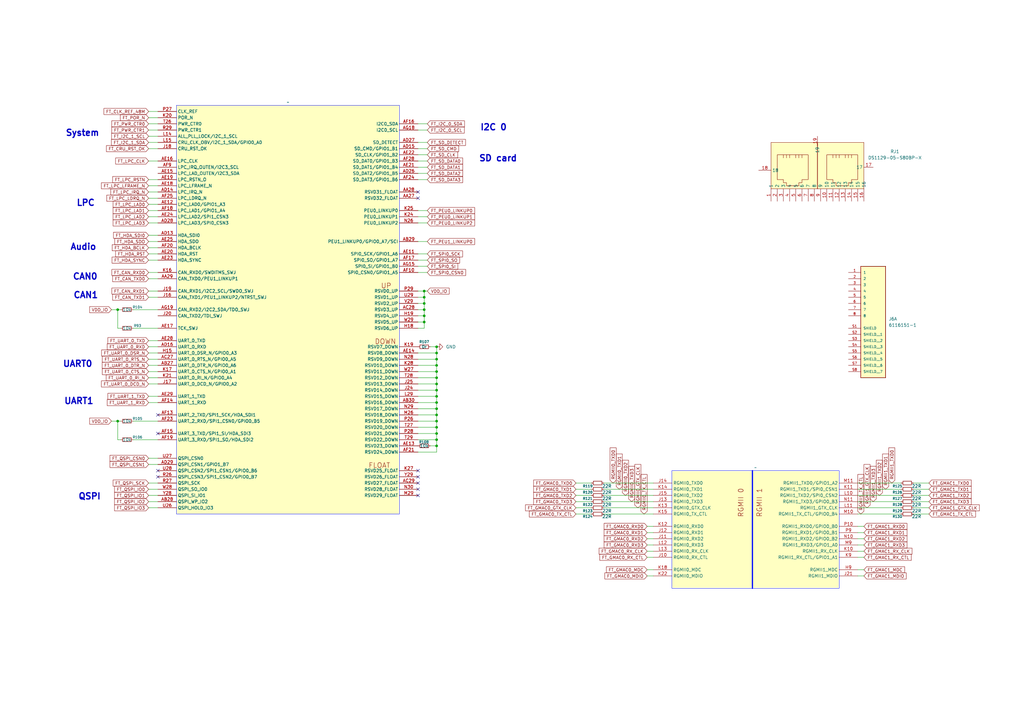
<source format=kicad_sch>
(kicad_sch (version 20250114) (generator "eeschema") (generator_version "9.0")
  (paper "A3")
  (title_block (title "Bugboard-1 D2000 mITX") (date "2025-05-23") (rev "1.0"))
  (lib_symbols
    (symbol "6116151-1:6116151-1" (pin_names (offset 1.016))
      (property "Reference" "J" (at -5.08 16.51 0))
      (property "Value" "6116151-1" (at -5.08 -31.75 0))
      (symbol "6116151-1_1_0"
        (pin passive line (at -10.16 12.7 0) (length 5.08) (name "1") (number "1"))
        (pin passive line (at -10.16 10.16 0) (length 5.08) (name "2") (number "2"))
        (pin passive line (at -10.16 7.62 0) (length 5.08) (name "3") (number "3"))
        (pin passive line (at -10.16 5.08 0) (length 5.08) (name "4") (number "4"))
        (pin passive line (at -10.16 2.54 0) (length 5.08) (name "5") (number "5"))
        (pin passive line (at -10.16 0 0) (length 5.08) (name "6") (number "6"))
        (pin passive line (at -10.16 -2.54 0) (length 5.08) (name "7") (number "7"))
        (pin passive line (at -10.16 -5.08 0) (length 5.08) (name "8") (number "8"))
        (pin passive line (at -10.16 -10.16 0) (length 5.08) (name "SHIELD") (number "S1"))
        (pin passive line (at -10.16 -12.7 0) (length 5.08) (name "SHIELD__1") (number "S2"))
        (pin passive line (at -10.16 -15.24 0) (length 5.08) (name "SHIELD__2") (number "S3"))
        (pin passive line (at -10.16 -17.78 0) (length 5.08) (name "SHIELD__3") (number "S4"))
        (pin passive line (at -10.16 -20.32 0) (length 5.08) (name "SHIELD__4") (number "S5"))
        (pin passive line (at -10.16 -22.86 0) (length 5.08) (name "SHIELD__5") (number "S6"))
        (pin passive line (at -10.16 -25.4 0) (length 5.08) (name "SHIELD__6") (number "S7"))
        (pin passive line (at -10.16 -27.94 0) (length 5.08) (name "SHIELD__7") (number "S8"))
      )
      (symbol "6116151-1_2_0"
        (pin power_in line (at -10.16 2.54 0) (length 5.08) (name "VCC") (number "9"))
        (pin bidirectional line (at -10.16 0 0) (length 5.08) (name "D-") (number "10"))
        (pin bidirectional line (at -10.16 -2.54 0) (length 5.08) (name "D+") (number "11"))
        (pin power_in line (at -10.16 -5.08 0) (length 5.08) (name "GND") (number "12"))
      )
      (symbol "6116151-1_3_0"
        (pin power_in line (at -10.16 2.54 0) (length 5.08) (name "VCC") (number "13"))
        (pin bidirectional line (at -10.16 0 0) (length 5.08) (name "D-") (number "14"))
        (pin bidirectional line (at -10.16 -2.54 0) (length 5.08) (name "D+") (number "15"))
        (pin power_in line (at -10.16 -5.08 0) (length 5.08) (name "GND") (number "16"))
      )
    )
    (symbol "CONNFLY-Elec-DS1129-05-S80BP-X:DS1129-05-S80BP-X"
      (property "Reference" "RJ" (at 0 17.78 0))
      (property "Value" "DS1129-05-S80BP-X" (at 0 -19.05 0))
      (symbol "DS1129-05-S80BP-X_0_1"
        (pin unspecified line (at -24.13 -1.27 0) (length 5.08) (name "18") (number "18"))
        (pin unspecified line (at -19.05 -13.97 90) (length 5.08) (name "1") (number "1"))
        (pin unspecified line (at -16.51 -13.97 90) (length 5.08) (name "2") (number "2"))
        (pin unspecified line (at -13.97 -13.97 90) (length 5.08) (name "3") (number "3"))
        (pin unspecified line (at -11.43 -13.97 90) (length 5.08) (name "4") (number "4"))
        (pin unspecified line (at -8.89 -13.97 90) (length 5.08) (name "5") (number "5"))
        (pin unspecified line (at -6.35 -13.97 90) (length 5.08) (name "6") (number "6"))
        (pin unspecified line (at -3.81 -13.97 90) (length 5.08) (name "7") (number "7"))
        (pin unspecified line (at -1.27 -13.97 90) (length 5.08) (name "8") (number "8"))
        (pin unspecified line (at 0 12.7 270) (length 3.81) (name "19") (number "19"))
        (pin unspecified line (at 1.27 -13.97 90) (length 5.08) (name "9") (number "9"))
        (pin unspecified line (at 3.81 -13.97 90) (length 5.08) (name "10") (number "10"))
        (pin unspecified line (at 6.35 -13.97 90) (length 5.08) (name "11") (number "11"))
        (pin unspecified line (at 8.89 -13.97 90) (length 5.08) (name "12") (number "12"))
        (pin unspecified line (at 11.43 -13.97 90) (length 5.08) (name "13") (number "13"))
        (pin unspecified line (at 13.97 -13.97 90) (length 5.08) (name "14") (number "14"))
        (pin unspecified line (at 16.51 -13.97 90) (length 5.08) (name "15") (number "15"))
        (pin unspecified line (at 19.05 -13.97 90) (length 5.08) (name "16") (number "16"))
        (pin unspecified line (at 22.86 0 180) (length 3.81) (name "17") (number "17"))
      )
    )
    (symbol "D2000-E8_2"
      (symbol "D2000-E8_2_1_0"
        (pin passive line (at -1.27 101.6 0) (length 5.08) (name "VSS_1") (number "A5"))
        (pin passive line (at -1.27 99.06 0) (length 5.08) (name "VSS_2") (number "A6"))
        (pin passive line (at -1.27 96.52 0) (length 5.08) (name "VSS_3") (number "A9"))
        (pin passive line (at -1.27 93.98 0) (length 5.08) (name "VSS_4") (number "A29"))
        (pin passive line (at -1.27 91.44 0) (length 5.08) (name "VSS_5") (number "A32"))
        (pin passive line (at -1.27 88.9 0) (length 5.08) (name "VSS_6") (number "AA1"))
        (pin passive line (at -1.27 86.36 0) (length 5.08) (name "VSS_7") (number "AA2"))
        (pin passive line (at -1.27 83.82 0) (length 5.08) (name "VSS_8") (number "AA5"))
        (pin passive line (at -1.27 81.28 0) (length 5.08) (name "VSS_9") (number "AA6"))
        (pin passive line (at -1.27 78.74 0) (length 5.08) (name "VSS_10") (number "AA9"))
        (pin passive line (at -1.27 76.2 0) (length 5.08) (name "VSS_11") (number "AA20"))
        (pin passive line (at -1.27 73.66 0) (length 5.08) (name "VSS_12") (number "AA24"))
        (pin passive line (at -1.27 71.12 0) (length 5.08) (name "VSS_13") (number "AA25"))
        (pin passive line (at -1.27 68.58 0) (length 5.08) (name "VSS_14") (number "AA30"))
        (pin passive line (at -1.27 66.04 0) (length 5.08) (name "VSS_15") (number "AA33"))
        (pin passive line (at -1.27 63.5 0) (length 5.08) (name "VSS_16") (number "AB3"))
        (pin passive line (at -1.27 60.96 0) (length 5.08) (name "VSS_17") (number "AB4"))
        (pin passive line (at -1.27 58.42 0) (length 5.08) (name "VSS_18") (number "AB7"))
        (pin passive line (at -1.27 55.88 0) (length 5.08) (name "VSS_19") (number "AB8"))
        (pin passive line (at -1.27 53.34 0) (length 5.08) (name "VSS_20") (number "AB24"))
        (pin passive line (at -1.27 50.8 0) (length 5.08) (name "VSS_21") (number "AB31"))
        (pin passive line (at -1.27 48.26 0) (length 5.08) (name "VSS_22") (number "AC1"))
        (pin passive line (at -1.27 45.72 0) (length 5.08) (name "VSS_23") (number "AC2"))
        (pin passive line (at -1.27 43.18 0) (length 5.08) (name "VSS_24") (number "AC5"))
        (pin passive line (at -1.27 40.64 0) (length 5.08) (name "VSS_25") (number "AC6"))
        (pin passive line (at -1.27 38.1 0) (length 5.08) (name "VSS_26") (number "AC9"))
        (pin passive line (at -1.27 35.56 0) (length 5.08) (name "VSS_27") (number "AC10"))
        (pin passive line (at -1.27 33.02 0) (length 5.08) (name "VSS_28") (number "AC13"))
        (pin passive line (at -1.27 30.48 0) (length 5.08) (name "VSS_29") (number "AC14"))
        (pin passive line (at -1.27 27.94 0) (length 5.08) (name "VSS_30") (number "AC15"))
        (pin passive line (at -1.27 25.4 0) (length 5.08) (name "VSS_31") (number "AC17"))
        (pin passive line (at -1.27 22.86 0) (length 5.08) (name "VSS_32") (number "AC18"))
        (pin passive line (at -1.27 20.32 0) (length 5.08) (name "VSS_33") (number "AC19"))
        (pin passive line (at -1.27 17.78 0) (length 5.08) (name "VSS_34") (number "AC20"))
        (pin passive line (at -1.27 15.24 0) (length 5.08) (name "VSS_35") (number "AC21"))
        (pin passive line (at -1.27 12.7 0) (length 5.08) (name "VSS_36") (number "AC30"))
        (pin passive line (at -1.27 10.16 0) (length 5.08) (name "VSS_37") (number "AC32"))
        (pin passive line (at -1.27 7.62 0) (length 5.08) (name "VSS_38") (number "AD3"))
        (pin passive line (at -1.27 5.08 0) (length 5.08) (name "VSS_39") (number "AD4"))
        (pin passive line (at -1.27 2.54 0) (length 5.08) (name "VSS_40") (number "AD7"))
        (pin passive line (at -1.27 0 0) (length 5.08) (name "VSS_41") (number "AD8"))
        (pin passive line (at -1.27 -2.54 0) (length 5.08) (name "VSS_42") (number "AD10"))
        (pin passive line (at -1.27 -5.08 0) (length 5.08) (name "VSS_43") (number "AD12"))
        (pin passive line (at -1.27 -7.62 0) (length 5.08) (name "VSS_44") (number "AD30"))
        (pin passive line (at -1.27 -10.16 0) (length 5.08) (name "VSS_45") (number "AD33"))
        (pin passive line (at -1.27 -12.7 0) (length 5.08) (name "VSS_46") (number "AE1"))
        (pin passive line (at -1.27 -15.24 0) (length 5.08) (name "VSS_47") (number "AE2"))
        (pin passive line (at -1.27 -17.78 0) (length 5.08) (name "VSS_48") (number "AE5"))
        (pin passive line (at -1.27 -20.32 0) (length 5.08) (name "VSS_49") (number "AF8"))
        (pin passive line (at -1.27 -22.86 0) (length 5.08) (name "VSS_50") (number "AG24"))
        (pin passive line (at -1.27 -25.4 0) (length 5.08) (name "VSS_51") (number "P14"))
        (pin passive line (at -1.27 -27.94 0) (length 5.08) (name "VSS_52") (number "T20"))
        (pin passive line (at -1.27 -30.48 0) (length 5.08) (name "VSS_53") (number "R15"))
        (pin passive line (at 30.48 101.6 180) (length 5.08) (name "VSS_54") (number "P22"))
        (pin passive line (at 30.48 99.06 180) (length 5.08) (name "VSS_55") (number "N23"))
        (pin passive line (at 30.48 96.52 180) (length 5.08) (name "VSS_56") (number "N15"))
        (pin passive line (at 30.48 93.98 180) (length 5.08) (name "VSS_57") (number "N13"))
        (pin passive line (at 30.48 91.44 180) (length 5.08) (name "VSS_58") (number "AB16"))
        (pin passive line (at 30.48 88.9 180) (length 5.08) (name "VSS_59") (number "M27"))
        (pin passive line (at 30.48 86.36 180) (length 5.08) (name "VSS_60") (number "AD20"))
        (pin passive line (at 30.48 83.82 180) (length 5.08) (name "VSS_61") (number "L20"))
        (pin passive line (at 30.48 81.28 180) (length 5.08) (name "VSS_62") (number "AD22"))
        (pin passive line (at 30.48 78.74 180) (length 5.08) (name "VSS_63") (number "AD23"))
        (pin passive line (at 30.48 76.2 180) (length 5.08) (name "VSS_64") (number "AD24"))
        (pin passive line (at 30.48 73.66 180) (length 5.08) (name "VSS_65") (number "N25"))
        (pin passive line (at 30.48 71.12 180) (length 5.08) (name "VSS_66") (number "AD18"))
        (pin passive line (at 30.48 68.58 180) (length 5.08) (name "VSS_67") (number "AB26"))
        (pin passive line (at 30.48 66.04 180) (length 5.08) (name "VSS_68") (number "T18"))
        (pin passive line (at 30.48 63.5 180) (length 5.08) (name "VSS_69") (number "U15"))
        (pin passive line (at 30.48 60.96 180) (length 5.08) (name "VSS_70") (number "U17"))
        (pin passive line (at 30.48 58.42 180) (length 5.08) (name "VSS_71") (number "U19"))
        (pin passive line (at 30.48 55.88 180) (length 5.08) (name "VSS_72") (number "U25"))
        (pin passive line (at 30.48 53.34 180) (length 5.08) (name "VSS_73") (number "U30"))
        (pin passive line (at 30.48 50.8 180) (length 5.08) (name "VSS_74") (number "U33"))
        (pin passive line (at 30.48 48.26 180) (length 5.08) (name "VSS_75") (number "V3"))
        (pin passive line (at 30.48 45.72 180) (length 5.08) (name "VSS_76") (number "V4"))
        (pin passive line (at 30.48 43.18 180) (length 5.08) (name "VSS_77") (number "V7"))
        (pin passive line (at 30.48 40.64 180) (length 5.08) (name "VSS_78") (number "V8"))
        (pin passive line (at 30.48 38.1 180) (length 5.08) (name "VSS_79") (number "V11"))
        (pin passive line (at 30.48 35.56 180) (length 5.08) (name "VSS_80") (number "V21"))
        (pin passive line (at 30.48 33.02 180) (length 5.08) (name "VSS_81") (number "V30"))
        (pin passive line (at 30.48 30.48 180) (length 5.08) (name "VSS_82") (number "V33"))
        (pin passive line (at 30.48 27.94 180) (length 5.08) (name "VSS_83") (number "W1"))
        (pin passive line (at 30.48 25.4 180) (length 5.08) (name "VSS_84") (number "W2"))
        (pin passive line (at 30.48 22.86 180) (length 5.08) (name "VSS_85") (number "W5"))
        (pin passive line (at 30.48 20.32 180) (length 5.08) (name "VSS_86") (number "W6"))
        (pin passive line (at 30.48 17.78 180) (length 5.08) (name "VSS_87") (number "W9"))
        (pin passive line (at 30.48 15.24 180) (length 5.08) (name "VSS_88") (number "W10"))
        (pin passive line (at 30.48 12.7 180) (length 5.08) (name "VSS_89") (number "W12"))
        (pin passive line (at 30.48 10.16 180) (length 5.08) (name "VSS_90") (number "W20"))
        (pin passive line (at 30.48 7.62 180) (length 5.08) (name "VSS_91") (number "W22"))
        (pin passive line (at 30.48 5.08 180) (length 5.08) (name "VSS_92") (number "W26"))
        (pin passive line (at 30.48 2.54 180) (length 5.08) (name "VSS_93") (number "W30"))
        (pin passive line (at 30.48 0 180) (length 5.08) (name "VSS_94") (number "Y3"))
        (pin passive line (at 30.48 -2.54 180) (length 5.08) (name "VSS_95") (number "Y4"))
        (pin passive line (at 30.48 -5.08 180) (length 5.08) (name "VSS_96") (number "Y7"))
        (pin passive line (at 30.48 -7.62 180) (length 5.08) (name "VSS_97") (number "Y8"))
        (pin passive line (at 30.48 -10.16 180) (length 5.08) (name "VSS_98") (number "Y11"))
        (pin passive line (at 30.48 -12.7 180) (length 5.08) (name "VSS_99") (number "Y13"))
        (pin passive line (at 30.48 -15.24 180) (length 5.08) (name "VSS_100") (number "Y17"))
        (pin passive line (at 30.48 -17.78 180) (length 5.08) (name "VSS_101") (number "Y24"))
        (pin passive line (at 30.48 -20.32 180) (length 5.08) (name "VSS_102") (number "Y30"))
        (pin passive line (at 30.48 -22.86 180) (length 5.08) (name "VSS_103") (number "Y32"))
        (pin passive line (at 30.48 -25.4 180) (length 5.08) (name "VSS_104") (number "P24"))
        (pin passive line (at 30.48 -27.94 180) (length 5.08) (name "VSS_105") (number "P30"))
        (pin passive line (at 30.48 -30.48 180) (length 5.08) (name "VSS_106") (number "P33"))
        (pin passive line (at 54.61 101.6 0) (length 5.08) (name "VSS_107") (number "R1"))
        (pin passive line (at 54.61 99.06 0) (length 5.08) (name "VSS_108") (number "R2"))
        (pin passive line (at 54.61 96.52 0) (length 5.08) (name "VSS_109") (number "R5"))
        (pin passive line (at 54.61 93.98 0) (length 5.08) (name "VSS_110") (number "R6"))
        (pin passive line (at 54.61 91.44 0) (length 5.08) (name "VSS_111") (number "AE6"))
        (pin passive line (at 54.61 88.9 0) (length 5.08) (name "VSS_112") (number "AE9"))
        (pin passive line (at 54.61 86.36 0) (length 5.08) (name "VSS_113") (number "AE30"))
        (pin passive line (at 54.61 83.82 0) (length 5.08) (name "VSS_114") (number "AF3"))
        (pin passive line (at 54.61 81.28 0) (length 5.08) (name "VSS_115") (number "AF4"))
        (pin passive line (at 54.61 78.74 0) (length 5.08) (name "VSS_116") (number "AF7"))
        (pin passive line (at 54.61 76.2 0) (length 5.08) (name "VSS_117") (number "AA15"))
        (pin passive line (at 54.61 73.66 0) (length 5.08) (name "VSS_118") (number "AA19"))
        (pin passive line (at 54.61 71.12 0) (length 5.08) (name "VSS_119") (number "V14"))
        (pin passive line (at 54.61 68.58 0) (length 5.08) (name "VSS_120") (number "V16"))
        (pin passive line (at 54.61 66.04 0) (length 5.08) (name "VSS_121") (number "Y18"))
        (pin passive line (at 54.61 63.5 0) (length 5.08) (name "VSS_122") (number "Y20"))
        (pin passive line (at 54.61 60.96 0) (length 5.08) (name "VSS_123") (number "Y23"))
        (pin passive line (at 54.61 58.42 0) (length 5.08) (name "VSS_124") (number "AA11"))
        (pin passive line (at 54.61 55.88 0) (length 5.08) (name "VSS_125") (number "AB12"))
        (pin passive line (at 54.61 53.34 0) (length 5.08) (name "VSS_126") (number "R21"))
        (pin passive line (at 54.61 50.8 0) (length 5.08) (name "VSS_127") (number "R23"))
        (pin passive line (at 54.61 48.26 0) (length 5.08) (name "VSS_128") (number "T14"))
        (pin passive line (at 54.61 45.72 0) (length 5.08) (name "VSS_129") (number "T16"))
        (pin passive line (at 54.61 43.18 0) (length 5.08) (name "VSS_130") (number "U21"))
        (pin passive line (at 54.61 40.64 0) (length 5.08) (name "VSS_131") (number "R10"))
        (pin passive line (at 54.61 38.1 0) (length 5.08) (name "VSS_132") (number "R12"))
        (pin passive line (at 54.61 35.56 0) (length 5.08) (name "VSS_133") (number "R16"))
        (pin passive line (at 54.61 33.02 0) (length 5.08) (name "VSS_134") (number "R22"))
        (pin passive line (at 54.61 30.48 0) (length 5.08) (name "VSS_135") (number "R25"))
        (pin passive line (at 54.61 27.94 0) (length 5.08) (name "VSS_136") (number "R30"))
        (pin passive line (at 54.61 25.4 0) (length 5.08) (name "VSS_137") (number "R32"))
        (pin passive line (at 54.61 22.86 0) (length 5.08) (name "VSS_138") (number "T3"))
        (pin passive line (at 54.61 20.32 0) (length 5.08) (name "VSS_139") (number "T4"))
        (pin passive line (at 54.61 17.78 0) (length 5.08) (name "VSS_140") (number "T7"))
        (pin passive line (at 54.61 15.24 0) (length 5.08) (name "VSS_141") (number "T8"))
        (pin passive line (at 54.61 12.7 0) (length 5.08) (name "VSS_142") (number "T11"))
        (pin passive line (at 54.61 10.16 0) (length 5.08) (name "VSS_143") (number "T24"))
        (pin passive line (at 54.61 7.62 0) (length 5.08) (name "VSS_144") (number "T30"))
        (pin passive line (at 54.61 5.08 0) (length 5.08) (name "VSS_145") (number "U1"))
        (pin passive line (at 54.61 2.54 0) (length 5.08) (name "VSS_146") (number "U2"))
        (pin passive line (at 54.61 0 0) (length 5.08) (name "VSS_147") (number "U5"))
        (pin passive line (at 54.61 -2.54 0) (length 5.08) (name "VSS_148") (number "U6"))
        (pin passive line (at 54.61 -5.08 0) (length 5.08) (name "VSS_149") (number "U9"))
        (pin passive line (at 54.61 -7.62 0) (length 5.08) (name "VSS_150") (number "U10"))
        (pin passive line (at 54.61 -10.16 0) (length 5.08) (name "VSS_151") (number "U12"))
        (pin passive line (at 54.61 -12.7 0) (length 5.08) (name "VSS_152") (number "L2"))
        (pin passive line (at 54.61 -15.24 0) (length 5.08) (name "VSS_153") (number "L5"))
        (pin passive line (at 54.61 -17.78 0) (length 5.08) (name "VSS_154") (number "L6"))
        (pin passive line (at 54.61 -20.32 0) (length 5.08) (name "VSS_155") (number "L9"))
        (pin passive line (at 54.61 -22.86 0) (length 5.08) (name "VSS_156") (number "L30"))
        (pin passive line (at 54.61 -25.4 0) (length 5.08) (name "VSS_157") (number "K33"))
        (pin passive line (at 54.61 -27.94 0) (length 5.08) (name "VSS_158") (number "M3"))
        (pin passive line (at 54.61 -30.48 0) (length 5.08) (name "VSS_159") (number "M4"))
        (pin passive line (at 86.36 101.6 180) (length 5.08) (name "VSS_160") (number "M7"))
        (pin passive line (at 86.36 99.06 180) (length 5.08) (name "VSS_161") (number "M8"))
        (pin passive line (at 86.36 96.52 180) (length 5.08) (name "VSS_162") (number "M12"))
        (pin passive line (at 86.36 93.98 180) (length 5.08) (name "VSS_163") (number "M14"))
        (pin passive line (at 86.36 91.44 180) (length 5.08) (name "VSS_164") (number "M16"))
        (pin passive line (at 86.36 88.9 180) (length 5.08) (name "VSS_165") (number "M17"))
        (pin passive line (at 86.36 86.36 180) (length 5.08) (name "VSS_166") (number "M19"))
        (pin passive line (at 86.36 83.82 180) (length 5.08) (name "VSS_167") (number "M22"))
        (pin passive line (at 86.36 81.28 180) (length 5.08) (name "VSS_168") (number "M23"))
        (pin passive line (at 86.36 78.74 180) (length 5.08) (name "VSS_169") (number "M30"))
        (pin passive line (at 86.36 76.2 180) (length 5.08) (name "VSS_170") (number "M32"))
        (pin passive line (at 86.36 73.66 180) (length 5.08) (name "VSS_171") (number "N1"))
        (pin passive line (at 86.36 71.12 180) (length 5.08) (name "VSS_172") (number "N2"))
        (pin passive line (at 86.36 68.58 180) (length 5.08) (name "VSS_173") (number "N5"))
        (pin passive line (at 86.36 66.04 180) (length 5.08) (name "VSS_174") (number "N6"))
        (pin passive line (at 86.36 63.5 180) (length 5.08) (name "VSS_175") (number "N9"))
        (pin passive line (at 86.36 60.96 180) (length 5.08) (name "VSS_176") (number "N18"))
        (pin passive line (at 86.36 58.42 180) (length 5.08) (name "VSS_177") (number "N20"))
        (pin passive line (at 86.36 55.88 180) (length 5.08) (name "VSS_178") (number "N22"))
        (pin passive line (at 86.36 53.34 180) (length 5.08) (name "VSS_179") (number "P3"))
        (pin passive line (at 86.36 50.8 180) (length 5.08) (name "VSS_180") (number "P4"))
        (pin passive line (at 86.36 48.26 180) (length 5.08) (name "VSS_181") (number "P8"))
        (pin passive line (at 86.36 45.72 180) (length 5.08) (name "VSS_182") (number "P11"))
        (pin passive line (at 86.36 43.18 180) (length 5.08) (name "VSS_183") (number "F32"))
        (pin passive line (at 86.36 40.64 180) (length 5.08) (name "VSS_184") (number "G1"))
        (pin passive line (at 86.36 38.1 180) (length 5.08) (name "VSS_185") (number "G2"))
        (pin passive line (at 86.36 35.56 180) (length 5.08) (name "VSS_186") (number "G5"))
        (pin passive line (at 86.36 33.02 180) (length 5.08) (name "VSS_187") (number "G6"))
        (pin passive line (at 86.36 30.48 180) (length 5.08) (name "VSS_188") (number "G9"))
        (pin passive line (at 86.36 27.94 180) (length 5.08) (name "VSS_189") (number "G15"))
        (pin passive line (at 86.36 25.4 180) (length 5.08) (name "VSS_190") (number "G18"))
        (pin passive line (at 86.36 22.86 180) (length 5.08) (name "VSS_191") (number "K26"))
        (pin passive line (at 86.36 20.32 180) (length 5.08) (name "VSS_192") (number "V28"))
        (pin passive line (at 86.36 17.78 180) (length 5.08) (name "VSS_193") (number "R28"))
        (pin passive line (at 86.36 15.24 180) (length 5.08) (name "VSS_194") (number "P17"))
        (pin passive line (at 86.36 12.7 180) (length 5.08) (name "VSS_195") (number "P19"))
        (pin passive line (at 86.36 10.16 180) (length 5.08) (name "VSS_196") (number "G21"))
        (pin passive line (at 86.36 7.62 180) (length 5.08) (name "VSS_197") (number "G23"))
        (pin passive line (at 86.36 5.08 180) (length 5.08) (name "VSS_198") (number "G29"))
        (pin passive line (at 86.36 2.54 180) (length 5.08) (name "VSS_199") (number "G31"))
        (pin passive line (at 86.36 0 180) (length 5.08) (name "VSS_200") (number "H3"))
        (pin passive line (at 86.36 -2.54 180) (length 5.08) (name "VSS_201") (number "H4"))
        (pin passive line (at 86.36 -5.08 180) (length 5.08) (name "VSS_202") (number "H7"))
        (pin passive line (at 86.36 -7.62 180) (length 5.08) (name "VSS_203") (number "H8"))
        (pin passive line (at 86.36 -10.16 180) (length 5.08) (name "VSS_204") (number "H10"))
        (pin passive line (at 86.36 -12.7 180) (length 5.08) (name "VSS_205") (number "H11"))
        (pin passive line (at 86.36 -15.24 180) (length 5.08) (name "VSS_206") (number "H12"))
        (pin passive line (at 86.36 -17.78 180) (length 5.08) (name "VSS_207") (number "H13"))
        (pin passive line (at 86.36 -20.32 180) (length 5.08) (name "VSS_208") (number "H14"))
        (pin passive line (at 86.36 -22.86 180) (length 5.08) (name "VSS_209") (number "H16"))
        (pin passive line (at 86.36 -25.4 180) (length 5.08) (name "VSS_210") (number "H17"))
        (pin passive line (at 86.36 -27.94 180) (length 5.08) (name "VSS_211") (number "H20"))
        (pin passive line (at 86.36 -30.48 180) (length 5.08) (name "VSS_212") (number "H21"))
        (pin passive line (at 110.49 101.6 0) (length 5.08) (name "VSS_213") (number "H28"))
        (pin passive line (at 110.49 99.06 0) (length 5.08) (name "VSS_214") (number "H33"))
        (pin passive line (at 110.49 96.52 0) (length 5.08) (name "VSS_215") (number "J1"))
        (pin passive line (at 110.49 93.98 0) (length 5.08) (name "VSS_216") (number "J2"))
        (pin passive line (at 110.49 91.44 0) (length 5.08) (name "VSS_217") (number "J5"))
        (pin passive line (at 110.49 88.9 0) (length 5.08) (name "VSS_218") (number "J6"))
        (pin passive line (at 110.49 86.36 0) (length 5.08) (name "VSS_219") (number "J9"))
        (pin passive line (at 110.49 83.82 0) (length 5.08) (name "VSS_220") (number "J22"))
        (pin passive line (at 110.49 81.28 0) (length 5.08) (name "VSS_221") (number "J26"))
        (pin passive line (at 110.49 78.74 0) (length 5.08) (name "VSS_222") (number "J27"))
        (pin passive line (at 110.49 76.2 0) (length 5.08) (name "VSS_223") (number "J29"))
        (pin passive line (at 110.49 73.66 0) (length 5.08) (name "VSS_224") (number "J30"))
        (pin passive line (at 110.49 71.12 0) (length 5.08) (name "VSS_225") (number "J32"))
        (pin passive line (at 110.49 68.58 0) (length 5.08) (name "VSS_226") (number "K3"))
        (pin passive line (at 110.49 66.04 0) (length 5.08) (name "VSS_227") (number "K4"))
        (pin passive line (at 110.49 63.5 0) (length 5.08) (name "VSS_229") (number "K7"))
        (pin passive line (at 110.49 60.96 0) (length 5.08) (name "VSS_228") (number "K8"))
        (pin passive line (at 110.49 58.42 0) (length 5.08) (name "VSS_230") (number "K30"))
        (pin passive line (at 110.49 55.88 0) (length 5.08) (name "VSS_231") (number "L1"))
        (pin passive line (at 110.49 53.34 0) (length 5.08) (name "VSS_232") (number "D9"))
        (pin passive line (at 110.49 50.8 0) (length 5.08) (name "VSS_233") (number "D31"))
        (pin passive line (at 110.49 48.26 0) (length 5.08) (name "VSS_234") (number "E1"))
        (pin passive line (at 110.49 45.72 0) (length 5.08) (name "VSS_235") (number "E2"))
        (pin passive line (at 110.49 43.18 0) (length 5.08) (name "VSS_236") (number "E5"))
        (pin passive line (at 110.49 40.64 0) (length 5.08) (name "VSS_237") (number "E6"))
        (pin passive line (at 110.49 38.1 0) (length 5.08) (name "VSS_238") (number "E9"))
        (pin passive line (at 110.49 35.56 0) (length 5.08) (name "VSS_239") (number "E11"))
        (pin passive line (at 110.49 33.02 0) (length 5.08) (name "VSS_240") (number "E14"))
        (pin passive line (at 110.49 30.48 0) (length 5.08) (name "VSS_241") (number "E17"))
        (pin passive line (at 110.49 27.94 0) (length 5.08) (name "VSS_242") (number "E20"))
        (pin passive line (at 110.49 25.4 0) (length 5.08) (name "VSS_243") (number "E29"))
        (pin passive line (at 110.49 22.86 0) (length 5.08) (name "VSS_244") (number "E33"))
        (pin passive line (at 110.49 20.32 0) (length 5.08) (name "VSS_245") (number "F3"))
        (pin passive line (at 110.49 17.78 0) (length 5.08) (name "VSS_246") (number "F4"))
        (pin passive line (at 110.49 15.24 0) (length 5.08) (name "VSS_247") (number "F7"))
        (pin passive line (at 110.49 12.7 0) (length 5.08) (name "VSS_248") (number "F8"))
        (pin passive line (at 110.49 10.16 0) (length 5.08) (name "VSS_249") (number "F9"))
        (pin passive line (at 110.49 7.62 0) (length 5.08) (name "VSS_250") (number "F11"))
        (pin passive line (at 110.49 5.08 0) (length 5.08) (name "VSS_251") (number "F13"))
        (pin passive line (at 110.49 2.54 0) (length 5.08) (name "VSS_252") (number "F14"))
        (pin passive line (at 110.49 0 0) (length 5.08) (name "VSS_253") (number "F17"))
        (pin passive line (at 110.49 -2.54 0) (length 5.08) (name "VSS_254") (number "F21"))
        (pin passive line (at 110.49 -5.08 0) (length 5.08) (name "VSS_255") (number "F27"))
        (pin passive line (at 110.49 -7.62 0) (length 5.08) (name "VSS_256") (number "AL20"))
        (pin passive line (at 110.49 -10.16 0) (length 5.08) (name "VSS_257") (number "L28"))
        (pin passive line (at 110.49 -12.7 0) (length 5.08) (name "VSS_258") (number "V27"))
        (pin passive line (at 110.49 -15.24 0) (length 5.08) (name "VSS_259") (number "AF22"))
        (pin passive line (at 110.49 -17.78 0) (length 5.08) (name "VSS_260") (number "AF26"))
        (pin passive line (at 110.49 -20.32 0) (length 5.08) (name "VSS_261") (number "AF27"))
        (pin passive line (at 110.49 -22.86 0) (length 5.08) (name "VSS_262") (number "AF29"))
        (pin passive line (at 110.49 -25.4 0) (length 5.08) (name "VSS_263") (number "AF30"))
        (pin passive line (at 110.49 -27.94 0) (length 5.08) (name "VSS_264") (number "AF32"))
        (pin passive line (at 110.49 -30.48 0) (length 5.08) (name "VSS_265") (number "AG1"))
        (pin passive line (at 142.24 101.6 180) (length 5.08) (name "VSS_266") (number "AG2"))
        (pin passive line (at 142.24 99.06 180) (length 5.08) (name "VSS_267") (number "AG5"))
        (pin passive line (at 142.24 96.52 180) (length 5.08) (name "VSS_268") (number "AG6"))
        (pin passive line (at 142.24 93.98 180) (length 5.08) (name "VSS_269") (number "AG9"))
        (pin passive line (at 142.24 91.44 180) (length 5.08) (name "VSS_270") (number "AG10"))
        (pin passive line (at 142.24 88.9 180) (length 5.08) (name "VSS_271") (number "AG11"))
        (pin passive line (at 142.24 86.36 180) (length 5.08) (name "VSS_272") (number "AG12"))
        (pin passive line (at 142.24 83.82 180) (length 5.08) (name "VSS_273") (number "AG13"))
        (pin passive line (at 142.24 81.28 180) (length 5.08) (name "VSS_274") (number "AG14"))
        (pin passive line (at 142.24 78.74 180) (length 5.08) (name "VSS_275") (number "AG16"))
        (pin passive line (at 142.24 76.2 180) (length 5.08) (name "VSS_276") (number "AG17"))
        (pin passive line (at 142.24 73.66 180) (length 5.08) (name "VSS_277") (number "AG20"))
        (pin passive line (at 142.24 71.12 180) (length 5.08) (name "VSS_278") (number "AG21"))
        (pin passive line (at 142.24 68.58 180) (length 5.08) (name "VSS_279") (number "AG28"))
        (pin passive line (at 142.24 66.04 180) (length 5.08) (name "VSS_280") (number "AG33"))
        (pin passive line (at 142.24 63.5 180) (length 5.08) (name "VSS_281") (number "AH3"))
        (pin passive line (at 142.24 60.96 180) (length 5.08) (name "VSS_282") (number "AH4"))
        (pin passive line (at 142.24 58.42 180) (length 5.08) (name "VSS_283") (number "AH7"))
        (pin passive line (at 142.24 55.88 180) (length 5.08) (name "VSS_284") (number "AH8"))
        (pin passive line (at 142.24 53.34 180) (length 5.08) (name "VSS_285") (number "AH9"))
        (pin passive line (at 142.24 50.8 180) (length 5.08) (name "VSS_286") (number "AH15"))
        (pin passive line (at 142.24 48.26 180) (length 5.08) (name "VSS_287") (number "AH18"))
        (pin passive line (at 142.24 45.72 180) (length 5.08) (name "VSS_288") (number "AH19"))
        (pin passive line (at 142.24 43.18 180) (length 5.08) (name "VSS_289") (number "AH21"))
        (pin passive line (at 142.24 40.64 180) (length 5.08) (name "VSS_290") (number "AH23"))
        (pin passive line (at 142.24 38.1 180) (length 5.08) (name "VSS_291") (number "AH24"))
        (pin passive line (at 142.24 35.56 180) (length 5.08) (name "VSS_292") (number "AH29"))
        (pin passive line (at 142.24 33.02 180) (length 5.08) (name "VSS_293") (number "AH31"))
        (pin passive line (at 142.24 30.48 180) (length 5.08) (name "VSS_294") (number "AJ1"))
        (pin passive line (at 142.24 27.94 180) (length 5.08) (name "VSS_295") (number "AJ2"))
        (pin passive line (at 142.24 25.4 180) (length 5.08) (name "VSS_296") (number "AJ5"))
        (pin passive line (at 142.24 22.86 180) (length 5.08) (name "VSS_297") (number "AJ6"))
        (pin passive line (at 142.24 20.32 180) (length 5.08) (name "VSS_298") (number "AJ9"))
        (pin passive line (at 142.24 17.78 180) (length 5.08) (name "VSS_299") (number "AJ11"))
        (pin passive line (at 142.24 15.24 180) (length 5.08) (name "VSS_300") (number "AJ13"))
        (pin passive line (at 142.24 12.7 180) (length 5.08) (name "VSS_301") (number "AJ14"))
        (pin passive line (at 142.24 10.16 180) (length 5.08) (name "VSS_302") (number "B9"))
        (pin passive line (at 142.24 7.62 180) (length 5.08) (name "VSS_303") (number "B10"))
        (pin passive line (at 142.24 5.08 180) (length 5.08) (name "VSS_304") (number "B12"))
        (pin passive line (at 142.24 2.54 180) (length 5.08) (name "VSS_305") (number "B16"))
        (pin passive line (at 142.24 0 180) (length 5.08) (name "VSS_306") (number "D20"))
        (pin passive line (at 142.24 -2.54 180) (length 5.08) (name "VSS_307") (number "B21"))
        (pin passive line (at 142.24 -5.08 180) (length 5.08) (name "VSS_308") (number "B24"))
        (pin passive line (at 142.24 -7.62 180) (length 5.08) (name "VSS_309") (number "B27"))
        (pin passive line (at 142.24 -10.16 180) (length 5.08) (name "VSS_310") (number "B33"))
        (pin passive line (at 142.24 -12.7 180) (length 5.08) (name "VSS_311") (number "C1"))
        (pin passive line (at 142.24 -15.24 180) (length 5.08) (name "VSS_312") (number "C2"))
        (pin passive line (at 142.24 -17.78 180) (length 5.08) (name "VSS_313") (number "C5"))
        (pin passive line (at 142.24 -20.32 180) (length 5.08) (name "VSS_314") (number "C6"))
        (pin passive line (at 142.24 -22.86 180) (length 5.08) (name "VSS_315") (number "C9"))
        (pin passive line (at 142.24 -25.4 180) (length 5.08) (name "VSS_316") (number "C10"))
        (pin passive line (at 142.24 -27.94 180) (length 5.08) (name "VSS_317") (number "C12"))
        (pin passive line (at 142.24 -30.48 180) (length 5.08) (name "VSS_318") (number "P7"))
        (pin passive line (at 161.29 101.6 0) (length 5.08) (name "VSS_319") (number "D3"))
        (pin passive line (at 161.29 99.06 0) (length 5.08) (name "VSS_320") (number "D4"))
        (pin passive line (at 161.29 96.52 0) (length 5.08) (name "VSS-321") (number "D7"))
        (pin passive line (at 161.29 93.98 0) (length 5.08) (name "VSS_216") (number "D8"))
        (pin passive line (at 161.29 91.44 0) (length 5.08) (name "VSS_217") (number "G19"))
        (pin passive line (at 161.29 88.9 0) (length 5.08) (name "VSS_218") (number "C27"))
        (pin passive line (at 161.29 86.36 0) (length 5.08) (name "VSS_219") (number "C29"))
        (pin passive line (at 161.29 83.82 0) (length 5.08) (name "VSS_220") (number "AC25"))
        (pin passive line (at 161.29 81.28 0) (length 5.08) (name "VSS_221") (number "L24"))
        (pin passive line (at 161.29 78.74 0) (length 5.08) (name "VSS_222") (number "Y27"))
        (pin passive line (at 161.29 76.2 0) (length 5.08) (name "VSS_223") (number "AJ17"))
        (pin passive line (at 161.29 73.66 0) (length 5.08) (name "VSS_224") (number "AJ21"))
        (pin passive line (at 161.29 71.12 0) (length 5.08) (name "VSS_225") (number "AJ27"))
        (pin passive line (at 161.29 68.58 0) (length 5.08) (name "VSS_226") (number "AJ32"))
        (pin passive line (at 161.29 66.04 0) (length 5.08) (name "VSS_227") (number "AK3"))
        (pin passive line (at 161.29 63.5 0) (length 5.08) (name "VSS_229") (number "AK4"))
        (pin passive line (at 161.29 60.96 0) (length 5.08) (name "VSS_228") (number "AK7"))
        (pin passive line (at 161.29 58.42 0) (length 5.08) (name "VSS_230") (number "AK8"))
        (pin passive line (at 161.29 55.88 0) (length 5.08) (name "VSS_231") (number "AK9"))
        (pin passive line (at 161.29 53.34 0) (length 5.08) (name "VSS_232") (number "AK11"))
        (pin passive line (at 161.29 50.8 0) (length 5.08) (name "VSS_233") (number "AK14"))
        (pin passive line (at 161.29 48.26 0) (length 5.08) (name "VSS_234") (number "AK17"))
        (pin passive line (at 161.29 45.72 0) (length 5.08) (name "VSS_235") (number "AK20"))
        (pin passive line (at 161.29 43.18 0) (length 5.08) (name "VSS_236") (number "AK29"))
        (pin passive line (at 161.29 40.64 0) (length 5.08) (name "VSS_237") (number "AK33"))
        (pin passive line (at 161.29 38.1 0) (length 5.08) (name "VSS_238") (number "AL1"))
        (pin passive line (at 161.29 35.56 0) (length 5.08) (name "VSS_239") (number "AL2"))
        (pin passive line (at 161.29 33.02 0) (length 5.08) (name "VSS_240") (number "AL5"))
        (pin passive line (at 161.29 30.48 0) (length 5.08) (name "VSS_241") (number "AL6"))
        (pin passive line (at 161.29 27.94 0) (length 5.08) (name "VSS_242") (number "AL9"))
        (pin passive line (at 161.29 25.4 0) (length 5.08) (name "VSS_243") (number "AL31"))
        (pin passive line (at 161.29 22.86 0) (length 5.08) (name "VSS_244") (number "AM3"))
        (pin passive line (at 161.29 20.32 0) (length 5.08) (name "VSS_245") (number "AM4"))
        (pin passive line (at 161.29 17.78 0) (length 5.08) (name "VSS_246") (number "AM7"))
        (pin passive line (at 161.29 15.24 0) (length 5.08) (name "VSS_247") (number "AM8"))
        (pin passive line (at 161.29 12.7 0) (length 5.08) (name "VSS_248") (number "AM9"))
        (pin passive line (at 161.29 10.16 0) (length 5.08) (name "VSS_249") (number "AM10"))
        (pin passive line (at 161.29 7.62 0) (length 5.08) (name "VSS_250") (number "AM12"))
        (pin passive line (at 161.29 5.08 0) (length 5.08) (name "VSS_251") (number "AM15"))
        (pin passive line (at 161.29 2.54 0) (length 5.08) (name "VSS_252") (number "AM16"))
        (pin passive line (at 161.29 0 0) (length 5.08) (name "VSS_253") (number "AM18"))
        (pin passive line (at 161.29 -2.54 0) (length 5.08) (name "VSS_254") (number "AM21"))
        (pin passive line (at 161.29 -5.08 0) (length 5.08) (name "VSS_255") (number "AM23"))
        (pin passive line (at 161.29 -7.62 0) (length 5.08) (name "VSS_256") (number "AM26"))
        (pin passive line (at 161.29 -10.16 0) (length 5.08) (name "VSS_257") (number "AM29"))
        (pin passive line (at 161.29 -12.7 0) (length 5.08) (name "VSS_258") (number "AM32"))
        (pin passive line (at 161.29 -15.24 0) (length 5.08) (name "VSS_259") (number "AM34"))
        (pin passive line (at 161.29 -17.78 0) (length 5.08) (name "VSS_260") (number "AN2"))
        (pin passive line (at 161.29 -20.32 0) (length 5.08) (name "VSS_261") (number "AN5"))
        (pin passive line (at 161.29 -22.86 0) (length 5.08) (name "VSS_262") (number "AN6"))
        (pin passive line (at 161.29 -25.4 0) (length 5.08) (name "VSS_263") (number "AN9"))
        (pin passive line (at 161.29 -27.94 0) (length 5.08) (name "VSS_264") (number "AN10"))
        (pin passive line (at 161.29 -30.48 0) (length 5.08) (name "VSS_265") (number "AN12"))
        (pin passive line (at 193.04 101.6 180) (length 5.08) (name "VSS_266") (number "AN16"))
        (pin passive line (at 193.04 99.06 180) (length 5.08) (name "VSS_267") (number "AN21"))
        (pin passive line (at 193.04 96.52 180) (length 5.08) (name "VSS_268") (number "AN24"))
        (pin passive line (at 193.04 93.98 180) (length 5.08) (name "VSS_269") (number "AN27"))
        (pin passive line (at 193.04 91.44 180) (length 5.08) (name "VSS_270") (number "AN33"))
        (pin passive line (at 193.04 88.9 180) (length 5.08) (name "VSS_271") (number "AP3"))
        (pin passive line (at 193.04 86.36 180) (length 5.08) (name "VSS_272") (number "AP4"))
        (pin passive line (at 193.04 83.82 180) (length 5.08) (name "VSS_273") (number "AP7"))
        (pin passive line (at 193.04 81.28 180) (length 5.08) (name "VSS_274") (number "AP8"))
        (pin passive line (at 193.04 78.74 180) (length 5.08) (name "VSS_275") (number "AP9"))
        (pin passive line (at 193.04 76.2 180) (length 5.08) (name "VSS_276") (number "AP29"))
        (pin passive line (at 193.04 73.66 180) (length 5.08) (name "VSS_277") (number "AP32"))
        (pin passive line (at 193.04 71.12 180) (length 5.08) (name "VSS_278") (number "B2"))
        (pin passive line (at 193.04 68.58 180) (length 5.08) (name "VSS_279") (number "B3"))
        (pin passive line (at 193.04 66.04 180) (length 5.08) (name "VSS_280") (number "B4"))
        (pin passive line (at 193.04 63.5 180) (length 5.08) (name "VSS_281") (number "B7"))
        (pin passive line (at 193.04 60.96 180) (length 5.08) (name "VSS_282") (number "B8"))
        (pin passive line (at 193.04 58.42 180) (length 5.08) (name "VSS_283") (number "C15"))
        (pin passive line (at 193.04 55.88 180) (length 5.08) (name "VSS_284") (number "C16"))
        (pin passive line (at 193.04 53.34 180) (length 5.08) (name "VSS_285") (number "C18"))
        (pin passive line (at 193.04 50.8 180) (length 5.08) (name "VSS_286") (number "C21"))
        (pin passive line (at 193.04 48.26 180) (length 5.08) (name "VSS_287") (number "C23"))
        (pin passive line (at 193.04 45.72 180) (length 5.08) (name "VSS_288") (number "C32"))
        (pin passive line (at 193.04 43.18 180) (length 5.08) (name "VSS_289") (number "C34"))
        (pin passive line (at 193.04 40.64 180) (length 5.08) (name "VSS_290") (number "L19"))
        (pin passive line (at 193.04 38.1 180) (length 5.08) (name "VSS_291") (number "L17"))
        (pin passive line (at 193.04 35.56 180) (length 5.08) (name "VSS_292") (number "C31"))
        (pin passive line (at 193.04 33.02 180) (length 5.08) (name "VSS_293") (number "B32"))
        (pin passive line (at 193.04 30.48 180) (length 5.08) (name "VSS_294") (number "AM31"))
        (pin passive line (at 193.04 27.94 180) (length 5.08) (name "VSS_295") (number "AN32"))
        (pin passive line (at 193.04 25.4 180) (length 5.08) (name "VSS_296") (number "F30"))
        (pin passive line (at 193.04 22.86 180) (length 5.08) (name "VSS_297") (number "AJ30"))
      )
      (symbol "D2000-E8_2_1_1"
        (text "GND" (at 80.01 112.522 0) (effects (font (size 1.27 1.27))))
      )
      (symbol "D2000-E8_2_2_0"
        (text "POWER" (at 88.9 142.24 0) (effects (font (size 2 2))))
        (pin passive line (at 58.42 134.62 0) (length 5.08) (name "PEU0_AVDD") (number "AC11"))
        (pin passive line (at 58.42 132.08 0) (length 5.08) (name "PEU0_AVDD") (number "AD11"))
        (pin passive line (at 58.42 129.54 0) (length 5.08) (name "PEU0_AVDD") (number "AD9"))
        (pin passive line (at 58.42 127 0) (length 5.08) (name "PEU0_AVDD") (number "AE10"))
        (pin passive line (at 58.42 124.46 0) (length 5.08) (name "PEU0_AVDD") (number "AB11"))
        (pin passive line (at 58.42 120.65 0) (length 5.08) (name "PEU1_AVDD") (number "AB22"))
        (pin passive line (at 58.42 118.11 0) (length 5.08) (name "PEU1_AVDD") (number "T22"))
        (pin passive line (at 58.42 115.57 0) (length 5.08) (name "PEU1_AVDD") (number "AC22"))
        (pin passive line (at 58.42 113.03 0) (length 5.08) (name "PEU1_AVDD") (number "AC23"))
        (pin passive line (at 58.42 109.22 0) (length 5.08) (name "PEU0_AVDDH") (number "R11"))
        (pin passive line (at 58.42 106.68 0) (length 5.08) (name "PEU0_AVDDH") (number "U11"))
        (pin passive line (at 58.42 104.14 0) (length 5.08) (name "PEU0_AVDDH") (number "W11"))
        (pin passive line (at 58.42 100.33 0) (length 5.08) (name "PEU1_AVDDH") (number "AA23"))
        (pin passive line (at 58.42 97.79 0) (length 5.08) (name "PEU1_AVDDH") (number "AB23"))
        (pin passive line (at 58.42 95.25 0) (length 5.08) (name "PEU1_AVDDH") (number "U23"))
        (pin passive line (at 58.42 91.44 0) (length 5.08) (name "PEU0_AVDDCLK") (number "AA12"))
        (pin passive line (at 58.42 88.9 0) (length 5.08) (name "PEU0_AVDDCLK") (number "T12"))
        (pin passive line (at 58.42 86.36 0) (length 5.08) (name "PEU0_AVDDCLK") (number "V12"))
        (pin passive line (at 58.42 83.82 0) (length 5.08) (name "PEU0_AVDDCLK") (number "Y12"))
        (pin passive line (at 58.42 80.01 0) (length 5.08) (name "PEU1_AVDDCLK") (number "V25"))
        (pin passive line (at 58.42 77.47 0) (length 5.08) (name "PEU1_AVDDCLK") (number "W24"))
        (pin passive line (at 58.42 74.93 0) (length 5.08) (name "PEU1_AVDDCLK") (number "W25"))
        (pin passive line (at 58.42 71.12 0) (length 5.08) (name "VDDPST") (number "AB13"))
        (pin passive line (at 58.42 68.58 0) (length 5.08) (name "VDDPST") (number "AB21"))
        (pin passive line (at 58.42 66.04 0) (length 5.08) (name "VDDPST") (number "P12"))
        (pin passive line (at 58.42 62.23 0) (length 5.08) (name "VDDA") (number "R17"))
        (pin passive line (at 58.42 59.69 0) (length 5.08) (name "VDDA") (number "AD21"))
        (pin passive line (at 58.42 55.88 0) (length 5.08) (name "PLL_VDDPOST") (number "Y22"))
        (pin passive line (at 58.42 52.07 0) (length 5.08) (name "PLL_VDDHV") (number "W21"))
        (pin passive line (at 58.42 48.26 0) (length 5.08) (name "RSVD30_FLOAT") (number "AA21"))
        (pin passive line (at 58.42 44.45 0) (length 5.08) (name "VDD_3v3") (number "Y21"))
        (pin passive line (at 58.42 40.64 0) (length 5.08) (name "EFUSE_VQPS") (number "L21"))
        (pin passive line (at 58.42 36.83 0) (length 5.08) (name "VDDQ") (number "AB14"))
        (pin passive line (at 58.42 34.29 0) (length 5.08) (name "VDDQ") (number "AB20"))
        (pin passive line (at 58.42 31.75 0) (length 5.08) (name "VDDQ") (number "N19"))
        (pin passive line (at 58.42 29.21 0) (length 5.08) (name "VDDQ") (number "P18"))
        (pin passive line (at 58.42 26.67 0) (length 5.08) (name "VDDQ") (number "AA24"))
        (pin passive line (at 58.42 24.13 0) (length 5.08) (name "VDDQ") (number "AA27"))
        (pin passive line (at 58.42 21.59 0) (length 5.08) (name "VDDQ") (number "AG25"))
        (pin passive line (at 58.42 19.05 0) (length 5.08) (name "VDDQ") (number "AJ24"))
        (pin passive line (at 58.42 16.51 0) (length 5.08) (name "VDDQ") (number "AK27"))
        (pin passive line (at 58.42 13.97 0) (length 5.08) (name "VDDQ") (number "AL23"))
        (pin passive line (at 58.42 11.43 0) (length 5.08) (name "VDDQ") (number "AL26"))
        (pin passive line (at 58.42 8.89 0) (length 5.08) (name "VDDQ") (number "AL29"))
        (pin passive line (at 58.42 6.35 0) (length 5.08) (name "VDDQ") (number "AM30"))
        (pin passive line (at 58.42 3.81 0) (length 5.08) (name "VDDQ") (number "AP24"))
        (pin passive line (at 58.42 1.27 0) (length 5.08) (name "VDDQ") (number "AP27"))
        (pin passive line (at 58.42 -1.27 0) (length 5.08) (name "VDDQ") (number "C30"))
        (pin passive line (at 58.42 -3.81 0) (length 5.08) (name "VDDQ") (number "D23"))
        (pin passive line (at 58.42 -6.35 0) (length 5.08) (name "VDDQ") (number "M15"))
        (pin passive line (at 58.42 -8.89 0) (length 5.08) (name "VDDQ") (number "M20"))
        (pin passive line (at 58.42 -11.43 0) (length 5.08) (name "VDDQ") (number "AG23"))
        (pin passive line (at 58.42 -13.97 0) (length 5.08) (name "VDDQ") (number "AB15"))
        (pin passive line (at 58.42 -16.51 0) (length 5.08) (name "VDDQ") (number "AA16"))
        (pin passive line (at 58.42 -19.05 0) (length 5.08) (name "VDDQ") (number "AA18"))
        (pin passive line (at 58.42 -21.59 0) (length 5.08) (name "VDDQ") (number "H23"))
        (pin passive line (at 58.42 -24.13 0) (length 5.08) (name "VDDQ") (number "D26"))
        (pin passive line (at 58.42 -26.67 0) (length 5.08) (name "VDDQ") (number "D29"))
        (pin passive line (at 58.42 -29.21 0) (length 5.08) (name "VDDQ") (number "E27"))
        (pin passive line (at 58.42 -31.75 0) (length 5.08) (name "VDDQ") (number "H25"))
        (pin passive line (at 58.42 -34.29 0) (length 5.08) (name "VDDQ") (number "F24"))
        (pin passive line (at 58.42 -36.83 0) (length 5.08) (name "VDDQ") (number "NI4"))
        (pin passive line (at 118.11 134.62 180) (length 5.08) (name "VDD") (number "R13"))
        (pin passive line (at 118.11 132.08 180) (length 5.08) (name "VDD") (number "R19"))
        (pin passive line (at 118.11 129.54 180) (length 5.08) (name "VDD") (number "R14"))
        (pin passive line (at 118.11 127 180) (length 5.08) (name "VDD") (number "R24"))
        (pin passive line (at 118.11 124.46 180) (length 5.08) (name "VDD") (number "P13"))
        (pin passive line (at 118.11 121.92 180) (length 5.08) (name "VDD") (number "P15"))
        (pin passive line (at 118.11 119.38 180) (length 5.08) (name "VDD") (number "U16"))
        (pin passive line (at 118.11 116.84 180) (length 5.08) (name "VDD") (number "U18"))
        (pin passive line (at 118.11 114.3 180) (length 5.08) (name "VDD") (number "U13"))
        (pin passive line (at 118.11 111.76 180) (length 5.08) (name "VDD") (number "AC24"))
        (pin passive line (at 118.11 109.22 180) (length 5.08) (name "VDD") (number "AC12"))
        (pin passive line (at 118.11 106.68 180) (length 5.08) (name "VDD") (number "AC16"))
        (pin passive line (at 118.11 104.14 180) (length 5.08) (name "VDD") (number "M25"))
        (pin passive line (at 118.11 101.6 180) (length 5.08) (name "VDD") (number "P25"))
        (pin passive line (at 118.11 99.06 180) (length 5.08) (name "VDD") (number "T25"))
        (pin passive line (at 118.11 96.52 180) (length 5.08) (name "VDD") (number "AD25"))
        (pin passive line (at 118.11 93.98 180) (length 5.08) (name "VDD") (number "AD19"))
        (pin passive line (at 118.11 91.44 180) (length 5.08) (name "VDD") (number "AD17"))
        (pin passive line (at 118.11 88.9 180) (length 5.08) (name "VDD") (number "AE27"))
        (pin passive line (at 118.11 86.36 180) (length 5.08) (name "VDD") (number "AE26"))
        (pin passive line (at 118.11 83.82 180) (length 5.08) (name "VDD") (number "AB25"))
        (pin passive line (at 118.11 81.28 180) (length 5.08) (name "VDD") (number "L18"))
        (pin passive line (at 118.11 78.74 180) (length 5.08) (name "VDD") (number "AC26"))
        (pin passive line (at 118.11 76.2 180) (length 5.08) (name "VDD") (number "W13"))
        (pin passive line (at 118.11 73.66 180) (length 5.08) (name "VDD") (number "AA14"))
        (pin passive line (at 118.11 71.12 180) (length 5.08) (name "VDD") (number "Y15"))
        (pin passive line (at 118.11 68.58 180) (length 5.08) (name "VDD") (number "Y19"))
        (pin passive line (at 118.11 66.04 180) (length 5.08) (name "VDD") (number "V15"))
        (pin passive line (at 118.11 63.5 180) (length 5.08) (name "VDD") (number "V19"))
        (pin passive line (at 118.11 60.96 180) (length 5.08) (name "VDD") (number "W14"))
        (pin passive line (at 118.11 58.42 180) (length 5.08) (name "VDD") (number "W16"))
        (pin passive line (at 118.11 55.88 180) (length 5.08) (name "VDD") (number "W18"))
        (pin passive line (at 118.11 53.34 180) (length 5.08) (name "VDD") (number "U22"))
        (pin passive line (at 118.11 50.8 180) (length 5.08) (name "VDD") (number "U24"))
        (pin passive line (at 118.11 48.26 180) (length 5.08) (name "VDD") (number "T13"))
        (pin passive line (at 118.11 45.72 180) (length 5.08) (name "VDD") (number "T15"))
        (pin passive line (at 118.11 43.18 180) (length 5.08) (name "VDD") (number "T17"))
        (pin passive line (at 118.11 40.64 180) (length 5.08) (name "VDD") (number "T19"))
        (pin passive line (at 118.11 38.1 180) (length 5.08) (name "VDD") (number "T21"))
        (pin passive line (at 118.11 35.56 180) (length 5.08) (name "VDD") (number "T23"))
        (pin passive line (at 118.11 33.02 180) (length 5.08) (name "VDD") (number "Y25"))
        (pin passive line (at 118.11 30.48 180) (length 5.08) (name "VDD") (number "L25"))
        (pin passive line (at 118.11 27.94 180) (length 5.08) (name "VDD") (number "P23"))
        (pin passive line (at 118.11 25.4 180) (length 5.08) (name "VDD") (number "R20"))
        (pin passive line (at 118.11 22.86 180) (length 5.08) (name "VDD") (number "M13"))
        (pin passive line (at 118.11 20.32 180) (length 5.08) (name "VDD") (number "U14"))
        (pin passive line (at 118.11 17.78 180) (length 5.08) (name "VDD") (number "M24"))
        (pin passive line (at 118.11 15.24 180) (length 5.08) (name "VDD") (number "N12"))
        (pin passive line (at 118.11 12.7 180) (length 5.08) (name "VDD") (number "N24"))
        (pin passive line (at 118.11 10.16 180) (length 5.08) (name "VDD") (number "U20"))
        (pin passive line (at 118.11 7.62 180) (length 5.08) (name "VDD") (number "AA10"))
        (pin passive line (at 118.11 5.08 180) (length 5.08) (name "VDD") (number "L16"))
        (pin passive line (at 118.11 -17.78 180) (length 5.08) (name "NC") (number "N21"))
        (pin passive line (at 118.11 -20.32 180) (length 5.08) (name "NC") (number "P21"))
        (pin passive line (at 118.11 -22.86 180) (length 5.08) (name "NC") (number "P20"))
        (pin passive line (at 118.11 -25.4 180) (length 5.08) (name "NC") (number "AB17"))
        (pin passive line (at 118.11 -27.94 180) (length 5.08) (name "NC") (number "N16"))
        (pin passive line (at 118.11 -30.48 180) (length 5.08) (name "NC") (number "V22"))
        (pin passive line (at 118.11 -34.29 180) (length 5.08) (name "VDDQ_CK") (number "AB19"))
        (pin passive line (at 118.11 -36.83 180) (length 5.08) (name "VDDQ_CK") (number "M18"))
      )
      (symbol "D2000-E8_2_3_0"
        (text "FLOAT" (at 36.83 -43.434 0) (effects (font (size 2.032 2.032)) (justify left bottom)))
        (text "DOWN" (at 39.37 7.366 0) (effects (font (size 2.032 2.032)) (justify left bottom)))
        (text "UP" (at 41.91 30.226 0) (effects (font (size 2.032 2.032)) (justify left bottom)))
        (pin passive line (at -49.53 102.87 0) (length 7.62) (name "CLK_REF") (number "P27"))
        (pin passive line (at -49.53 100.33 0) (length 7.62) (name "POR_N") (number "K20"))
        (pin passive line (at -49.53 97.79 0) (length 7.62) (name "PWR_CTR0") (number "T26"))
        (pin passive line (at -49.53 95.25 0) (length 7.62) (name "PWR_CTR1") (number "R29"))
        (pin passive line (at -49.53 92.71 0) (length 7.62) (name "ALL_PLL_LOCK/I2C_1_SCL") (number "L14"))
        (pin passive line (at -49.53 90.17 0) (length 7.62) (name "CRU_CLK_OBV/I2C_1_SDA/GPIO0_A0") (number "L15"))
        (pin passive line (at -49.53 87.63 0) (length 7.62) (name "CRU_RST_OK") (number "J18"))
        (pin passive line (at -49.53 82.55 0) (length 7.62) (name "LPC_CLK") (number "AE16"))
        (pin passive line (at -49.53 80.01 0) (length 7.62) (name "LPC_IRQ_OUTEN/I2C3_SCL") (number "AF9"))
        (pin passive line (at -49.53 77.47 0) (length 7.62) (name "LPC_LAD_OUTEN/I2C3_SDA") (number "AE15"))
        (pin passive line (at -49.53 74.93 0) (length 7.62) (name "LPC_RSTN_O") (number "AE19"))
        (pin passive line (at -49.53 72.39 0) (length 7.62) (name "LPC_LFRAME_N") (number "AE18"))
        (pin passive line (at -49.53 69.85 0) (length 7.62) (name "LPC_IRQ_N") (number "AD14"))
        (pin passive line (at -49.53 67.31 0) (length 7.62) (name "LPC_LDRQ_N") (number "AF25"))
        (pin passive line (at -49.53 64.77 0) (length 7.62) (name "LPC_LAD0/GPIO1_A3") (number "AE12"))
        (pin passive line (at -49.53 62.23 0) (length 7.62) (name "LPC_LAD1/GPIO1_A4") (number "AF18"))
        (pin passive line (at -49.53 59.69 0) (length 7.62) (name "LPC_LAD2/SPI1_CSN3") (number "AE24"))
        (pin passive line (at -49.53 57.15 0) (length 7.62) (name "LPC_LAD3/SPI0_CSN3") (number "AD28"))
        (pin passive line (at -49.53 52.07 0) (length 7.62) (name "HDA_SDI0") (number "AD13"))
        (pin passive line (at -49.53 49.53 0) (length 7.62) (name "HDA_SDO") (number "AE25"))
        (pin passive line (at -49.53 46.99 0) (length 7.62) (name "HDA_BCLK") (number "AF20"))
        (pin passive line (at -49.53 44.45 0) (length 7.62) (name "HDA_RST") (number "AE20"))
        (pin passive line (at -49.53 41.91 0) (length 7.62) (name "HDA_SYNC") (number "AE23"))
        (pin passive line (at -49.53 36.83 0) (length 7.62) (name "CAN_RXD0/SWDITMS_SWJ") (number "K16"))
        (pin passive line (at -49.53 34.29 0) (length 7.62) (name "CAN_TXD0/PEU1_LINKUP1") (number "AA29"))
        (pin passive line (at -49.53 29.21 0) (length 7.62) (name "CAN_RXD1/I2C2_SCL/SWDO_SWJ") (number "J19"))
        (pin passive line (at -49.53 26.67 0) (length 7.62) (name "CAN_TXD1/PEU1_LINKUP2/NTRST_SWJ") (number "J16"))
        (pin passive line (at -49.53 21.59 0) (length 7.62) (name "CAN_RXD2/I2C2_SDA/TDO_SWJ") (number "AG19"))
        (pin passive line (at -49.53 19.05 0) (length 7.62) (name "CAN_TXD2/TDI_SWJ") (number "J20"))
        (pin passive line (at -49.53 13.97 0) (length 7.62) (name "TCK_SWJ") (number "AE17"))
        (pin passive line (at -49.53 8.89 0) (length 7.62) (name "UART_0_TXD") (number "AE28"))
        (pin passive line (at -49.53 6.35 0) (length 7.62) (name "UART_0_RXD") (number "AD16"))
        (pin passive line (at -49.53 3.81 0) (length 7.62) (name "UART_0_DSR_N/GPIO0_A3") (number "H15"))
        (pin passive line (at -49.53 1.27 0) (length 7.62) (name "UART_0_RTS_N/GPIO0_A5") (number "AC27"))
        (pin passive line (at -49.53 -1.27 0) (length 7.62) (name "UART_0_DTR_N/GPIO0_A6") (number "AB27"))
        (pin passive line (at -49.53 -3.81 0) (length 7.62) (name "UART_0_CTS_N/GPIO0_A1") (number "K17"))
        (pin passive line (at -49.53 -6.35 0) (length 7.62) (name "UART_0_RI_N/GPIO0_A4") (number "K21"))
        (pin passive line (at -49.53 -8.89 0) (length 7.62) (name "UART_0_DCD_N/GPIO0_A2") (number "J17"))
        (pin passive line (at -49.53 -13.97 0) (length 7.62) (name "UART_1_TXD") (number "AE29"))
        (pin passive line (at -49.53 -16.51 0) (length 7.62) (name "UART_1_RXD") (number "AF14"))
        (pin passive line (at -49.53 -21.59 0) (length 7.62) (name "UART_2_TXD/SPI1_SCK/HDA_SDI1") (number "AF13"))
        (pin passive line (at -49.53 -24.13 0) (length 7.62) (name "UART_2_RXD/SPI1_CSN0/GPIO0_B5") (number "AF23"))
        (pin passive line (at -49.53 -29.21 0) (length 7.62) (name "UART_3_TXD/SPI1_SI/HDA_SDI3") (number "AF15"))
        (pin passive line (at -49.53 -31.75 0) (length 7.62) (name "UART_3_RXD/SPI1_SO/HDA_SDI2") (number "AF19"))
        (pin passive line (at -49.53 -39.37 0) (length 7.62) (name "QSPI_CSN0") (number "U27"))
        (pin passive line (at -49.53 -41.91 0) (length 7.62) (name "QSPI_CSN1/GPIO1_B7") (number "AD29"))
        (pin passive line (at -49.53 -44.45 0) (length 7.62) (name "QSPI_CSN2/SPI1_CSN1/GPIO0_B6") (number "U28"))
        (pin passive line (at -49.53 -46.99 0) (length 7.62) (name "QSPI_CSN3/SPI1_CSN2/GPIO0_B7") (number "R26"))
        (pin passive line (at -49.53 -49.53 0) (length 7.62) (name "QSPI_SCK") (number "R27"))
        (pin passive line (at -49.53 -52.07 0) (length 7.62) (name "QSPI_SO_IO0") (number "W28"))
        (pin passive line (at -49.53 -54.61 0) (length 7.62) (name "QSPI_SI_IO1") (number "Y28"))
        (pin passive line (at -49.53 -57.15 0) (length 7.62) (name "QSPI_WP_IO2") (number "AB28"))
        (pin passive line (at -49.53 -59.69 0) (length 7.62) (name "QSPI_HOLD_IO3") (number "U26"))
        (pin passive line (at 57.15 97.79 180) (length 7.62) (name "I2C0_SDA") (number "AF16"))
        (pin passive line (at 57.15 95.25 180) (length 7.62) (name "I2C0_SCL") (number "AG18"))
        (pin passive line (at 57.15 90.17 180) (length 7.62) (name "SD_DETECT") (number "AD27"))
        (pin passive line (at 57.15 87.63 180) (length 7.62) (name "SD_CMD/GPIO1_B1") (number "AD15"))
        (pin passive line (at 57.15 85.09 180) (length 7.62) (name "SD_CLK/GPIO1_B2") (number "AE22"))
        (pin passive line (at 57.15 82.55 180) (length 7.62) (name "SD_DAT0/GPIO1_B3") (number "AF28"))
        (pin passive line (at 57.15 80.01 180) (length 7.62) (name "SD_DAT1/GPIO1_B4") (number "AE21"))
        (pin passive line (at 57.15 77.47 180) (length 7.62) (name "SD_DAT2/GPIO1_B5") (number "AD26"))
        (pin passive line (at 57.15 74.93 180) (length 7.62) (name "SD_DAT3/GPIO1_B6") (number "AF24"))
        (pin passive line (at 57.15 69.85 180) (length 7.62) (name "RSVD31_FLOAT") (number "AA28"))
        (pin passive line (at 57.15 67.31 180) (length 7.62) (name "RSVD32_FLOAT") (number "AA27"))
        (pin passive line (at 57.15 62.23 180) (length 7.62) (name "PEU0_LINKUP0") (number "K25"))
        (pin passive line (at 57.15 59.69 180) (length 7.62) (name "PEU0_LINKUP1") (number "K24"))
        (pin passive line (at 57.15 57.15 180) (length 7.62) (name "PEU0_LINKUP2") (number "N26"))
        (pin passive line (at 57.15 49.53 180) (length 7.62) (name "PEU1_LINKUP0/GPIO0_A7/SCI") (number "AB29"))
        (pin passive line (at 57.15 44.45 180) (length 7.62) (name "SPI0_SCK/GPIO1_A6") (number "AE11"))
        (pin passive line (at 57.15 41.91 180) (length 7.62) (name "SPI0_SO/GPIO1_A7") (number "AF17"))
        (pin passive line (at 57.15 39.37 180) (length 7.62) (name "SPI0_SI/GPIO1_B0") (number "AG15"))
        (pin passive line (at 57.15 36.83 180) (length 7.62) (name "SPI0_CSN0/GPIO1_A5") (number "AF10"))
        (pin passive line (at 57.15 29.21 180) (length 7.62) (name "RSVD0_UP") (number "P29"))
        (pin passive line (at 57.15 26.67 180) (length 7.62) (name "RSVD1_UP") (number "U29"))
        (pin passive line (at 57.15 24.13 180) (length 7.62) (name "RSVD2_UP") (number "V29"))
        (pin passive line (at 57.15 21.59 180) (length 7.62) (name "RSVD3_UP") (number "AC28"))
        (pin passive line (at 57.15 19.05 180) (length 7.62) (name "RSVD4_UP") (number "H19"))
        (pin passive line (at 57.15 16.51 180) (length 7.62) (name "RSVD5_UP") (number "W29"))
        (pin passive line (at 57.15 13.97 180) (length 7.62) (name "RSVD6_UP") (number "H18"))
        (pin passive line (at 57.15 6.35 180) (length 7.62) (name "RSVD7_DOWN") (number "K19"))
        (pin passive line (at 57.15 3.81 180) (length 7.62) (name "RSVD8_DOWN") (number "AE14"))
        (pin passive line (at 57.15 1.27 180) (length 7.62) (name "RSVD9_DOWN") (number "N28"))
        (pin passive line (at 57.15 -1.27 180) (length 7.62) (name "RSVD10_DOWN") (number "K28"))
        (pin passive line (at 57.15 -3.81 180) (length 7.62) (name "RSVD11_DOWN") (number "W27"))
        (pin passive line (at 57.15 -6.35 180) (length 7.62) (name "RSVD12_DOWN") (number "T28"))
        (pin passive line (at 57.15 -8.89 180) (length 7.62) (name "RSVD13_DOWN") (number "J25"))
        (pin passive line (at 57.15 -11.43 180) (length 7.62) (name "RSVD14_DOWN") (number "J24"))
        (pin passive line (at 57.15 -13.97 180) (length 7.62) (name "RSVD15_DOWN") (number "L29"))
        (pin passive line (at 57.15 -16.51 180) (length 7.62) (name "RSVD16_DOWN") (number "AB30"))
        (pin passive line (at 57.15 -19.05 180) (length 7.62) (name "RSVD17_DOWN") (number "N29"))
        (pin passive line (at 57.15 -21.59 180) (length 7.62) (name "RSVD18_DOWN") (number "M26"))
        (pin passive line (at 57.15 -24.13 180) (length 7.62) (name "RSVD19_DOWN") (number "P26"))
        (pin passive line (at 57.15 -26.67 180) (length 7.62) (name "RSVD20_DOWN") (number "T27"))
        (pin passive line (at 57.15 -29.21 180) (length 7.62) (name "RSVD21_DOWN") (number "P28"))
        (pin passive line (at 57.15 -31.75 180) (length 7.62) (name "RSVD22_DOWN") (number "T29"))
        (pin passive line (at 57.15 -34.29 180) (length 7.62) (name "RSVD23_DOWN") (number "AE13"))
        (pin passive line (at 57.15 -36.83 180) (length 7.62) (name "RSVD24_DOWN") (number "AF21"))
        (pin passive line (at 57.15 -44.45 180) (length 7.62) (name "RSVD25_FLOAT") (number "K27"))
        (pin passive line (at 57.15 -46.99 180) (length 7.62) (name "RSVD26_FLOAT") (number "Y29"))
        (pin passive line (at 57.15 -49.53 180) (length 7.62) (name "RSVD27_FLOAT") (number "AC29"))
        (pin passive line (at 57.15 -52.07 180) (length 7.62) (name "RSVD28_FLOAT") (number "N30"))
        (pin passive line (at 57.15 -54.61 180) (length 7.62) (name "RSVD29_FLOAT") (number "M29"))
      )
      (symbol "D2000-E8_2_4_1"
        (text "RGMII GbE x2" (at 56.134 103.378 0) (effects (font (size 1.27 1.27))))
        (pin input line (at 27.94 104.14 0) (length 2.54) (name "RGMII0_TXD0") (number "J14"))
        (pin input line (at 27.94 101.6 0) (length 2.54) (name "RGMII0_TXD1") (number "K14"))
        (pin input line (at 27.94 99.06 0) (length 2.54) (name "RGMII0_TXD2") (number "J15"))
        (pin input line (at 27.94 96.52 0) (length 2.54) (name "RGMII0_TXD3") (number "J13"))
        (pin input line (at 27.94 93.98 0) (length 2.54) (name "RGMII0_GTX_CLK") (number "K13"))
        (pin input line (at 27.94 91.44 0) (length 2.54) (name "RGMII0_TX_CTL") (number "K15"))
        (pin input line (at 27.94 88.9 0) (length 2.54) (name "RGMII0_RXD0") (number "J12"))
        (pin input line (at 27.94 86.36 0) (length 2.54) (name "RGMII0_RXD1") (number "J12"))
        (pin input line (at 27.94 83.82 0) (length 2.54) (name "RGMII0_RXD2") (number "J11"))
        (pin input line (at 27.94 81.28 0) (length 2.54) (name "RGMII0_RXD3") (number "L12"))
        (pin input line (at 27.94 78.74 0) (length 2.54) (name "RGMII0_RX_CLK") (number "L13"))
        (pin input line (at 27.94 76.2 0) (length 2.54) (name "RGMII0_RX_CTL") (number "J10"))
        (pin input line (at 27.94 73.66 0) (length 2.54) (name "RGMII0_MDC") (number "K18"))
        (pin input line (at 27.94 71.12 0) (length 2.54) (name "RGMII0_MDIO") (number "K22"))
        (pin input line (at 90.17 104.14 180) (length 2.54) (name "RGMII1_TXD0/GPIO1_A2") (number "M11"))
        (pin input line (at 90.17 101.6 180) (length 2.54) (name "RGMII1_TXD1/SPI0_CSN1") (number "K11"))
        (pin input line (at 90.17 99.06 180) (length 2.54) (name "RGMII1_TXD2/SPI0_CSN2") (number "L10"))
        (pin input line (at 90.17 96.52 180) (length 2.54) (name "RGMII1_TXD3/GPIO0_B3") (number "N11"))
        (pin input line (at 90.17 93.98 180) (length 2.54) (name "RGMII1_GTX_CLK") (number "L10"))
        (pin input line (at 90.17 91.44 180) (length 2.54) (name "RGMII1_TX_CTL/GPIO0_B4") (number "M10"))
        (pin input line (at 90.17 88.9 180) (length 2.54) (name "RGMII1_RXD0/GPIO0_B0") (number "P10"))
        (pin input line (at 90.17 86.36 180) (length 2.54) (name "RGMII1_RXD1/GPIO0_B1") (number "P9"))
        (pin input line (at 90.17 83.82 180) (length 2.54) (name "RGMII1_RXD2/GPIO0_B2") (number "N10"))
        (pin input line (at 90.17 81.28 180) (length 2.54) (name "RGMII1_RXD3/GPIO1_A0") (number "M9"))
        (pin input line (at 90.17 78.74 180) (length 2.54) (name "RGMII1_RX_CLK") (number "K10"))
        (pin input line (at 90.17 76.2 180) (length 2.54) (name "RGMII1_RX_CTL/GPIO1_A1") (number "K9"))
        (pin input line (at 90.17 73.66 180) (length 2.54) (name "RGMII1_MDC") (number "H9"))
        (pin input line (at 90.17 71.12 180) (length 2.54) (name "RGMII9_MDIO") (number "J21"))
      )
      (symbol "D2000-E8_2_5_0"
        (text "/PEU1_X1_REFCLKP" (at -52.07 -115.57 0) (effects (font (size 1.143 1.143)) (justify left bottom)))
        (text "/PEU1_X1_REFCLKN" (at -52.07 -117.856 0) (effects (font (size 1.143 1.143)) (justify left bottom)))
        (text "FT-2000/4" (at -47.244 -113.284 0) (effects (font (size 1.143 1.143)) (justify left bottom)))
        (text "CLK_REQ" (at -36.83 -127.254 0) (effects (font (size 2.667 2.667)) (justify left bottom)))
        (text "ATB" (at -31.75 -137.414 0) (effects (font (size 2.667 2.667)) (justify left bottom)))
        (text "REXT" (at -31.75 -150.114 0) (effects (font (size 2.667 2.667)) (justify left bottom)))
        (text "PEU0" (at -29.21 45.466 0) (effects (font (size 2.667 2.667)) (justify left bottom)))
        (text "PEU1" (at -29.21 -66.294 0) (effects (font (size 2.667 2.667)) (justify left bottom)))
        (pin passive line (at -67.31 88.9 0) (length 7.62) (name "PEU0_X16_TXP0") (number "AN3"))
        (pin passive line (at -67.31 86.36 0) (length 7.62) (name "PEU0_X16_TXP1") (number "AM1"))
        (pin passive line (at -67.31 83.82 0) (length 7.62) (name "PEU0_X16_TXP2") (number "AL3"))
        (pin passive line (at -67.31 81.28 0) (length 7.62) (name "PEU0_X16_TXP3") (number "AK1"))
        (pin passive line (at -67.31 78.74 0) (length 7.62) (name "PEU0_X16_TXP4") (number "AJ3"))
        (pin passive line (at -67.31 76.2 0) (length 7.62) (name "PEU0_X16_TXP5") (number "AH1"))
        (pin passive line (at -67.31 73.66 0) (length 7.62) (name "PEU0_X16_TXP6") (number "AG3"))
        (pin passive line (at -67.31 71.12 0) (length 7.62) (name "PEU0_X16_TXP7") (number "AF1"))
        (pin passive line (at -67.31 68.58 0) (length 7.62) (name "PEU0_X16_TXP8") (number "AE4"))
        (pin passive line (at -67.31 66.04 0) (length 7.62) (name "PEU0_X16_TXP9") (number "AD2"))
        (pin passive line (at -67.31 63.5 0) (length 7.62) (name "PEU0_X16_TXP10") (number "AC4"))
        (pin passive line (at -67.31 60.96 0) (length 7.62) (name "PEU0_X16_TXP11") (number "AB2"))
        (pin passive line (at -67.31 58.42 0) (length 7.62) (name "PEU0_X16_TXP12") (number "AA4"))
        (pin passive line (at -67.31 55.88 0) (length 7.62) (name "PEU0_X16_TXP13") (number "Y2"))
        (pin passive line (at -67.31 53.34 0) (length 7.62) (name "PEU0_X16_TXP14") (number "W4"))
        (pin passive line (at -67.31 50.8 0) (length 7.62) (name "PEU0_X16_TXP15") (number "V2"))
        (pin passive line (at -67.31 45.72 0) (length 7.62) (name "PEU0_X16_TXN0") (number "AN4"))
        (pin passive line (at -67.31 43.18 0) (length 7.62) (name "PEU0_X16_TXN1") (number "AM2"))
        (pin passive line (at -67.31 40.64 0) (length 7.62) (name "PEU0_X16_TXN2") (number "AL4"))
        (pin passive line (at -67.31 38.1 0) (length 7.62) (name "PEU0_X16_TXN3") (number "AK2"))
        (pin passive line (at -67.31 35.56 0) (length 7.62) (name "PEU0_X16_TXN4") (number "AJ4"))
        (pin passive line (at -67.31 33.02 0) (length 7.62) (name "PEU0_X16_TXN5") (number "AH2"))
        (pin passive line (at -67.31 30.48 0) (length 7.62) (name "PEU0_X16_TXN6") (number "AG4"))
        (pin passive line (at -67.31 27.94 0) (length 7.62) (name "PEU0_X16_TXN7") (number "AF2"))
        (pin passive line (at -67.31 25.4 0) (length 7.62) (name "PEU0_X16_TXN8") (number "AE3"))
        (pin passive line (at -67.31 22.86 0) (length 7.62) (name "PEU0_X16_TXN9") (number "AD1"))
        (pin passive line (at -67.31 20.32 0) (length 7.62) (name "PEU0_X16_TXN10") (number "AC3"))
        (pin passive line (at -67.31 17.78 0) (length 7.62) (name "PEU0_X16_TXN11") (number "AB1"))
        (pin passive line (at -67.31 15.24 0) (length 7.62) (name "PEU0_X16_TXN12") (number "AA3"))
        (pin passive line (at -67.31 12.7 0) (length 7.62) (name "PEU0_X16_TXN13") (number "Y1"))
        (pin passive line (at -67.31 10.16 0) (length 7.62) (name "PEU0_X16_TXN14") (number "W3"))
        (pin passive line (at -67.31 7.62 0) (length 7.62) (name "PEU0_X16_TXN15") (number "V1"))
        (pin passive line (at -67.31 2.54 0) (length 7.62) (name "PEU0_X1_TXP") (number "AP6"))
        (pin passive line (at -67.31 0 0) (length 7.62) (name "PEU0_X1_TXN") (number "AP5"))
        (pin passive line (at -67.31 -5.08 0) (length 7.62) (name "PEU0_REFCLKP") (number "AF11"))
        (pin passive line (at -67.31 -7.62 0) (length 7.62) (name "PEU0_REFCLKN") (number "AF12"))
        (pin passive line (at -67.31 -12.7 0) (length 7.62) (name "PEU1_X16_TXP0") (number "A3"))
        (pin passive line (at -67.31 -15.24 0) (length 7.62) (name "PEU1_X16_TXP1") (number "C3"))
        (pin passive line (at -67.31 -17.78 0) (length 7.62) (name "PEU1_X16_TXP2") (number "D1"))
        (pin passive line (at -67.31 -20.32 0) (length 7.62) (name "PEU1_X16_TXP3") (number "E3"))
        (pin passive line (at -67.31 -22.86 0) (length 7.62) (name "PEU1_X16_TXP4") (number "F1"))
        (pin passive line (at -67.31 -25.4 0) (length 7.62) (name "PEU1_X16_TXP5") (number "G3"))
        (pin passive line (at -67.31 -27.94 0) (length 7.62) (name "PEU1_X16_TXP6") (number "H1"))
        (pin passive line (at -67.31 -30.48 0) (length 7.62) (name "PEU1_X16_TXP7") (number "J3"))
        (pin passive line (at -67.31 -33.02 0) (length 7.62) (name "PEU1_X16_TXP8") (number "K2"))
        (pin passive line (at -67.31 -35.56 0) (length 7.62) (name "PEU1_X16_TXP9") (number "L4"))
        (pin passive line (at -67.31 -38.1 0) (length 7.62) (name "PEU1_X16_TXP10") (number "M2"))
        (pin passive line (at -67.31 -40.64 0) (length 7.62) (name "PEU1_X16_TXP11") (number "N4"))
        (pin passive line (at -67.31 -43.18 0) (length 7.62) (name "PEU1_X16_TXP12") (number "P2"))
        (pin passive line (at -67.31 -45.72 0) (length 7.62) (name "PEU1_X16_TXP13") (number "R4"))
        (pin passive line (at -67.31 -48.26 0) (length 7.62) (name "PEU1_X16_TXP14") (number "T2"))
        (pin passive line (at -67.31 -50.8 0) (length 7.62) (name "PEU1_X16_TXP15") (number "U4"))
        (pin passive line (at -67.31 -55.88 0) (length 7.62) (name "PEU1_X16_TXN0") (number "A4"))
        (pin passive line (at -67.31 -58.42 0) (length 7.62) (name "PEU1_X16_TXN1") (number "C4"))
        (pin passive line (at -67.31 -60.96 0) (length 7.62) (name "PEU1_X16_TXN2") (number "D2"))
        (pin passive line (at -67.31 -63.5 0) (length 7.62) (name "PEU1_X16_TXN3") (number "E4"))
        (pin passive line (at -67.31 -66.04 0) (length 7.62) (name "PEU1_X16_TXN4") (number "F2"))
        (pin passive line (at -67.31 -68.58 0) (length 7.62) (name "PEU1_X16_TXN5") (number "G4"))
        (pin passive line (at -67.31 -71.12 0) (length 7.62) (name "PEU1_X16_TXN6") (number "H2"))
        (pin passive line (at -67.31 -73.66 0) (length 7.62) (name "PEU1_X16_TXN7") (number "J4"))
        (pin passive line (at -67.31 -76.2 0) (length 7.62) (name "PEU1_X16_TXN8") (number "K1"))
        (pin passive line (at -67.31 -78.74 0) (length 7.62) (name "PEU1_X16_TXN9") (number "L3"))
        (pin passive line (at -67.31 -81.28 0) (length 7.62) (name "PEU1_X16_TXN10") (number "M1"))
        (pin passive line (at -67.31 -83.82 0) (length 7.62) (name "PEU1_X16_TXN11") (number "N3"))
        (pin passive line (at -67.31 -86.36 0) (length 7.62) (name "PEU1_X16_TXN12") (number "P1"))
        (pin passive line (at -67.31 -88.9 0) (length 7.62) (name "PEU1_X16_TXN13") (number "R3"))
        (pin passive line (at -67.31 -91.44 0) (length 7.62) (name "PEU1_X16_TXN14") (number "T1"))
        (pin passive line (at -67.31 -93.98 0) (length 7.62) (name "PEU1_X16_TXN15") (number "U3"))
        (pin passive line (at -67.31 -99.06 0) (length 7.62) (name "PEU1_X1_TXP") (number "T10"))
        (pin passive line (at -67.31 -101.6 0) (length 7.62) (name "PEU1_X1_TXN") (number "T9"))
        (pin passive line (at -67.31 -106.68 0) (length 7.62) (name "PEU1_REFCLKP") (number "AA26"))
        (pin passive line (at -67.31 -109.22 0) (length 7.62) (name "PEU1_REFCLKN") (number "Y26"))
        (pin passive line (at -67.31 -114.3 0) (length 7.62) (name "NC1") (number "L23"))
        (pin passive line (at -67.31 -116.84 0) (length 7.62) (name "NC2") (number "L22"))
        (pin passive line (at -67.31 -121.92 0) (length 7.62) (name "PEU0_C0_CLKREQ") (number "N27"))
        (pin passive line (at -67.31 -124.46 0) (length 7.62) (name "PEU0_C1_CLKREQ") (number "L27"))
        (pin passive line (at -67.31 -127 0) (length 7.62) (name "PEU0_C2_CLKREQ") (number "L26"))
        (pin passive line (at -67.31 -132.08 0) (length 7.62) (name "PEU0_X1_ATB0") (number "AB9"))
        (pin passive line (at -67.31 -134.62 0) (length 7.62) (name "PEU0_X1_ATB1") (number "AB10"))
        (pin passive line (at -67.31 -137.16 0) (length 7.62) (name "PEU0_X16_ATB0") (number "Y9"))
        (pin passive line (at -67.31 -139.7 0) (length 7.62) (name "PEU0_X16_ATB1") (number "Y10"))
        (pin passive line (at -67.31 -144.78 0) (length 7.62) (name "PEU0_X1_REXT") (number "AA13"))
        (pin passive line (at -67.31 -147.32 0) (length 7.62) (name "PEU0_X16_REXT") (number "V13"))
        (pin passive line (at 19.05 88.9 180) (length 7.62) (name "PEU0_X16_RXP0") (number "AM5"))
        (pin passive line (at 19.05 86.36 180) (length 7.62) (name "PEU0_X16_RXP1") (number "AL7"))
        (pin passive line (at 19.05 83.82 180) (length 7.62) (name "PEU0_X16_RXP2") (number "AK5"))
        (pin passive line (at 19.05 81.28 180) (length 7.62) (name "PEU0_X16_RXP3") (number "AJ7"))
        (pin passive line (at 19.05 78.74 180) (length 7.62) (name "PEU0_X16_RXP4") (number "AH5"))
        (pin passive line (at 19.05 76.2 180) (length 7.62) (name "PEU0_X16_RXP5") (number "AG7"))
        (pin passive line (at 19.05 73.66 180) (length 7.62) (name "PEU0_X16_RXP6") (number "AF5"))
        (pin passive line (at 19.05 71.12 180) (length 7.62) (name "PEU0_X16_RXP7") (number "AE7"))
        (pin passive line (at 19.05 68.58 180) (length 7.62) (name "PEU0_X16_RXP8") (number "AD6"))
        (pin passive line (at 19.05 66.04 180) (length 7.62) (name "PEU0_X16_RXP9") (number "AC8"))
        (pin passive line (at 19.05 63.5 180) (length 7.62) (name "PEU0_X16_RXP10") (number "AB6"))
        (pin passive line (at 19.05 60.96 180) (length 7.62) (name "PEU0_X16_RXP11") (number "AA8"))
        (pin passive line (at 19.05 58.42 180) (length 7.62) (name "PEU0_X16_RXP12") (number "Y6"))
        (pin passive line (at 19.05 55.88 180) (length 7.62) (name "PEU0_X16_RXP13") (number "W8"))
        (pin passive line (at 19.05 53.34 180) (length 7.62) (name "PEU0_X16_RXP14") (number "V6"))
        (pin passive line (at 19.05 50.8 180) (length 7.62) (name "PEU0_X16_RXP15") (number "U8"))
        (pin passive line (at 19.05 45.72 180) (length 7.62) (name "PEU0_X16_RXN0") (number "AM6"))
        (pin passive line (at 19.05 43.18 180) (length 7.62) (name "PEU0_X16_RXN1") (number "AL8"))
        (pin passive line (at 19.05 40.64 180) (length 7.62) (name "PEU0_X16_RXN2") (number "AK6"))
        (pin passive line (at 19.05 38.1 180) (length 7.62) (name "PEU0_X16_RXN3") (number "AJ8"))
        (pin passive line (at 19.05 35.56 180) (length 7.62) (name "PEU0_X16_RXN4") (number "AH6"))
        (pin passive line (at 19.05 33.02 180) (length 7.62) (name "PEU0_X16_RXN5") (number "AG8"))
        (pin passive line (at 19.05 30.48 180) (length 7.62) (name "PEU0_X16_RXN6") (number "AF6"))
        (pin passive line (at 19.05 27.94 180) (length 7.62) (name "PEU0_X16_RXN7") (number "AE8"))
        (pin passive line (at 19.05 25.4 180) (length 7.62) (name "PEU0_X16_RXN8") (number "AD5"))
        (pin passive line (at 19.05 22.86 180) (length 7.62) (name "PEU0_X16_RXN9") (number "AC7"))
        (pin passive line (at 19.05 20.32 180) (length 7.62) (name "PEU0_X16_RXN10") (number "AB5"))
        (pin passive line (at 19.05 17.78 180) (length 7.62) (name "PEU0_X16_RXN11") (number "AA7"))
        (pin passive line (at 19.05 15.24 180) (length 7.62) (name "PEU0_X16_RXN12") (number "Y5"))
        (pin passive line (at 19.05 12.7 180) (length 7.62) (name "PEU0_X16_RXN13") (number "W7"))
        (pin passive line (at 19.05 10.16 180) (length 7.62) (name "PEU0_X16_RXN14") (number "V5"))
        (pin passive line (at 19.05 7.62 180) (length 7.62) (name "PEU0_X16_RXN15") (number "U7"))
        (pin passive line (at 19.05 2.54 180) (length 7.62) (name "PEU0_X1_RXP") (number "AN8"))
        (pin passive line (at 19.05 0 180) (length 7.62) (name "PEU0_X1_RXN") (number "AN7"))
        (pin passive line (at 19.05 -12.7 180) (length 7.62) (name "PEU1_X16_RXP0") (number "A7"))
        (pin passive line (at 19.05 -15.24 180) (length 7.62) (name "PEU1_X16_RXP1") (number "B5"))
        (pin passive line (at 19.05 -17.78 180) (length 7.62) (name "PEU1_X16_RXP2") (number "C7"))
        (pin passive line (at 19.05 -20.32 180) (length 7.62) (name "PEU1_X16_RXP3") (number "D5"))
        (pin passive line (at 19.05 -22.86 180) (length 7.62) (name "PEU1_X16_RXP4") (number "E7"))
        (pin passive line (at 19.05 -25.4 180) (length 7.62) (name "PEU1_X16_RXP5") (number "F5"))
        (pin passive line (at 19.05 -27.94 180) (length 7.62) (name "PEU1_X16_RXP6") (number "G7"))
        (pin passive line (at 19.05 -30.48 180) (length 7.62) (name "PEU1_X16_RXP7") (number "H5"))
        (pin passive line (at 19.05 -33.02 180) (length 7.62) (name "PEU1_X16_RXP8") (number "J8"))
        (pin passive line (at 19.05 -35.56 180) (length 7.62) (name "PEU1_X16_RXP9") (number "K6"))
        (pin passive line (at 19.05 -38.1 180) (length 7.62) (name "PEU1_X16_RXP10") (number "L8"))
        (pin passive line (at 19.05 -40.64 180) (length 7.62) (name "PEU1_X16_RXP11") (number "M6"))
        (pin passive line (at 19.05 -43.18 180) (length 7.62) (name "PEU1_X16_RXP12") (number "N8"))
        (pin passive line (at 19.05 -45.72 180) (length 7.62) (name "PEU1_X16_RXP13") (number "P6"))
        (pin passive line (at 19.05 -48.26 180) (length 7.62) (name "PEU1_X16_RXP14") (number "R8"))
        (pin passive line (at 19.05 -50.8 180) (length 7.62) (name "PEU1_X16_RXP15") (number "T6"))
        (pin passive line (at 19.05 -55.88 180) (length 7.62) (name "PEU1_X16_RXN0") (number "A8"))
        (pin passive line (at 19.05 -58.42 180) (length 7.62) (name "PEU1_X16_RXN1") (number "B6"))
        (pin passive line (at 19.05 -60.96 180) (length 7.62) (name "PEU1_X16_RXN2") (number "C8"))
        (pin passive line (at 19.05 -63.5 180) (length 7.62) (name "PEU1_X16_RXN3") (number "D6"))
        (pin passive line (at 19.05 -66.04 180) (length 7.62) (name "PEU1_X16_RXN4") (number "E8"))
        (pin passive line (at 19.05 -68.58 180) (length 7.62) (name "PEU1_X16_RXN5") (number "F6"))
        (pin passive line (at 19.05 -71.12 180) (length 7.62) (name "PEU1_X16_RXN6") (number "G8"))
        (pin passive line (at 19.05 -73.66 180) (length 7.62) (name "PEU1_X16_RXN7") (number "H6"))
        (pin passive line (at 19.05 -76.2 180) (length 7.62) (name "PEU1_X16_RXN8") (number "J7"))
        (pin passive line (at 19.05 -78.74 180) (length 7.62) (name "PEU1_X16_RXN9") (number "K5"))
        (pin passive line (at 19.05 -81.28 180) (length 7.62) (name "PEU1_X16_RXN10") (number "L7"))
        (pin passive line (at 19.05 -83.82 180) (length 7.62) (name "PEU1_X16_RXN11") (number "M5"))
        (pin passive line (at 19.05 -86.36 180) (length 7.62) (name "PEU1_X16_RXN12") (number "N7"))
        (pin passive line (at 19.05 -88.9 180) (length 7.62) (name "PEU1_X16_RXN13") (number "P5"))
        (pin passive line (at 19.05 -91.44 180) (length 7.62) (name "PEU1_X16_RXN14") (number "R7"))
        (pin passive line (at 19.05 -93.98 180) (length 7.62) (name "PEU1_X16_RXN15") (number "T5"))
        (pin passive line (at 19.05 -99.06 180) (length 7.62) (name "PEU1_X1_RXP") (number "V10"))
        (pin passive line (at 19.05 -101.6 180) (length 7.62) (name "PEU1_X1_RXN") (number "V9"))
        (pin passive line (at 19.05 -121.92 180) (length 7.62) (name "PEU1_C0_CLKREQ") (number "K29"))
        (pin passive line (at 19.05 -124.46 180) (length 7.62) (name "PEU1_C1_CLKREQ") (number "J28"))
        (pin passive line (at 19.05 -127 180) (length 7.62) (name "PEU1_C2_CLKREQ") (number "M28"))
        (pin passive line (at 19.05 -132.08 180) (length 7.62) (name "PEU1_X1_ATB0") (number "J23"))
        (pin passive line (at 19.05 -134.62 180) (length 7.62) (name "PEU1_X1_ATB1") (number "K23"))
        (pin passive line (at 19.05 -137.16 180) (length 7.62) (name "PEU1_X16_ATB0") (number "V24"))
        (pin passive line (at 19.05 -139.7 180) (length 7.62) (name "PEU1_X16_ATB1") (number "V26"))
        (pin passive line (at 19.05 -144.78 180) (length 7.62) (name "PEU1_X1_REXT") (number "M21"))
        (pin passive line (at 19.05 -147.32 180) (length 7.62) (name "PEU1_X16_REXT") (number "W23"))
      )
      (symbol "D2000-E8_2_6_0"
        (text "FT-2000/4" (at -76.2 213.614 0) (effects (font (size 1.143 1.143)) (justify left bottom)))
        (text "FT-2000/4" (at -75.946 133.096 0) (effects (font (size 1.143 1.143)) (justify left bottom)))
        (text "/LMU0_C1" (at -74.93 218.44 0) (effects (font (size 1.143 1.143)) (justify left bottom)))
        (text "/LMU0_C2" (at -74.93 215.9 0) (effects (font (size 1.143 1.143)) (justify left bottom)))
        (text "/LMU0_BP_VREF" (at -74.93 142.24 0) (effects (font (size 1.143 1.143)) (justify left bottom)))
        (text "/LMU0_D_OBV" (at -74.93 137.16 0) (effects (font (size 1.143 1.143)) (justify left bottom)))
        (text "FT-2000/4" (at 177.8 213.36 0) (effects (font (size 1.143 1.143)) (justify left bottom)))
        (text "FT-2000/4" (at 178.054 133.35 0) (effects (font (size 1.143 1.143)) (justify left bottom)))
        (text "/LMU1_C1" (at 179.07 218.186 0) (effects (font (size 1.143 1.143)) (justify left bottom)))
        (text "/LMU1_C2" (at 179.07 215.646 0) (effects (font (size 1.143 1.143)) (justify left bottom)))
        (text "/LMU1_BP_VREF" (at 179.07 142.494 0) (effects (font (size 1.143 1.143)) (justify left bottom)))
        (text "/LMU1_D_OBV" (at 179.07 137.414 0) (effects (font (size 1.143 1.143)) (justify left bottom)))
        (pin passive line (at -90.17 285.75 0) (length 7.62) (name "LMU0_A0") (number "B28"))
        (pin passive line (at -90.17 283.21 0) (length 7.62) (name "LMU0_A1") (number "F25"))
        (pin passive line (at -90.17 280.67 0) (length 7.62) (name "LMU0_A2") (number "G25"))
        (pin passive line (at -90.17 278.13 0) (length 7.62) (name "LMU0_A3") (number "A25"))
        (pin passive line (at -90.17 275.59 0) (length 7.62) (name "LMU0_A4") (number "B25"))
        (pin passive line (at -90.17 273.05 0) (length 7.62) (name "LMU0_A5") (number "C25"))
        (pin passive line (at -90.17 270.51 0) (length 7.62) (name "LMU0_A6") (number "F23"))
        (pin passive line (at -90.17 267.97 0) (length 7.62) (name "LMU0_A7") (number "D24"))
        (pin passive line (at -90.17 265.43 0) (length 7.62) (name "LMU0_A8") (number "C24"))
        (pin passive line (at -90.17 262.89 0) (length 7.62) (name "LMU0_A9") (number "A23"))
        (pin passive line (at -90.17 260.35 0) (length 7.62) (name "LMU0_A10") (number "D28"))
        (pin passive line (at -90.17 257.81 0) (length 7.62) (name "LMU0_A11") (number "E24"))
        (pin passive line (at -90.17 255.27 0) (length 7.62) (name "LMU0_A12") (number "B23"))
        (pin passive line (at -90.17 252.73 0) (length 7.62) (name "LMU0_A13") (number "B29"))
        (pin passive line (at -90.17 250.19 0) (length 7.62) (name "LMU0_A14/WE_N") (number "G27"))
        (pin passive line (at -90.17 247.65 0) (length 7.62) (name "LMU0_A15/CAS_N") (number "H27"))
        (pin passive line (at -90.17 245.11 0) (length 7.62) (name "LMU0_A16/RAS_N") (number "H26"))
        (pin passive line (at -90.17 242.57 0) (length 7.62) (name "LMU0_A17") (number "A31"))
        (pin passive line (at -90.17 237.49 0) (length 7.62) (name "LMU0_BA0") (number "G26"))
        (pin passive line (at -90.17 234.95 0) (length 7.62) (name "LMU0_BA1") (number "C28"))
        (pin passive line (at -90.17 229.87 0) (length 7.62) (name "LMU0_BG0") (number "E23"))
        (pin passive line (at -90.17 227.33 0) (length 7.62) (name "LMU0_BG1") (number "E22"))
        (pin passive line (at -90.17 222.25 0) (length 7.62) (name "LMU0_C0") (number "D30"))
        (pin power_in line (at -90.17 219.71 0) (length 7.62) (name "VSS") (number "C31"))
        (pin power_in line (at -90.17 217.17 0) (length 7.62) (name "VSS") (number "B32"))
        (pin passive line (at -90.17 212.09 0) (length 7.62) (name "LMU0_CKE0") (number "B22"))
        (pin passive line (at -90.17 209.55 0) (length 7.62) (name "LMU0_CKE1") (number "D22"))
        (pin passive line (at -90.17 207.01 0) (length 7.62) (name "LMU0_CKE2") (number "C22"))
        (pin passive line (at -90.17 204.47 0) (length 7.62) (name "LMU0_CKE3") (number "A22"))
        (pin passive line (at -90.17 199.39 0) (length 7.62) (name "LMU0_CS0") (number "E28"))
        (pin passive line (at -90.17 196.85 0) (length 7.62) (name "LMU0_CS1") (number "B31"))
        (pin passive line (at -90.17 194.31 0) (length 7.62) (name "LMU0_CS2") (number "E30"))
        (pin passive line (at -90.17 191.77 0) (length 7.62) (name "LMU0_CS3") (number "A30"))
        (pin passive line (at -90.17 186.69 0) (length 7.62) (name "LMU0_ODT0") (number "G28"))
        (pin passive line (at -90.17 184.15 0) (length 7.62) (name "LMU0_ODT1") (number "F29"))
        (pin passive line (at -90.17 181.61 0) (length 7.62) (name "LMU0_ODT2") (number "F28"))
        (pin passive line (at -90.17 179.07 0) (length 7.62) (name "LMU0_ODT3") (number "B30"))
        (pin passive line (at -90.17 168.91 0) (length 7.62) (name "LMU0_BP_ZN") (number "P16"))
        (pin passive line (at -90.17 163.83 0) (length 7.62) (name "LMU0_ACT_N") (number "F22"))
        (pin passive line (at -90.17 158.75 0) (length 7.62) (name "LMU0_BP_ALERT_N") (number "G22"))
        (pin passive line (at -90.17 153.67 0) (length 7.62) (name "LMU0_BP_MEMRESET_L") (number "H22"))
        (pin passive line (at -90.17 148.59 0) (length 7.62) (name "LMU0_PAR") (number "A28"))
        (pin passive line (at -90.17 143.51 0) (length 7.62) (name "NC9") (number "N17"))
        (pin power_in line (at -90.17 138.43 0) (length 7.62) (name "VSS") (number "F30"))
        (pin passive line (at -90.17 125.73 0) (length 7.62) (name "LMU0_CLK_C0") (number "E25"))
        (pin passive line (at -90.17 123.19 0) (length 7.62) (name "LMU0_CLK_T0") (number "D25"))
        (pin passive line (at -90.17 120.65 0) (length 7.62) (name "LMU0_CLK_C1") (number "F26"))
        (pin passive line (at -90.17 118.11 0) (length 7.62) (name "LMU0_CLK_T1") (number "E26"))
        (pin passive line (at -90.17 115.57 0) (length 7.62) (name "LMU0_CLK_C2") (number "B26"))
        (pin passive line (at -90.17 113.03 0) (length 7.62) (name "LMU0_CLK_T2") (number "A26"))
        (pin passive line (at -90.17 110.49 0) (length 7.62) (name "LMU0_CLK_C3") (number "D27"))
        (pin passive line (at -90.17 107.95 0) (length 7.62) (name "LMU0_CLK_T3") (number "C27"))
        (pin passive line (at -90.17 80.01 0) (length 7.62) (name "LMU0_DQS_C0") (number "M34"))
        (pin passive line (at -90.17 77.47 0) (length 7.62) (name "LMU0_DQS_C1") (number "T34"))
        (pin passive line (at -90.17 74.93 0) (length 7.62) (name "LMU0_DQS_C2") (number "E34"))
        (pin passive line (at -90.17 72.39 0) (length 7.62) (name "LMU0_DQS_C3") (number "H34"))
        (pin passive line (at -90.17 69.85 0) (length 7.62) (name "LMU0_DQS_C4") (number "D15"))
        (pin passive line (at -90.17 67.31 0) (length 7.62) (name "LMU0_DQS_C5") (number "F19"))
        (pin passive line (at -90.17 64.77 0) (length 7.62) (name "LMU0_DQS_C6") (number "D11"))
        (pin passive line (at -90.17 62.23 0) (length 7.62) (name "LMU0_DQS_C7") (number "E13"))
        (pin passive line (at -90.17 59.69 0) (length 7.62) (name "LMU0_DQS_C8") (number "C19"))
        (pin passive line (at -90.17 54.61 0) (length 7.62) (name "LMU0_DQS_C9") (number "M31"))
        (pin passive line (at -90.17 52.07 0) (length 7.62) (name "LMU0_DQS_C10") (number "T31"))
        (pin passive line (at -90.17 49.53 0) (length 7.62) (name "LMU0_DQS_C11") (number "E32"))
        (pin passive line (at -90.17 46.99 0) (length 7.62) (name "LMU0_DQS_C12") (number "H32"))
        (pin passive line (at -90.17 44.45 0) (length 7.62) (name "LMU0_DQS_C13") (number "A15"))
        (pin passive line (at -90.17 41.91 0) (length 7.62) (name "LMU0_DQS_C14") (number "E18"))
        (pin passive line (at -90.17 39.37 0) (length 7.62) (name "LMU0_DQS_C15") (number "A11"))
        (pin passive line (at -90.17 36.83 0) (length 7.62) (name "LMU0_DQS_C16") (number "E12"))
        (pin passive line (at -90.17 34.29 0) (length 7.62) (name "LMU0_DQS_C17") (number "A19"))
        (pin passive line (at -24.13 285.75 180) (length 7.62) (name "LMU0_DQ0") (number "L32"))
        (pin passive line (at -24.13 283.21 180) (length 7.62) (name "LMU0_DQ1") (number "L34"))
        (pin passive line (at -24.13 280.67 180) (length 7.62) (name "LMU0_DQ2") (number "P31"))
        (pin passive line (at -24.13 278.13 180) (length 7.62) (name "LMU0_DQ3") (number "N32"))
        (pin passive line (at -24.13 275.59 180) (length 7.62) (name "LMU0_DQ4") (number "K34"))
        (pin passive line (at -24.13 273.05 180) (length 7.62) (name "LMU0_DQ5") (number "L33"))
        (pin passive line (at -24.13 270.51 180) (length 7.62) (name "LMU0_DQ6") (number "N33"))
        (pin passive line (at -24.13 267.97 180) (length 7.62) (name "LMU0_DQ7") (number "N34"))
        (pin passive line (at -24.13 262.89 180) (length 7.62) (name "LMU0_DQ8") (number "R34"))
        (pin passive line (at -24.13 260.35 180) (length 7.62) (name "LMU0_DQ9") (number "R33"))
        (pin passive line (at -24.13 257.81 180) (length 7.62) (name "LMU0_DQ10") (number "U32"))
        (pin passive line (at -24.13 255.27 180) (length 7.62) (name "LMU0_DQ11") (number "U31"))
        (pin passive line (at -24.13 252.73 180) (length 7.62) (name "LMU0_DQ12") (number "P34"))
        (pin passive line (at -24.13 250.19 180) (length 7.62) (name "LMU0_DQ13") (number "T32"))
        (pin passive line (at -24.13 247.65 180) (length 7.62) (name "LMU0_DQ14") (number "U34"))
        (pin passive line (at -24.13 245.11 180) (length 7.62) (name "LMU0_DQ15") (number "P32"))
        (pin passive line (at -24.13 240.03 180) (length 7.62) (name "LMU0_DQ16") (number "D33"))
        (pin passive line (at -24.13 237.49 180) (length 7.62) (name "LMU0_DQ17") (number "G32"))
        (pin passive line (at -24.13 234.95 180) (length 7.62) (name "LMU0_DQ18") (number "G33"))
        (pin passive line (at -24.13 232.41 180) (length 7.62) (name "LMU0_DQ19") (number "D34"))
        (pin passive line (at -24.13 229.87 180) (length 7.62) (name "LMU0_DQ20") (number "D32"))
        (pin passive line (at -24.13 227.33 180) (length 7.62) (name "LMU0_DQ21") (number "F31"))
        (pin passive line (at -24.13 224.79 180) (length 7.62) (name "LMU0_DQ22") (number "F33"))
        (pin passive line (at -24.13 222.25 180) (length 7.62) (name "LMU0_DQ23") (number "C33"))
        (pin passive line (at -24.13 217.17 180) (length 7.62) (name "LMU0_DQ24") (number "G34"))
        (pin passive line (at -24.13 214.63 180) (length 7.62) (name "LMU0_DQ25") (number "K31"))
        (pin passive line (at -24.13 212.09 180) (length 7.62) (name "LMU0_DQ26") (number "K32"))
        (pin passive line (at -24.13 209.55 180) (length 7.62) (name "LMU0_DQ27") (number "H30"))
        (pin passive line (at -24.13 207.01 180) (length 7.62) (name "LMU0_DQ28") (number "H29"))
        (pin passive line (at -24.13 204.47 180) (length 7.62) (name "LMU0_DQ29") (number "G30"))
        (pin passive line (at -24.13 201.93 180) (length 7.62) (name "LMU0_DQ30") (number "J33"))
        (pin passive line (at -24.13 199.39 180) (length 7.62) (name "LMU0_DQ31") (number "J31"))
        (pin passive line (at -24.13 194.31 180) (length 7.62) (name "LMU0_DQ32") (number "A14"))
        (pin passive line (at -24.13 191.77 180) (length 7.62) (name "LMU0_DQ33") (number "B17"))
        (pin passive line (at -24.13 189.23 180) (length 7.62) (name "LMU0_DQ34") (number "A17"))
        (pin passive line (at -24.13 186.69 180) (length 7.62) (name "LMU0_DQ35") (number "B14"))
        (pin passive line (at -24.13 184.15 180) (length 7.62) (name "LMU0_DQ36") (number "D14"))
        (pin passive line (at -24.13 181.61 180) (length 7.62) (name "LMU0_DQ37") (number "C17"))
        (pin passive line (at -24.13 179.07 180) (length 7.62) (name "LMU0_DQ38") (number "A16"))
        (pin passive line (at -24.13 176.53 180) (length 7.62) (name "LMU0_DQ39") (number "C14"))
        (pin passive line (at -24.13 171.45 180) (length 7.62) (name "LMU0_DQ40") (number "G17"))
        (pin passive line (at -24.13 168.91 180) (length 7.62) (name "LMU0_DQ41") (number "F20"))
        (pin passive line (at -24.13 166.37 180) (length 7.62) (name "LMU0_DQ42") (number "E21"))
        (pin passive line (at -24.13 163.83 180) (length 7.62) (name "LMU0_DQ43") (number "G16"))
        (pin passive line (at -24.13 161.29 180) (length 7.62) (name "LMU0_DQ44") (number "F16"))
        (pin passive line (at -24.13 158.75 180) (length 7.62) (name "LMU0_DQ45") (number "E16"))
        (pin passive line (at -24.13 156.21 180) (length 7.62) (name "LMU0_DQ46") (number "G20"))
        (pin passive line (at -24.13 153.67 180) (length 7.62) (name "LMU0_DQ47") (number "D19"))
        (pin passive line (at -24.13 148.59 180) (length 7.62) (name "LMU0_DQ48") (number "A10"))
        (pin passive line (at -24.13 146.05 180) (length 7.62) (name "LMU0_DQ49") (number "C11"))
        (pin passive line (at -24.13 143.51 180) (length 7.62) (name "LMU0_DQ50") (number "B13"))
        (pin passive line (at -24.13 140.97 180) (length 7.62) (name "LMU0_DQ51") (number "A13"))
        (pin passive line (at -24.13 138.43 180) (length 7.62) (name "LMU0_DQ52") (number "E10"))
        (pin passive line (at -24.13 135.89 180) (length 7.62) (name "LMU0_DQ53") (number "D10"))
        (pin passive line (at -24.13 133.35 180) (length 7.62) (name "LMU0_DQ54") (number "C13"))
        (pin passive line (at -24.13 130.81 180) (length 7.62) (name "LMU0_DQ55") (number "A12"))
        (pin passive line (at -24.13 125.73 180) (length 7.62) (name "LMU0_DQ56") (number "G12"))
        (pin passive line (at -24.13 123.19 180) (length 7.62) (name "LMU0_DQ57") (number "F15"))
        (pin passive line (at -24.13 120.65 180) (length 7.62) (name "LMU0_DQ58") (number "E15"))
        (pin passive line (at -24.13 118.11 180) (length 7.62) (name "LMU0_DQ59") (number "G11"))
        (pin passive line (at -24.13 115.57 180) (length 7.62) (name "LMU0_DQ60") (number "G10"))
        (pin passive line (at -24.13 113.03 180) (length 7.62) (name "LMU0_DQ61") (number "F10"))
        (pin passive line (at -24.13 110.49 180) (length 7.62) (name "LMU0_DQ62") (number "G13"))
        (pin passive line (at -24.13 107.95 180) (length 7.62) (name "LMU0_DQ63") (number "G14"))
        (pin passive line (at -24.13 102.87 180) (length 7.62) (name "LMU0_CB0") (number "A18"))
        (pin passive line (at -24.13 100.33 180) (length 7.62) (name "LMU0_CB1") (number "A21"))
        (pin passive line (at -24.13 97.79 180) (length 7.62) (name "LMU0_CB2") (number "D21"))
        (pin passive line (at -24.13 95.25 180) (length 7.62) (name "LMU0_CB3") (number "B18"))
        (pin passive line (at -24.13 92.71 180) (length 7.62) (name "LMU0_CB4") (number "D17"))
        (pin passive line (at -24.13 90.17 180) (length 7.62) (name "LMU0_CB5") (number "B20"))
        (pin passive line (at -24.13 87.63 180) (length 7.62) (name "LMU0_CB6") (number "D18"))
        (pin passive line (at -24.13 85.09 180) (length 7.62) (name "LMU0_CB7") (number "A20"))
        (pin passive line (at -24.13 80.01 180) (length 7.62) (name "LMU0_DQS_T0") (number "M33"))
        (pin passive line (at -24.13 77.47 180) (length 7.62) (name "LMU0_DQS_T1") (number "T33"))
        (pin passive line (at -24.13 74.93 180) (length 7.62) (name "LMU0_DQS_T2") (number "F34"))
        (pin passive line (at -24.13 72.39 180) (length 7.62) (name "LMU0_DQS_T3") (number "J34"))
        (pin passive line (at -24.13 69.85 180) (length 7.62) (name "LMU0_DQS_T4") (number "D16"))
        (pin passive line (at -24.13 67.31 180) (length 7.62) (name "LMU0_DQS_T5") (number "E19"))
        (pin passive line (at -24.13 64.77 180) (length 7.62) (name "LMU0_DQS_T6") (number "D12"))
        (pin passive line (at -24.13 62.23 180) (length 7.62) (name "LMU0_DQS_T7") (number "D13"))
        (pin passive line (at -24.13 59.69 180) (length 7.62) (name "LMU0_DQS_T8") (number "C20"))
        (pin passive line (at -24.13 54.61 180) (length 7.62) (name "LMU0_DQS_T9") (number "L31"))
        (pin passive line (at -24.13 52.07 180) (length 7.62) (name "LMU0_DQS_T10") (number "R31"))
        (pin passive line (at -24.13 49.53 180) (length 7.62) (name "LMU0_DQS_T11") (number "E31"))
        (pin passive line (at -24.13 46.99 180) (length 7.62) (name "LMU0_DQS_T12") (number "H31"))
        (pin passive line (at -24.13 44.45 180) (length 7.62) (name "LMU0_DQS_T13") (number "B15"))
        (pin passive line (at -24.13 41.91 180) (length 7.62) (name "LMU0_DQS_T14") (number "F18"))
        (pin passive line (at -24.13 39.37 180) (length 7.62) (name "LMU0_DQS_T15") (number "B11"))
        (pin passive line (at -24.13 36.83 180) (length 7.62) (name "LMU0_DQS_T16") (number "F12"))
        (pin passive line (at -24.13 34.29 180) (length 7.62) (name "LMU0_DQS_T17") (number "B19"))
        (pin passive line (at 163.83 285.75 0) (length 7.62) (name "LMU1_A0") (number "AN28"))
        (pin passive line (at 163.83 283.21 0) (length 7.62) (name "LMU1_A1") (number "AJ25"))
        (pin passive line (at 163.83 280.67 0) (length 7.62) (name "LMU1_A2") (number "AH25"))
        (pin passive line (at 163.83 278.13 0) (length 7.62) (name "LMU1_A3") (number "AP25"))
        (pin passive line (at 163.83 275.59 0) (length 7.62) (name "LMU1_A4") (number "AN25"))
        (pin passive line (at 163.83 273.05 0) (length 7.62) (name "LMU1_A5") (number "AM25"))
        (pin passive line (at 163.83 270.51 0) (length 7.62) (name "LMU1_A6") (number "AJ23"))
        (pin passive line (at 163.83 267.97 0) (length 7.62) (name "LMU1_A7") (number "AL24"))
        (pin passive line (at 163.83 265.43 0) (length 7.62) (name "LMU1_A8") (number "AM24"))
        (pin passive line (at 163.83 262.89 0) (length 7.62) (name "LMU1_A9") (number "AP23"))
        (pin passive line (at 163.83 260.35 0) (length 7.62) (name "LMU1_A10") (number "AL28"))
        (pin passive line (at 163.83 257.81 0) (length 7.62) (name "LMU1_A11") (number "AK24"))
        (pin passive line (at 163.83 255.27 0) (length 7.62) (name "LMU1_A12") (number "AN23"))
        (pin passive line (at 163.83 252.73 0) (length 7.62) (name "LMU1_A13") (number "AN29"))
        (pin passive line (at 163.83 250.19 0) (length 7.62) (name "LMU1_A14/WE_N") (number "AH27"))
        (pin passive line (at 163.83 247.65 0) (length 7.62) (name "LMU1_A15/CAS_N") (number "AG27"))
        (pin passive line (at 163.83 245.11 0) (length 7.62) (name "LMU1_A16/RAS_N") (number "AG26"))
        (pin passive line (at 163.83 242.57 0) (length 7.62) (name "LMU1_A17") (number "AP31"))
        (pin passive line (at 163.83 237.49 0) (length 7.62) (name "LMU1_BA0") (number "AH26"))
        (pin passive line (at 163.83 234.95 0) (length 7.62) (name "LMU1_BA1") (number "AM28"))
        (pin passive line (at 163.83 229.87 0) (length 7.62) (name "LMU1_BG0") (number "AK23"))
        (pin passive line (at 163.83 227.33 0) (length 7.62) (name "LMU1_BG1") (number "AK22"))
        (pin passive line (at 163.83 222.25 0) (length 7.62) (name "LMU1_C0") (number "AL30"))
        (pin power_in line (at 163.83 219.71 0) (length 7.62) (name "VSS") (number "AM31"))
        (pin power_in line (at 163.83 217.17 0) (length 7.62) (name "VSS") (number "AN32"))
        (pin passive line (at 163.83 212.09 0) (length 7.62) (name "LMU1_CKE0") (number "AN22"))
        (pin passive line (at 163.83 209.55 0) (length 7.62) (name "LMU1_CKE1") (number "AL22"))
        (pin passive line (at 163.83 207.01 0) (length 7.62) (name "LMU1_CKE2") (number "AM22"))
        (pin passive line (at 163.83 204.47 0) (length 7.62) (name "LMU1_CKE3") (number "AP22"))
        (pin passive line (at 163.83 199.39 0) (length 7.62) (name "LMU1_CS0") (number "AK28"))
        (pin passive line (at 163.83 196.85 0) (length 7.62) (name "LMU1_CS1") (number "AN31"))
        (pin passive line (at 163.83 194.31 0) (length 7.62) (name "LMU1_CS2") (number "AK30"))
        (pin passive line (at 163.83 191.77 0) (length 7.62) (name "LMU1_CS3") (number "AP30"))
        (pin passive line (at 163.83 186.69 0) (length 7.62) (name "LMU1_ODT0") (number "AH28"))
        (pin passive line (at 163.83 184.15 0) (length 7.62) (name "LMU1_ODT1") (number "AJ29"))
        (pin passive line (at 163.83 181.61 0) (length 7.62) (name "LMU1_ODT2") (number "AJ28"))
        (pin passive line (at 163.83 179.07 0) (length 7.62) (name "LMU1_ODT3") (number "AN30"))
        (pin passive line (at 163.83 168.91 0) (length 7.62) (name "LMU1_BP_ZN") (number "AA17"))
        (pin passive line (at 163.83 163.83 0) (length 7.62) (name "LMU1_ACT_N") (number "AJ22"))
        (pin passive line (at 163.83 158.75 0) (length 7.62) (name "LMU1_BP_ALERT_N") (number "AH22"))
        (pin passive line (at 163.83 153.67 0) (length 7.62) (name "LMU1_BP_MEMRESET_L") (number "AG22"))
        (pin passive line (at 163.83 148.59 0) (length 7.62) (name "LMU1_PAR") (number "AP28"))
        (pin passive line (at 163.83 143.51 0) (length 7.62) (name "NC10") (number "AB18"))
        (pin power_in line (at 163.83 138.43 0) (length 7.62) (name "VSS") (number "AJ30"))
        (pin passive line (at 163.83 125.73 0) (length 7.62) (name "LMU1_CLK_C0") (number "AK25"))
        (pin passive line (at 163.83 123.19 0) (length 7.62) (name "LMU1_CLK_T0") (number "AL25"))
        (pin passive line (at 163.83 120.65 0) (length 7.62) (name "LMU1_CLK_C1") (number "AJ26"))
        (pin passive line (at 163.83 118.11 0) (length 7.62) (name "LMU1_CLK_T1") (number "AK26"))
        (pin passive line (at 163.83 115.57 0) (length 7.62) (name "LMU1_CLK_C2") (number "AN26"))
        (pin passive line (at 163.83 113.03 0) (length 7.62) (name "LMU1_CLK_T2") (number "AP26"))
        (pin passive line (at 163.83 110.49 0) (length 7.62) (name "LMU1_CLK_C3") (number "AL27"))
        (pin passive line (at 163.83 107.95 0) (length 7.62) (name "LMU1_CLK_T3") (number "AM27"))
        (pin passive line (at 163.83 80.01 0) (length 7.62) (name "LMU1_DQS_C0") (number "AC34"))
        (pin passive line (at 163.83 77.47 0) (length 7.62) (name "LMU1_DQS_C1") (number "W34"))
        (pin passive line (at 163.83 74.93 0) (length 7.62) (name "LMU1_DQS_C2") (number "AK34"))
        (pin passive line (at 163.83 72.39 0) (length 7.62) (name "LMU1_DQS_C3") (number "AG34"))
        (pin passive line (at 163.83 69.85 0) (length 7.62) (name "LMU1_DQS_C4") (number "AL15"))
        (pin passive line (at 163.83 67.31 0) (length 7.62) (name "LMU1_DQS_C5") (number "AJ19"))
        (pin passive line (at 163.83 64.77 0) (length 7.62) (name "LMU1_DQS_C6") (number "AL11"))
        (pin passive line (at 163.83 62.23 0) (length 7.62) (name "LMU1_DQS_C7") (number "AK13"))
        (pin passive line (at 163.83 59.69 0) (length 7.62) (name "LMU1_DQS_C8") (number "AM19"))
        (pin passive line (at 163.83 54.61 0) (length 7.62) (name "LMU1_DQS_C9") (number "AC31"))
        (pin passive line (at 163.83 52.07 0) (length 7.62) (name "LMU1_DQS_C10") (number "W31"))
        (pin passive line (at 163.83 49.53 0) (length 7.62) (name "LMU1_DQS_C11") (number "AK32"))
        (pin passive line (at 163.83 46.99 0) (length 7.62) (name "LMU1_DQS_C12") (number "AG32"))
        (pin passive line (at 163.83 44.45 0) (length 7.62) (name "LMU1_DQS_C13") (number "AP15"))
        (pin passive line (at 163.83 41.91 0) (length 7.62) (name "LMU1_DQS_C14") (number "AK18"))
        (pin passive line (at 163.83 39.37 0) (length 7.62) (name "LMU1_DQS_C15") (number "AP11"))
        (pin passive line (at 163.83 36.83 0) (length 7.62) (name "LMU1_DQS_C16") (number "AK12"))
        (pin passive line (at 163.83 34.29 0) (length 7.62) (name "LMU1_DQS_C17") (number "AP19"))
        (pin passive line (at 229.87 285.75 180) (length 7.62) (name "LMU1_DQ0") (number "AD32"))
        (pin passive line (at 229.87 283.21 180) (length 7.62) (name "LMU1_DQ1") (number "AD34"))
        (pin passive line (at 229.87 280.67 180) (length 7.62) (name "LMU1_DQ2") (number "AA31"))
        (pin passive line (at 229.87 278.13 180) (length 7.62) (name "LMU1_DQ3") (number "AB32"))
        (pin passive line (at 229.87 275.59 180) (length 7.62) (name "LMU1_DQ4") (number "AE34"))
        (pin passive line (at 229.87 273.05 180) (length 7.62) (name "LMU1_DQ5") (number "AE33"))
        (pin passive line (at 229.87 270.51 180) (length 7.62) (name "LMU1_DQ6") (number "AB33"))
        (pin passive line (at 229.87 267.97 180) (length 7.62) (name "LMU1_DQ7") (number "AB34"))
        (pin passive line (at 229.87 262.89 180) (length 7.62) (name "LMU1_DQ8") (number "Y33"))
        (pin passive line (at 229.87 260.35 180) (length 7.62) (name "LMU1_DQ9") (number "Y34"))
        (pin passive line (at 229.87 257.81 180) (length 7.62) (name "LMU1_DQ10") (number "V32"))
        (pin passive line (at 229.87 255.27 180) (length 7.62) (name "LMU1_DQ11") (number "V31"))
        (pin passive line (at 229.87 252.73 180) (length 7.62) (name "LMU1_DQ12") (number "AA34"))
        (pin passive line (at 229.87 250.19 180) (length 7.62) (name "LMU1_DQ13") (number "W32"))
        (pin passive line (at 229.87 247.65 180) (length 7.62) (name "LMU1_DQ14") (number "V34"))
        (pin passive line (at 229.87 245.11 180) (length 7.62) (name "LMU1_DQ15") (number "AA32"))
        (pin passive line (at 229.87 240.03 180) (length 7.62) (name "LMU1_DQ16") (number "AL33"))
        (pin passive line (at 229.87 237.49 180) (length 7.62) (name "LMU1_DQ17") (number "AH32"))
        (pin passive line (at 229.87 234.95 180) (length 7.62) (name "LMU1_DQ18") (number "AH33"))
        (pin passive line (at 229.87 232.41 180) (length 7.62) (name "LMU1_DQ19") (number "AL34"))
        (pin passive line (at 229.87 229.87 180) (length 7.62) (name "LMU1_DQ20") (number "AL32"))
        (pin passive line (at 229.87 227.33 180) (length 7.62) (name "LMU1_DQ21") (number "AJ31"))
        (pin passive line (at 229.87 224.79 180) (length 7.62) (name "LMU1_DQ22") (number "AJ33"))
        (pin passive line (at 229.87 222.25 180) (length 7.62) (name "LMU1_DQ23") (number "AM33"))
        (pin passive line (at 229.87 217.17 180) (length 7.62) (name "LMU1_DQ24") (number "AG30"))
        (pin passive line (at 229.87 214.63 180) (length 7.62) (name "LMU1_DQ25") (number "AE31"))
        (pin passive line (at 229.87 212.09 180) (length 7.62) (name "LMU1_DQ26") (number "AE32"))
        (pin passive line (at 229.87 209.55 180) (length 7.62) (name "LMU1_DQ27") (number "AH34"))
        (pin passive line (at 229.87 207.01 180) (length 7.62) (name "LMU1_DQ28") (number "AG29"))
        (pin passive line (at 229.87 204.47 180) (length 7.62) (name "LMU1_DQ29") (number "AH30"))
        (pin passive line (at 229.87 201.93 180) (length 7.62) (name "LMU1_DQ30") (number "AF33"))
        (pin passive line (at 229.87 199.39 180) (length 7.62) (name "LMU1_DQ31") (number "AF31"))
        (pin passive line (at 229.87 194.31 180) (length 7.62) (name "LMU1_DQ32") (number "AP14"))
        (pin passive line (at 229.87 191.77 180) (length 7.62) (name "LMU1_DQ33") (number "AN17"))
        (pin passive line (at 229.87 189.23 180) (length 7.62) (name "LMU1_DQ34") (number "AP17"))
        (pin passive line (at 229.87 186.69 180) (length 7.62) (name "LMU1_DQ35") (number "AN14"))
        (pin passive line (at 229.87 184.15 180) (length 7.62) (name "LMU1_DQ36") (number "AL14"))
        (pin passive line (at 229.87 181.61 180) (length 7.62) (name "LMU1_DQ37") (number "AM17"))
        (pin passive line (at 229.87 179.07 180) (length 7.62) (name "LMU1_DQ38") (number "AP16"))
        (pin passive line (at 229.87 176.53 180) (length 7.62) (name "LMU1_DQ39") (number "AM14"))
        (pin passive line (at 229.87 171.45 180) (length 7.62) (name "LMU1_DQ40") (number "AH16"))
        (pin passive line (at 229.87 168.91 180) (length 7.62) (name "LMU1_DQ41") (number "AH17"))
        (pin passive line (at 229.87 166.37 180) (length 7.62) (name "LMU1_DQ42") (number "AK21"))
        (pin passive line (at 229.87 163.83 180) (length 7.62) (name "LMU1_DQ43") (number "AJ20"))
        (pin passive line (at 229.87 161.29 180) (length 7.62) (name "LMU1_DQ44") (number "AJ16"))
        (pin passive line (at 229.87 158.75 180) (length 7.62) (name "LMU1_DQ45") (number "AK16"))
        (pin passive line (at 229.87 156.21 180) (length 7.62) (name "LMU1_DQ46") (number "AH20"))
        (pin passive line (at 229.87 153.67 180) (length 7.62) (name "LMU1_DQ47") (number "AL19"))
        (pin passive line (at 229.87 148.59 180) (length 7.62) (name "LMU1_DQ48") (number "AP10"))
        (pin passive line (at 229.87 146.05 180) (length 7.62) (name "LMU1_DQ49") (number "AM11"))
        (pin passive line (at 229.87 143.51 180) (length 7.62) (name "LMU1_DQ50") (number "AN13"))
        (pin passive line (at 229.87 140.97 180) (length 7.62) (name "LMU1_DQ51") (number "AP13"))
        (pin passive line (at 229.87 138.43 180) (length 7.62) (name "LMU1_DQ52") (number "AK10"))
        (pin passive line (at 229.87 135.89 180) (length 7.62) (name "LMU1_DQ53") (number "AL10"))
        (pin passive line (at 229.87 133.35 180) (length 7.62) (name "LMU1_DQ54") (number "AM13"))
        (pin passive line (at 229.87 130.81 180) (length 7.62) (name "LMU1_DQ55") (number "AP12"))
        (pin passive line (at 229.87 125.73 180) (length 7.62) (name "LMU1_DQ56") (number "AH11"))
        (pin passive line (at 229.87 123.19 180) (length 7.62) (name "LMU1_DQ57") (number "AJ15"))
        (pin passive line (at 229.87 120.65 180) (length 7.62) (name "LMU1_DQ58") (number "AK15"))
        (pin passive line (at 229.87 118.11 180) (length 7.62) (name "LMU1_DQ59") (number "AH12"))
        (pin passive line (at 229.87 115.57 180) (length 7.62) (name "LMU1_DQ60") (number "AH10"))
        (pin passive line (at 229.87 113.03 180) (length 7.62) (name "LMU1_DQ61") (number "AJ10"))
        (pin passive line (at 229.87 110.49 180) (length 7.62) (name "LMU1_DQ62") (number "AH13"))
        (pin passive line (at 229.87 107.95 180) (length 7.62) (name "LMU1_DQ63") (number "AH14"))
        (pin passive line (at 229.87 102.87 180) (length 7.62) (name "LMU1_CB0") (number "AP18"))
        (pin passive line (at 229.87 100.33 180) (length 7.62) (name "LMU1_CB1") (number "AP21"))
        (pin passive line (at 229.87 97.79 180) (length 7.62) (name "LMU1_CB2") (number "AL21"))
        (pin passive line (at 229.87 95.25 180) (length 7.62) (name "LMU1_CB3") (number "AN18"))
        (pin passive line (at 229.87 92.71 180) (length 7.62) (name "LMU1_CB4") (number "AL17"))
        (pin passive line (at 229.87 90.17 180) (length 7.62) (name "LMU1_CB5") (number "AN20"))
        (pin passive line (at 229.87 87.63 180) (length 7.62) (name "LMU1_CB6") (number "AL18"))
        (pin passive line (at 229.87 85.09 180) (length 7.62) (name "LMU1_CB7") (number "AP20"))
        (pin passive line (at 229.87 80.01 180) (length 7.62) (name "LMU1_DQS_T0") (number "AC33"))
        (pin passive line (at 229.87 77.47 180) (length 7.62) (name "LMU1_DQS_T1") (number "W33"))
        (pin passive line (at 229.87 74.93 180) (length 7.62) (name "LMU1_DQS_T2") (number "AJ34"))
        (pin passive line (at 229.87 72.39 180) (length 7.62) (name "LMU1_DQS_T3") (number "AF34"))
        (pin passive line (at 229.87 69.85 180) (length 7.62) (name "LMU1_DQS_T4") (number "AL16"))
        (pin passive line (at 229.87 67.31 180) (length 7.62) (name "LMU1_DQS_T5") (number "AK19"))
        (pin passive line (at 229.87 64.77 180) (length 7.62) (name "LMU1_DQS_T6") (number "AL12"))
        (pin passive line (at 229.87 62.23 180) (length 7.62) (name "LMU1_DQS_T7") (number "AL13"))
        (pin passive line (at 229.87 59.69 180) (length 7.62) (name "LMU1_DQS_T8") (number "AM20"))
        (pin passive line (at 229.87 54.61 180) (length 7.62) (name "LMU1_DQS_T9") (number "AD31"))
        (pin passive line (at 229.87 52.07 180) (length 7.62) (name "LMU1_DQS_T10") (number "Y31"))
        (pin passive line (at 229.87 49.53 180) (length 7.62) (name "LMU1_DQS_T11") (number "AK31"))
        (pin passive line (at 229.87 46.99 180) (length 7.62) (name "LMU1_DQS_T12") (number "AG31"))
        (pin passive line (at 229.87 44.45 180) (length 7.62) (name "LMU1_DQS_T13") (number "AN15"))
        (pin passive line (at 229.87 41.91 180) (length 7.62) (name "LMU1_DQS_T14") (number "AJ18"))
        (pin passive line (at 229.87 39.37 180) (length 7.62) (name "LMU1_DQS_T15") (number "AN11"))
        (pin passive line (at 229.87 36.83 180) (length 7.62) (name "LMU1_DQS_T16") (number "AJ12"))
        (pin passive line (at 229.87 34.29 180) (length 7.62) (name "LMU1_DQS_T17") (number "AN19"))
      )
    )
    (symbol "D2000-FT20004:D2000-E8"
      (symbol "D2000-E8_1_0"
        (pin passive line (at -1.27 101.6 0) (length 5.08) (name "VSS_1") (number "A5"))
        (pin passive line (at -1.27 99.06 0) (length 5.08) (name "VSS_2") (number "A6"))
        (pin passive line (at -1.27 96.52 0) (length 5.08) (name "VSS_3") (number "A9"))
        (pin passive line (at -1.27 93.98 0) (length 5.08) (name "VSS_4") (number "A29"))
        (pin passive line (at -1.27 91.44 0) (length 5.08) (name "VSS_5") (number "A32"))
        (pin passive line (at -1.27 88.9 0) (length 5.08) (name "VSS_6") (number "AA1"))
        (pin passive line (at -1.27 86.36 0) (length 5.08) (name "VSS_7") (number "AA2"))
        (pin passive line (at -1.27 83.82 0) (length 5.08) (name "VSS_8") (number "AA5"))
        (pin passive line (at -1.27 81.28 0) (length 5.08) (name "VSS_9") (number "AA6"))
        (pin passive line (at -1.27 78.74 0) (length 5.08) (name "VSS_10") (number "AA9"))
        (pin passive line (at -1.27 76.2 0) (length 5.08) (name "VSS_11") (number "AA20"))
        (pin passive line (at -1.27 73.66 0) (length 5.08) (name "VSS_12") (number "AA24"))
        (pin passive line (at -1.27 71.12 0) (length 5.08) (name "VSS_13") (number "AA25"))
        (pin passive line (at -1.27 68.58 0) (length 5.08) (name "VSS_14") (number "AA30"))
        (pin passive line (at -1.27 66.04 0) (length 5.08) (name "VSS_15") (number "AA33"))
        (pin passive line (at -1.27 63.5 0) (length 5.08) (name "VSS_16") (number "AB3"))
        (pin passive line (at -1.27 60.96 0) (length 5.08) (name "VSS_17") (number "AB4"))
        (pin passive line (at -1.27 58.42 0) (length 5.08) (name "VSS_18") (number "AB7"))
        (pin passive line (at -1.27 55.88 0) (length 5.08) (name "VSS_19") (number "AB8"))
        (pin passive line (at -1.27 53.34 0) (length 5.08) (name "VSS_20") (number "AB24"))
        (pin passive line (at -1.27 50.8 0) (length 5.08) (name "VSS_21") (number "AB31"))
        (pin passive line (at -1.27 48.26 0) (length 5.08) (name "VSS_22") (number "AC1"))
        (pin passive line (at -1.27 45.72 0) (length 5.08) (name "VSS_23") (number "AC2"))
        (pin passive line (at -1.27 43.18 0) (length 5.08) (name "VSS_24") (number "AC5"))
        (pin passive line (at -1.27 40.64 0) (length 5.08) (name "VSS_25") (number "AC6"))
        (pin passive line (at -1.27 38.1 0) (length 5.08) (name "VSS_26") (number "AC9"))
        (pin passive line (at -1.27 35.56 0) (length 5.08) (name "VSS_27") (number "AC10"))
        (pin passive line (at -1.27 33.02 0) (length 5.08) (name "VSS_28") (number "AC13"))
        (pin passive line (at -1.27 30.48 0) (length 5.08) (name "VSS_29") (number "AC14"))
        (pin passive line (at -1.27 27.94 0) (length 5.08) (name "VSS_30") (number "AC15"))
        (pin passive line (at -1.27 25.4 0) (length 5.08) (name "VSS_31") (number "AC17"))
        (pin passive line (at -1.27 22.86 0) (length 5.08) (name "VSS_32") (number "AC18"))
        (pin passive line (at -1.27 20.32 0) (length 5.08) (name "VSS_33") (number "AC19"))
        (pin passive line (at -1.27 17.78 0) (length 5.08) (name "VSS_34") (number "AC20"))
        (pin passive line (at -1.27 15.24 0) (length 5.08) (name "VSS_35") (number "AC21"))
        (pin passive line (at -1.27 12.7 0) (length 5.08) (name "VSS_36") (number "AC30"))
        (pin passive line (at -1.27 10.16 0) (length 5.08) (name "VSS_37") (number "AC32"))
        (pin passive line (at -1.27 7.62 0) (length 5.08) (name "VSS_38") (number "AD3"))
        (pin passive line (at -1.27 5.08 0) (length 5.08) (name "VSS_39") (number "AD4"))
        (pin passive line (at -1.27 2.54 0) (length 5.08) (name "VSS_40") (number "AD7"))
        (pin passive line (at -1.27 0 0) (length 5.08) (name "VSS_41") (number "AD8"))
        (pin passive line (at -1.27 -2.54 0) (length 5.08) (name "VSS_42") (number "AD10"))
        (pin passive line (at -1.27 -5.08 0) (length 5.08) (name "VSS_43") (number "AD12"))
        (pin passive line (at -1.27 -7.62 0) (length 5.08) (name "VSS_44") (number "AD30"))
        (pin passive line (at -1.27 -10.16 0) (length 5.08) (name "VSS_45") (number "AD33"))
        (pin passive line (at -1.27 -12.7 0) (length 5.08) (name "VSS_46") (number "AE1"))
        (pin passive line (at -1.27 -15.24 0) (length 5.08) (name "VSS_47") (number "AE2"))
        (pin passive line (at -1.27 -17.78 0) (length 5.08) (name "VSS_48") (number "AE5"))
        (pin passive line (at -1.27 -20.32 0) (length 5.08) (name "VSS_49") (number "AF8"))
        (pin passive line (at -1.27 -22.86 0) (length 5.08) (name "VSS_50") (number "AG24"))
        (pin passive line (at -1.27 -25.4 0) (length 5.08) (name "VSS_51") (number "P14"))
        (pin passive line (at -1.27 -27.94 0) (length 5.08) (name "VSS_52") (number "T20"))
        (pin passive line (at -1.27 -30.48 0) (length 5.08) (name "VSS_53") (number "R15"))
        (pin passive line (at 30.48 101.6 180) (length 5.08) (name "VSS_54") (number "P22"))
        (pin passive line (at 30.48 99.06 180) (length 5.08) (name "VSS_55") (number "N23"))
        (pin passive line (at 30.48 96.52 180) (length 5.08) (name "VSS_56") (number "N15"))
        (pin passive line (at 30.48 93.98 180) (length 5.08) (name "VSS_57") (number "N13"))
        (pin passive line (at 30.48 91.44 180) (length 5.08) (name "VSS_58") (number "AB16"))
        (pin passive line (at 30.48 88.9 180) (length 5.08) (name "VSS_59") (number "M27"))
        (pin passive line (at 30.48 86.36 180) (length 5.08) (name "VSS_60") (number "AD20"))
        (pin passive line (at 30.48 83.82 180) (length 5.08) (name "VSS_61") (number "L20"))
        (pin passive line (at 30.48 81.28 180) (length 5.08) (name "VSS_62") (number "AD22"))
        (pin passive line (at 30.48 78.74 180) (length 5.08) (name "VSS_63") (number "AD23"))
        (pin passive line (at 30.48 76.2 180) (length 5.08) (name "VSS_64") (number "AD24"))
        (pin passive line (at 30.48 73.66 180) (length 5.08) (name "VSS_65") (number "N25"))
        (pin passive line (at 30.48 71.12 180) (length 5.08) (name "VSS_66") (number "AD18"))
        (pin passive line (at 30.48 68.58 180) (length 5.08) (name "VSS_67") (number "AB26"))
        (pin passive line (at 30.48 66.04 180) (length 5.08) (name "VSS_68") (number "T18"))
        (pin passive line (at 30.48 63.5 180) (length 5.08) (name "VSS_69") (number "U15"))
        (pin passive line (at 30.48 60.96 180) (length 5.08) (name "VSS_70") (number "U17"))
        (pin passive line (at 30.48 58.42 180) (length 5.08) (name "VSS_71") (number "U19"))
        (pin passive line (at 30.48 55.88 180) (length 5.08) (name "VSS_72") (number "U25"))
        (pin passive line (at 30.48 53.34 180) (length 5.08) (name "VSS_73") (number "U30"))
        (pin passive line (at 30.48 50.8 180) (length 5.08) (name "VSS_74") (number "U33"))
        (pin passive line (at 30.48 48.26 180) (length 5.08) (name "VSS_75") (number "V3"))
        (pin passive line (at 30.48 45.72 180) (length 5.08) (name "VSS_76") (number "V4"))
        (pin passive line (at 30.48 43.18 180) (length 5.08) (name "VSS_77") (number "V7"))
        (pin passive line (at 30.48 40.64 180) (length 5.08) (name "VSS_78") (number "V8"))
        (pin passive line (at 30.48 38.1 180) (length 5.08) (name "VSS_79") (number "V11"))
        (pin passive line (at 30.48 35.56 180) (length 5.08) (name "VSS_80") (number "V21"))
        (pin passive line (at 30.48 33.02 180) (length 5.08) (name "VSS_81") (number "V30"))
        (pin passive line (at 30.48 30.48 180) (length 5.08) (name "VSS_82") (number "V33"))
        (pin passive line (at 30.48 27.94 180) (length 5.08) (name "VSS_83") (number "W1"))
        (pin passive line (at 30.48 25.4 180) (length 5.08) (name "VSS_84") (number "W2"))
        (pin passive line (at 30.48 22.86 180) (length 5.08) (name "VSS_85") (number "W5"))
        (pin passive line (at 30.48 20.32 180) (length 5.08) (name "VSS_86") (number "W6"))
        (pin passive line (at 30.48 17.78 180) (length 5.08) (name "VSS_87") (number "W9"))
        (pin passive line (at 30.48 15.24 180) (length 5.08) (name "VSS_88") (number "W10"))
        (pin passive line (at 30.48 12.7 180) (length 5.08) (name "VSS_89") (number "W12"))
        (pin passive line (at 30.48 10.16 180) (length 5.08) (name "VSS_90") (number "W20"))
        (pin passive line (at 30.48 7.62 180) (length 5.08) (name "VSS_91") (number "W22"))
        (pin passive line (at 30.48 5.08 180) (length 5.08) (name "VSS_92") (number "W26"))
        (pin passive line (at 30.48 2.54 180) (length 5.08) (name "VSS_93") (number "W30"))
        (pin passive line (at 30.48 0 180) (length 5.08) (name "VSS_94") (number "Y3"))
        (pin passive line (at 30.48 -2.54 180) (length 5.08) (name "VSS_95") (number "Y4"))
        (pin passive line (at 30.48 -5.08 180) (length 5.08) (name "VSS_96") (number "Y7"))
        (pin passive line (at 30.48 -7.62 180) (length 5.08) (name "VSS_97") (number "Y8"))
        (pin passive line (at 30.48 -10.16 180) (length 5.08) (name "VSS_98") (number "Y11"))
        (pin passive line (at 30.48 -12.7 180) (length 5.08) (name "VSS_99") (number "Y13"))
        (pin passive line (at 30.48 -15.24 180) (length 5.08) (name "VSS_100") (number "Y17"))
        (pin passive line (at 30.48 -17.78 180) (length 5.08) (name "VSS_101") (number "Y24"))
        (pin passive line (at 30.48 -20.32 180) (length 5.08) (name "VSS_102") (number "Y30"))
        (pin passive line (at 30.48 -22.86 180) (length 5.08) (name "VSS_103") (number "Y32"))
        (pin passive line (at 30.48 -25.4 180) (length 5.08) (name "VSS_104") (number "P24"))
        (pin passive line (at 30.48 -27.94 180) (length 5.08) (name "VSS_105") (number "P30"))
        (pin passive line (at 30.48 -30.48 180) (length 5.08) (name "VSS_106") (number "P33"))
        (pin passive line (at 54.61 101.6 0) (length 5.08) (name "VSS_107") (number "R1"))
        (pin passive line (at 54.61 99.06 0) (length 5.08) (name "VSS_108") (number "R2"))
        (pin passive line (at 54.61 96.52 0) (length 5.08) (name "VSS_109") (number "R5"))
        (pin passive line (at 54.61 93.98 0) (length 5.08) (name "VSS_110") (number "R6"))
        (pin passive line (at 54.61 91.44 0) (length 5.08) (name "VSS_111") (number "AE6"))
        (pin passive line (at 54.61 88.9 0) (length 5.08) (name "VSS_112") (number "AE9"))
        (pin passive line (at 54.61 86.36 0) (length 5.08) (name "VSS_113") (number "AE30"))
        (pin passive line (at 54.61 83.82 0) (length 5.08) (name "VSS_114") (number "AF3"))
        (pin passive line (at 54.61 81.28 0) (length 5.08) (name "VSS_115") (number "AF4"))
        (pin passive line (at 54.61 78.74 0) (length 5.08) (name "VSS_116") (number "AF7"))
        (pin passive line (at 54.61 76.2 0) (length 5.08) (name "VSS_117") (number "AA15"))
        (pin passive line (at 54.61 73.66 0) (length 5.08) (name "VSS_118") (number "AA19"))
        (pin passive line (at 54.61 71.12 0) (length 5.08) (name "VSS_119") (number "V14"))
        (pin passive line (at 54.61 68.58 0) (length 5.08) (name "VSS_120") (number "V16"))
        (pin passive line (at 54.61 66.04 0) (length 5.08) (name "VSS_121") (number "Y18"))
        (pin passive line (at 54.61 63.5 0) (length 5.08) (name "VSS_122") (number "Y20"))
        (pin passive line (at 54.61 60.96 0) (length 5.08) (name "VSS_123") (number "Y23"))
        (pin passive line (at 54.61 58.42 0) (length 5.08) (name "VSS_124") (number "AA11"))
        (pin passive line (at 54.61 55.88 0) (length 5.08) (name "VSS_125") (number "AB12"))
        (pin passive line (at 54.61 53.34 0) (length 5.08) (name "VSS_126") (number "R21"))
        (pin passive line (at 54.61 50.8 0) (length 5.08) (name "VSS_127") (number "R23"))
        (pin passive line (at 54.61 48.26 0) (length 5.08) (name "VSS_128") (number "T14"))
        (pin passive line (at 54.61 45.72 0) (length 5.08) (name "VSS_129") (number "T16"))
        (pin passive line (at 54.61 43.18 0) (length 5.08) (name "VSS_130") (number "U21"))
        (pin passive line (at 54.61 40.64 0) (length 5.08) (name "VSS_131") (number "R10"))
        (pin passive line (at 54.61 38.1 0) (length 5.08) (name "VSS_132") (number "R12"))
        (pin passive line (at 54.61 35.56 0) (length 5.08) (name "VSS_133") (number "R16"))
        (pin passive line (at 54.61 33.02 0) (length 5.08) (name "VSS_134") (number "R22"))
        (pin passive line (at 54.61 30.48 0) (length 5.08) (name "VSS_135") (number "R25"))
        (pin passive line (at 54.61 27.94 0) (length 5.08) (name "VSS_136") (number "R30"))
        (pin passive line (at 54.61 25.4 0) (length 5.08) (name "VSS_137") (number "R32"))
        (pin passive line (at 54.61 22.86 0) (length 5.08) (name "VSS_138") (number "T3"))
        (pin passive line (at 54.61 20.32 0) (length 5.08) (name "VSS_139") (number "T4"))
        (pin passive line (at 54.61 17.78 0) (length 5.08) (name "VSS_140") (number "T7"))
        (pin passive line (at 54.61 15.24 0) (length 5.08) (name "VSS_141") (number "T8"))
        (pin passive line (at 54.61 12.7 0) (length 5.08) (name "VSS_142") (number "T11"))
        (pin passive line (at 54.61 10.16 0) (length 5.08) (name "VSS_143") (number "T24"))
        (pin passive line (at 54.61 7.62 0) (length 5.08) (name "VSS_144") (number "T30"))
        (pin passive line (at 54.61 5.08 0) (length 5.08) (name "VSS_145") (number "U1"))
        (pin passive line (at 54.61 2.54 0) (length 5.08) (name "VSS_146") (number "U2"))
        (pin passive line (at 54.61 0 0) (length 5.08) (name "VSS_147") (number "U5"))
        (pin passive line (at 54.61 -2.54 0) (length 5.08) (name "VSS_148") (number "U6"))
        (pin passive line (at 54.61 -5.08 0) (length 5.08) (name "VSS_149") (number "U9"))
        (pin passive line (at 54.61 -7.62 0) (length 5.08) (name "VSS_150") (number "U10"))
        (pin passive line (at 54.61 -10.16 0) (length 5.08) (name "VSS_151") (number "U12"))
        (pin passive line (at 54.61 -12.7 0) (length 5.08) (name "VSS_152") (number "L2"))
        (pin passive line (at 54.61 -15.24 0) (length 5.08) (name "VSS_153") (number "L5"))
        (pin passive line (at 54.61 -17.78 0) (length 5.08) (name "VSS_154") (number "L6"))
        (pin passive line (at 54.61 -20.32 0) (length 5.08) (name "VSS_155") (number "L9"))
        (pin passive line (at 54.61 -22.86 0) (length 5.08) (name "VSS_156") (number "L30"))
        (pin passive line (at 54.61 -25.4 0) (length 5.08) (name "VSS_157") (number "K33"))
        (pin passive line (at 54.61 -27.94 0) (length 5.08) (name "VSS_158") (number "M3"))
        (pin passive line (at 54.61 -30.48 0) (length 5.08) (name "VSS_159") (number "M4"))
        (pin passive line (at 86.36 101.6 180) (length 5.08) (name "VSS_160") (number "M7"))
        (pin passive line (at 86.36 99.06 180) (length 5.08) (name "VSS_161") (number "M8"))
        (pin passive line (at 86.36 96.52 180) (length 5.08) (name "VSS_162") (number "M12"))
        (pin passive line (at 86.36 93.98 180) (length 5.08) (name "VSS_163") (number "M14"))
        (pin passive line (at 86.36 91.44 180) (length 5.08) (name "VSS_164") (number "M16"))
        (pin passive line (at 86.36 88.9 180) (length 5.08) (name "VSS_165") (number "M17"))
        (pin passive line (at 86.36 86.36 180) (length 5.08) (name "VSS_166") (number "M19"))
        (pin passive line (at 86.36 83.82 180) (length 5.08) (name "VSS_167") (number "M22"))
        (pin passive line (at 86.36 81.28 180) (length 5.08) (name "VSS_168") (number "M23"))
        (pin passive line (at 86.36 78.74 180) (length 5.08) (name "VSS_169") (number "M30"))
        (pin passive line (at 86.36 76.2 180) (length 5.08) (name "VSS_170") (number "M32"))
        (pin passive line (at 86.36 73.66 180) (length 5.08) (name "VSS_171") (number "N1"))
        (pin passive line (at 86.36 71.12 180) (length 5.08) (name "VSS_172") (number "N2"))
        (pin passive line (at 86.36 68.58 180) (length 5.08) (name "VSS_173") (number "N5"))
        (pin passive line (at 86.36 66.04 180) (length 5.08) (name "VSS_174") (number "N6"))
        (pin passive line (at 86.36 63.5 180) (length 5.08) (name "VSS_175") (number "N9"))
        (pin passive line (at 86.36 60.96 180) (length 5.08) (name "VSS_176") (number "N18"))
        (pin passive line (at 86.36 58.42 180) (length 5.08) (name "VSS_177") (number "N20"))
        (pin passive line (at 86.36 55.88 180) (length 5.08) (name "VSS_178") (number "N22"))
        (pin passive line (at 86.36 53.34 180) (length 5.08) (name "VSS_179") (number "P3"))
        (pin passive line (at 86.36 50.8 180) (length 5.08) (name "VSS_180") (number "P4"))
        (pin passive line (at 86.36 48.26 180) (length 5.08) (name "VSS_181") (number "P8"))
        (pin passive line (at 86.36 45.72 180) (length 5.08) (name "VSS_182") (number "P11"))
        (pin passive line (at 86.36 43.18 180) (length 5.08) (name "VSS_183") (number "F32"))
        (pin passive line (at 86.36 40.64 180) (length 5.08) (name "VSS_184") (number "G1"))
        (pin passive line (at 86.36 38.1 180) (length 5.08) (name "VSS_185") (number "G2"))
        (pin passive line (at 86.36 35.56 180) (length 5.08) (name "VSS_186") (number "G5"))
        (pin passive line (at 86.36 33.02 180) (length 5.08) (name "VSS_187") (number "G6"))
        (pin passive line (at 86.36 30.48 180) (length 5.08) (name "VSS_188") (number "G9"))
        (pin passive line (at 86.36 27.94 180) (length 5.08) (name "VSS_189") (number "G15"))
        (pin passive line (at 86.36 25.4 180) (length 5.08) (name "VSS_190") (number "G18"))
        (pin passive line (at 86.36 22.86 180) (length 5.08) (name "VSS_191") (number "K26"))
        (pin passive line (at 86.36 20.32 180) (length 5.08) (name "VSS_192") (number "V28"))
        (pin passive line (at 86.36 17.78 180) (length 5.08) (name "VSS_193") (number "R28"))
        (pin passive line (at 86.36 15.24 180) (length 5.08) (name "VSS_194") (number "P17"))
        (pin passive line (at 86.36 12.7 180) (length 5.08) (name "VSS_195") (number "P19"))
        (pin passive line (at 86.36 10.16 180) (length 5.08) (name "VSS_196") (number "G21"))
        (pin passive line (at 86.36 7.62 180) (length 5.08) (name "VSS_197") (number "G23"))
        (pin passive line (at 86.36 5.08 180) (length 5.08) (name "VSS_198") (number "G29"))
        (pin passive line (at 86.36 2.54 180) (length 5.08) (name "VSS_199") (number "G31"))
        (pin passive line (at 86.36 0 180) (length 5.08) (name "VSS_200") (number "H3"))
        (pin passive line (at 86.36 -2.54 180) (length 5.08) (name "VSS_201") (number "H4"))
        (pin passive line (at 86.36 -5.08 180) (length 5.08) (name "VSS_202") (number "H7"))
        (pin passive line (at 86.36 -7.62 180) (length 5.08) (name "VSS_203") (number "H8"))
        (pin passive line (at 86.36 -10.16 180) (length 5.08) (name "VSS_204") (number "H10"))
        (pin passive line (at 86.36 -12.7 180) (length 5.08) (name "VSS_205") (number "H11"))
        (pin passive line (at 86.36 -15.24 180) (length 5.08) (name "VSS_206") (number "H12"))
        (pin passive line (at 86.36 -17.78 180) (length 5.08) (name "VSS_207") (number "H13"))
        (pin passive line (at 86.36 -20.32 180) (length 5.08) (name "VSS_208") (number "H14"))
        (pin passive line (at 86.36 -22.86 180) (length 5.08) (name "VSS_209") (number "H16"))
        (pin passive line (at 86.36 -25.4 180) (length 5.08) (name "VSS_210") (number "H17"))
        (pin passive line (at 86.36 -27.94 180) (length 5.08) (name "VSS_211") (number "H20"))
        (pin passive line (at 86.36 -30.48 180) (length 5.08) (name "VSS_212") (number "H21"))
        (pin passive line (at 110.49 101.6 0) (length 5.08) (name "VSS_213") (number "H28"))
        (pin passive line (at 110.49 99.06 0) (length 5.08) (name "VSS_214") (number "H33"))
        (pin passive line (at 110.49 96.52 0) (length 5.08) (name "VSS_215") (number "J1"))
        (pin passive line (at 110.49 93.98 0) (length 5.08) (name "VSS_216") (number "J2"))
        (pin passive line (at 110.49 91.44 0) (length 5.08) (name "VSS_217") (number "J5"))
        (pin passive line (at 110.49 88.9 0) (length 5.08) (name "VSS_218") (number "J6"))
        (pin passive line (at 110.49 86.36 0) (length 5.08) (name "VSS_219") (number "J9"))
        (pin passive line (at 110.49 83.82 0) (length 5.08) (name "VSS_220") (number "J22"))
        (pin passive line (at 110.49 81.28 0) (length 5.08) (name "VSS_221") (number "J26"))
        (pin passive line (at 110.49 78.74 0) (length 5.08) (name "VSS_222") (number "J27"))
        (pin passive line (at 110.49 76.2 0) (length 5.08) (name "VSS_223") (number "J29"))
        (pin passive line (at 110.49 73.66 0) (length 5.08) (name "VSS_224") (number "J30"))
        (pin passive line (at 110.49 71.12 0) (length 5.08) (name "VSS_225") (number "J32"))
        (pin passive line (at 110.49 68.58 0) (length 5.08) (name "VSS_226") (number "K3"))
        (pin passive line (at 110.49 66.04 0) (length 5.08) (name "VSS_227") (number "K4"))
        (pin passive line (at 110.49 63.5 0) (length 5.08) (name "VSS_229") (number "K7"))
        (pin passive line (at 110.49 60.96 0) (length 5.08) (name "VSS_228") (number "K8"))
        (pin passive line (at 110.49 58.42 0) (length 5.08) (name "VSS_230") (number "K30"))
        (pin passive line (at 110.49 55.88 0) (length 5.08) (name "VSS_231") (number "L1"))
        (pin passive line (at 110.49 53.34 0) (length 5.08) (name "VSS_232") (number "D9"))
        (pin passive line (at 110.49 50.8 0) (length 5.08) (name "VSS_233") (number "D31"))
        (pin passive line (at 110.49 48.26 0) (length 5.08) (name "VSS_234") (number "E1"))
        (pin passive line (at 110.49 45.72 0) (length 5.08) (name "VSS_235") (number "E2"))
        (pin passive line (at 110.49 43.18 0) (length 5.08) (name "VSS_236") (number "E5"))
        (pin passive line (at 110.49 40.64 0) (length 5.08) (name "VSS_237") (number "E6"))
        (pin passive line (at 110.49 38.1 0) (length 5.08) (name "VSS_238") (number "E9"))
        (pin passive line (at 110.49 35.56 0) (length 5.08) (name "VSS_239") (number "E11"))
        (pin passive line (at 110.49 33.02 0) (length 5.08) (name "VSS_240") (number "E14"))
        (pin passive line (at 110.49 30.48 0) (length 5.08) (name "VSS_241") (number "E17"))
        (pin passive line (at 110.49 27.94 0) (length 5.08) (name "VSS_242") (number "E20"))
        (pin passive line (at 110.49 25.4 0) (length 5.08) (name "VSS_243") (number "E29"))
        (pin passive line (at 110.49 22.86 0) (length 5.08) (name "VSS_244") (number "E33"))
        (pin passive line (at 110.49 20.32 0) (length 5.08) (name "VSS_245") (number "F3"))
        (pin passive line (at 110.49 17.78 0) (length 5.08) (name "VSS_246") (number "F4"))
        (pin passive line (at 110.49 15.24 0) (length 5.08) (name "VSS_247") (number "F7"))
        (pin passive line (at 110.49 12.7 0) (length 5.08) (name "VSS_248") (number "F8"))
        (pin passive line (at 110.49 10.16 0) (length 5.08) (name "VSS_249") (number "F9"))
        (pin passive line (at 110.49 7.62 0) (length 5.08) (name "VSS_250") (number "F11"))
        (pin passive line (at 110.49 5.08 0) (length 5.08) (name "VSS_251") (number "F13"))
        (pin passive line (at 110.49 2.54 0) (length 5.08) (name "VSS_252") (number "F14"))
        (pin passive line (at 110.49 0 0) (length 5.08) (name "VSS_253") (number "F17"))
        (pin passive line (at 110.49 -2.54 0) (length 5.08) (name "VSS_254") (number "F21"))
        (pin passive line (at 110.49 -5.08 0) (length 5.08) (name "VSS_255") (number "F27"))
        (pin passive line (at 110.49 -7.62 0) (length 5.08) (name "VSS_256") (number "AL20"))
        (pin passive line (at 110.49 -10.16 0) (length 5.08) (name "VSS_257") (number "L28"))
        (pin passive line (at 110.49 -12.7 0) (length 5.08) (name "VSS_258") (number "V27"))
        (pin passive line (at 110.49 -15.24 0) (length 5.08) (name "VSS_259") (number "AF22"))
        (pin passive line (at 110.49 -17.78 0) (length 5.08) (name "VSS_260") (number "AF26"))
        (pin passive line (at 110.49 -20.32 0) (length 5.08) (name "VSS_261") (number "AF27"))
        (pin passive line (at 110.49 -22.86 0) (length 5.08) (name "VSS_262") (number "AF29"))
        (pin passive line (at 110.49 -25.4 0) (length 5.08) (name "VSS_263") (number "AF30"))
        (pin passive line (at 110.49 -27.94 0) (length 5.08) (name "VSS_264") (number "AF32"))
        (pin passive line (at 110.49 -30.48 0) (length 5.08) (name "VSS_265") (number "AG1"))
        (pin passive line (at 142.24 101.6 180) (length 5.08) (name "VSS_266") (number "AG2"))
        (pin passive line (at 142.24 99.06 180) (length 5.08) (name "VSS_267") (number "AG5"))
        (pin passive line (at 142.24 96.52 180) (length 5.08) (name "VSS_268") (number "AG6"))
        (pin passive line (at 142.24 93.98 180) (length 5.08) (name "VSS_269") (number "AG9"))
        (pin passive line (at 142.24 91.44 180) (length 5.08) (name "VSS_270") (number "AG10"))
        (pin passive line (at 142.24 88.9 180) (length 5.08) (name "VSS_271") (number "AG11"))
        (pin passive line (at 142.24 86.36 180) (length 5.08) (name "VSS_272") (number "AG12"))
        (pin passive line (at 142.24 83.82 180) (length 5.08) (name "VSS_273") (number "AG13"))
        (pin passive line (at 142.24 81.28 180) (length 5.08) (name "VSS_274") (number "AG14"))
        (pin passive line (at 142.24 78.74 180) (length 5.08) (name "VSS_275") (number "AG16"))
        (pin passive line (at 142.24 76.2 180) (length 5.08) (name "VSS_276") (number "AG17"))
        (pin passive line (at 142.24 73.66 180) (length 5.08) (name "VSS_277") (number "AG20"))
        (pin passive line (at 142.24 71.12 180) (length 5.08) (name "VSS_278") (number "AG21"))
        (pin passive line (at 142.24 68.58 180) (length 5.08) (name "VSS_279") (number "AG28"))
        (pin passive line (at 142.24 66.04 180) (length 5.08) (name "VSS_280") (number "AG33"))
        (pin passive line (at 142.24 63.5 180) (length 5.08) (name "VSS_281") (number "AH3"))
        (pin passive line (at 142.24 60.96 180) (length 5.08) (name "VSS_282") (number "AH4"))
        (pin passive line (at 142.24 58.42 180) (length 5.08) (name "VSS_283") (number "AH7"))
        (pin passive line (at 142.24 55.88 180) (length 5.08) (name "VSS_284") (number "AH8"))
        (pin passive line (at 142.24 53.34 180) (length 5.08) (name "VSS_285") (number "AH9"))
        (pin passive line (at 142.24 50.8 180) (length 5.08) (name "VSS_286") (number "AH15"))
        (pin passive line (at 142.24 48.26 180) (length 5.08) (name "VSS_287") (number "AH18"))
        (pin passive line (at 142.24 45.72 180) (length 5.08) (name "VSS_288") (number "AH19"))
        (pin passive line (at 142.24 43.18 180) (length 5.08) (name "VSS_289") (number "AH21"))
        (pin passive line (at 142.24 40.64 180) (length 5.08) (name "VSS_290") (number "AH23"))
        (pin passive line (at 142.24 38.1 180) (length 5.08) (name "VSS_291") (number "AH24"))
        (pin passive line (at 142.24 35.56 180) (length 5.08) (name "VSS_292") (number "AH29"))
        (pin passive line (at 142.24 33.02 180) (length 5.08) (name "VSS_293") (number "AH31"))
        (pin passive line (at 142.24 30.48 180) (length 5.08) (name "VSS_294") (number "AJ1"))
        (pin passive line (at 142.24 27.94 180) (length 5.08) (name "VSS_295") (number "AJ2"))
        (pin passive line (at 142.24 25.4 180) (length 5.08) (name "VSS_296") (number "AJ5"))
        (pin passive line (at 142.24 22.86 180) (length 5.08) (name "VSS_297") (number "AJ6"))
        (pin passive line (at 142.24 20.32 180) (length 5.08) (name "VSS_298") (number "AJ9"))
        (pin passive line (at 142.24 17.78 180) (length 5.08) (name "VSS_299") (number "AJ11"))
        (pin passive line (at 142.24 15.24 180) (length 5.08) (name "VSS_300") (number "AJ13"))
        (pin passive line (at 142.24 12.7 180) (length 5.08) (name "VSS_301") (number "AJ14"))
        (pin passive line (at 142.24 10.16 180) (length 5.08) (name "VSS_302") (number "B9"))
        (pin passive line (at 142.24 7.62 180) (length 5.08) (name "VSS_303") (number "B10"))
        (pin passive line (at 142.24 5.08 180) (length 5.08) (name "VSS_304") (number "B12"))
        (pin passive line (at 142.24 2.54 180) (length 5.08) (name "VSS_305") (number "B16"))
        (pin passive line (at 142.24 0 180) (length 5.08) (name "VSS_306") (number "D20"))
        (pin passive line (at 142.24 -2.54 180) (length 5.08) (name "VSS_307") (number "B21"))
        (pin passive line (at 142.24 -5.08 180) (length 5.08) (name "VSS_308") (number "B24"))
        (pin passive line (at 142.24 -7.62 180) (length 5.08) (name "VSS_309") (number "B27"))
        (pin passive line (at 142.24 -10.16 180) (length 5.08) (name "VSS_310") (number "B33"))
        (pin passive line (at 142.24 -12.7 180) (length 5.08) (name "VSS_311") (number "C1"))
        (pin passive line (at 142.24 -15.24 180) (length 5.08) (name "VSS_312") (number "C2"))
        (pin passive line (at 142.24 -17.78 180) (length 5.08) (name "VSS_313") (number "C5"))
        (pin passive line (at 142.24 -20.32 180) (length 5.08) (name "VSS_314") (number "C6"))
        (pin passive line (at 142.24 -22.86 180) (length 5.08) (name "VSS_315") (number "C9"))
        (pin passive line (at 142.24 -25.4 180) (length 5.08) (name "VSS_316") (number "C10"))
        (pin passive line (at 142.24 -27.94 180) (length 5.08) (name "VSS_317") (number "C12"))
        (pin passive line (at 142.24 -30.48 180) (length 5.08) (name "VSS_318") (number "P7"))
        (pin passive line (at 161.29 101.6 0) (length 5.08) (name "VSS_319") (number "D3"))
        (pin passive line (at 161.29 99.06 0) (length 5.08) (name "VSS_320") (number "D4"))
        (pin passive line (at 161.29 96.52 0) (length 5.08) (name "VSS-321") (number "D7"))
        (pin passive line (at 161.29 93.98 0) (length 5.08) (name "VSS_216") (number "D8"))
        (pin passive line (at 161.29 91.44 0) (length 5.08) (name "VSS_217") (number "G19"))
        (pin passive line (at 161.29 88.9 0) (length 5.08) (name "VSS_218") (number "C27"))
        (pin passive line (at 161.29 86.36 0) (length 5.08) (name "VSS_219") (number "C29"))
        (pin passive line (at 161.29 83.82 0) (length 5.08) (name "VSS_220") (number "AC25"))
        (pin passive line (at 161.29 81.28 0) (length 5.08) (name "VSS_221") (number "L24"))
        (pin passive line (at 161.29 78.74 0) (length 5.08) (name "VSS_222") (number "Y27"))
        (pin passive line (at 161.29 76.2 0) (length 5.08) (name "VSS_223") (number "AJ17"))
        (pin passive line (at 161.29 73.66 0) (length 5.08) (name "VSS_224") (number "AJ21"))
        (pin passive line (at 161.29 71.12 0) (length 5.08) (name "VSS_225") (number "AJ27"))
        (pin passive line (at 161.29 68.58 0) (length 5.08) (name "VSS_226") (number "AJ32"))
        (pin passive line (at 161.29 66.04 0) (length 5.08) (name "VSS_227") (number "AK3"))
        (pin passive line (at 161.29 63.5 0) (length 5.08) (name "VSS_229") (number "AK4"))
        (pin passive line (at 161.29 60.96 0) (length 5.08) (name "VSS_228") (number "AK7"))
        (pin passive line (at 161.29 58.42 0) (length 5.08) (name "VSS_230") (number "AK8"))
        (pin passive line (at 161.29 55.88 0) (length 5.08) (name "VSS_231") (number "AK9"))
        (pin passive line (at 161.29 53.34 0) (length 5.08) (name "VSS_232") (number "AK11"))
        (pin passive line (at 161.29 50.8 0) (length 5.08) (name "VSS_233") (number "AK14"))
        (pin passive line (at 161.29 48.26 0) (length 5.08) (name "VSS_234") (number "AK17"))
        (pin passive line (at 161.29 45.72 0) (length 5.08) (name "VSS_235") (number "AK20"))
        (pin passive line (at 161.29 43.18 0) (length 5.08) (name "VSS_236") (number "AK29"))
        (pin passive line (at 161.29 40.64 0) (length 5.08) (name "VSS_237") (number "AK33"))
        (pin passive line (at 161.29 38.1 0) (length 5.08) (name "VSS_238") (number "AL1"))
        (pin passive line (at 161.29 35.56 0) (length 5.08) (name "VSS_239") (number "AL2"))
        (pin passive line (at 161.29 33.02 0) (length 5.08) (name "VSS_240") (number "AL5"))
        (pin passive line (at 161.29 30.48 0) (length 5.08) (name "VSS_241") (number "AL6"))
        (pin passive line (at 161.29 27.94 0) (length 5.08) (name "VSS_242") (number "AL9"))
        (pin passive line (at 161.29 25.4 0) (length 5.08) (name "VSS_243") (number "AL31"))
        (pin passive line (at 161.29 22.86 0) (length 5.08) (name "VSS_244") (number "AM3"))
        (pin passive line (at 161.29 20.32 0) (length 5.08) (name "VSS_245") (number "AM4"))
        (pin passive line (at 161.29 17.78 0) (length 5.08) (name "VSS_246") (number "AM7"))
        (pin passive line (at 161.29 15.24 0) (length 5.08) (name "VSS_247") (number "AM8"))
        (pin passive line (at 161.29 12.7 0) (length 5.08) (name "VSS_248") (number "AM9"))
        (pin passive line (at 161.29 10.16 0) (length 5.08) (name "VSS_249") (number "AM10"))
        (pin passive line (at 161.29 7.62 0) (length 5.08) (name "VSS_250") (number "AM12"))
        (pin passive line (at 161.29 5.08 0) (length 5.08) (name "VSS_251") (number "AM15"))
        (pin passive line (at 161.29 2.54 0) (length 5.08) (name "VSS_252") (number "AM16"))
        (pin passive line (at 161.29 0 0) (length 5.08) (name "VSS_253") (number "AM18"))
        (pin passive line (at 161.29 -2.54 0) (length 5.08) (name "VSS_254") (number "AM21"))
        (pin passive line (at 161.29 -5.08 0) (length 5.08) (name "VSS_255") (number "AM23"))
        (pin passive line (at 161.29 -7.62 0) (length 5.08) (name "VSS_256") (number "AM26"))
        (pin passive line (at 161.29 -10.16 0) (length 5.08) (name "VSS_257") (number "AM29"))
        (pin passive line (at 161.29 -12.7 0) (length 5.08) (name "VSS_258") (number "AM32"))
        (pin passive line (at 161.29 -15.24 0) (length 5.08) (name "VSS_259") (number "AM34"))
        (pin passive line (at 161.29 -17.78 0) (length 5.08) (name "VSS_260") (number "AN2"))
        (pin passive line (at 161.29 -20.32 0) (length 5.08) (name "VSS_261") (number "AN5"))
        (pin passive line (at 161.29 -22.86 0) (length 5.08) (name "VSS_262") (number "AN6"))
        (pin passive line (at 161.29 -25.4 0) (length 5.08) (name "VSS_263") (number "AN9"))
        (pin passive line (at 161.29 -27.94 0) (length 5.08) (name "VSS_264") (number "AN10"))
        (pin passive line (at 161.29 -30.48 0) (length 5.08) (name "VSS_265") (number "AN12"))
        (pin passive line (at 193.04 101.6 180) (length 5.08) (name "VSS_266") (number "AN16"))
        (pin passive line (at 193.04 99.06 180) (length 5.08) (name "VSS_267") (number "AN21"))
        (pin passive line (at 193.04 96.52 180) (length 5.08) (name "VSS_268") (number "AN24"))
        (pin passive line (at 193.04 93.98 180) (length 5.08) (name "VSS_269") (number "AN27"))
        (pin passive line (at 193.04 91.44 180) (length 5.08) (name "VSS_270") (number "AN33"))
        (pin passive line (at 193.04 88.9 180) (length 5.08) (name "VSS_271") (number "AP3"))
        (pin passive line (at 193.04 86.36 180) (length 5.08) (name "VSS_272") (number "AP4"))
        (pin passive line (at 193.04 83.82 180) (length 5.08) (name "VSS_273") (number "AP7"))
        (pin passive line (at 193.04 81.28 180) (length 5.08) (name "VSS_274") (number "AP8"))
        (pin passive line (at 193.04 78.74 180) (length 5.08) (name "VSS_275") (number "AP9"))
        (pin passive line (at 193.04 76.2 180) (length 5.08) (name "VSS_276") (number "AP29"))
        (pin passive line (at 193.04 73.66 180) (length 5.08) (name "VSS_277") (number "AP32"))
        (pin passive line (at 193.04 71.12 180) (length 5.08) (name "VSS_278") (number "B2"))
        (pin passive line (at 193.04 68.58 180) (length 5.08) (name "VSS_279") (number "B3"))
        (pin passive line (at 193.04 66.04 180) (length 5.08) (name "VSS_280") (number "B4"))
        (pin passive line (at 193.04 63.5 180) (length 5.08) (name "VSS_281") (number "B7"))
        (pin passive line (at 193.04 60.96 180) (length 5.08) (name "VSS_282") (number "B8"))
        (pin passive line (at 193.04 58.42 180) (length 5.08) (name "VSS_283") (number "C15"))
        (pin passive line (at 193.04 55.88 180) (length 5.08) (name "VSS_284") (number "C16"))
        (pin passive line (at 193.04 53.34 180) (length 5.08) (name "VSS_285") (number "C18"))
        (pin passive line (at 193.04 50.8 180) (length 5.08) (name "VSS_286") (number "C21"))
        (pin passive line (at 193.04 48.26 180) (length 5.08) (name "VSS_287") (number "C23"))
        (pin passive line (at 193.04 45.72 180) (length 5.08) (name "VSS_288") (number "C32"))
        (pin passive line (at 193.04 43.18 180) (length 5.08) (name "VSS_289") (number "C34"))
        (pin passive line (at 193.04 40.64 180) (length 5.08) (name "VSS_290") (number "L19"))
        (pin passive line (at 193.04 38.1 180) (length 5.08) (name "VSS_291") (number "L17"))
        (pin passive line (at 193.04 35.56 180) (length 5.08) (name "VSS_292") (number "C31"))
        (pin passive line (at 193.04 33.02 180) (length 5.08) (name "VSS_293") (number "B32"))
        (pin passive line (at 193.04 30.48 180) (length 5.08) (name "VSS_294") (number "AM31"))
        (pin passive line (at 193.04 27.94 180) (length 5.08) (name "VSS_295") (number "AN32"))
        (pin passive line (at 193.04 25.4 180) (length 5.08) (name "VSS_296") (number "F30"))
        (pin passive line (at 193.04 22.86 180) (length 5.08) (name "VSS_297") (number "AJ30"))
      )
      (symbol "D2000-E8_1_1"
        (text "GND" (at 80.01 112.522 0) (effects (font (size 1.27 1.27))))
      )
      (symbol "D2000-E8_2_0"
        (text "POWER" (at 88.9 142.24 0) (effects (font (size 2 2))))
        (pin passive line (at 58.42 134.62 0) (length 5.08) (name "PEU0_AVDD") (number "AC11"))
        (pin passive line (at 58.42 132.08 0) (length 5.08) (name "PEU0_AVDD") (number "AD11"))
        (pin passive line (at 58.42 129.54 0) (length 5.08) (name "PEU0_AVDD") (number "AD9"))
        (pin passive line (at 58.42 127 0) (length 5.08) (name "PEU0_AVDD") (number "AE10"))
        (pin passive line (at 58.42 124.46 0) (length 5.08) (name "PEU0_AVDD") (number "AB11"))
        (pin passive line (at 58.42 120.65 0) (length 5.08) (name "PEU1_AVDD") (number "AB22"))
        (pin passive line (at 58.42 118.11 0) (length 5.08) (name "PEU1_AVDD") (number "T22"))
        (pin passive line (at 58.42 115.57 0) (length 5.08) (name "PEU1_AVDD") (number "AC22"))
        (pin passive line (at 58.42 113.03 0) (length 5.08) (name "PEU1_AVDD") (number "AC23"))
        (pin passive line (at 58.42 109.22 0) (length 5.08) (name "PEU0_AVDDH") (number "R11"))
        (pin passive line (at 58.42 106.68 0) (length 5.08) (name "PEU0_AVDDH") (number "U11"))
        (pin passive line (at 58.42 104.14 0) (length 5.08) (name "PEU0_AVDDH") (number "W11"))
        (pin passive line (at 58.42 100.33 0) (length 5.08) (name "PEU1_AVDDH") (number "AA23"))
        (pin passive line (at 58.42 97.79 0) (length 5.08) (name "PEU1_AVDDH") (number "AB23"))
        (pin passive line (at 58.42 95.25 0) (length 5.08) (name "PEU1_AVDDH") (number "U23"))
        (pin passive line (at 58.42 91.44 0) (length 5.08) (name "PEU0_AVDDCLK") (number "AA12"))
        (pin passive line (at 58.42 88.9 0) (length 5.08) (name "PEU0_AVDDCLK") (number "T12"))
        (pin passive line (at 58.42 86.36 0) (length 5.08) (name "PEU0_AVDDCLK") (number "V12"))
        (pin passive line (at 58.42 83.82 0) (length 5.08) (name "PEU0_AVDDCLK") (number "Y12"))
        (pin passive line (at 58.42 80.01 0) (length 5.08) (name "PEU1_AVDDCLK") (number "V25"))
        (pin passive line (at 58.42 77.47 0) (length 5.08) (name "PEU1_AVDDCLK") (number "W24"))
        (pin passive line (at 58.42 74.93 0) (length 5.08) (name "PEU1_AVDDCLK") (number "W25"))
        (pin passive line (at 58.42 71.12 0) (length 5.08) (name "VDDPST") (number "AB13"))
        (pin passive line (at 58.42 68.58 0) (length 5.08) (name "VDDPST") (number "AB21"))
        (pin passive line (at 58.42 66.04 0) (length 5.08) (name "VDDPST") (number "P12"))
        (pin passive line (at 58.42 62.23 0) (length 5.08) (name "VDDA") (number "R17"))
        (pin passive line (at 58.42 59.69 0) (length 5.08) (name "VDDA") (number "AD21"))
        (pin passive line (at 58.42 55.88 0) (length 5.08) (name "PLL_VDDPOST") (number "Y22"))
        (pin passive line (at 58.42 52.07 0) (length 5.08) (name "PLL_VDDHV") (number "W21"))
        (pin passive line (at 58.42 48.26 0) (length 5.08) (name "RSVD30_FLOAT") (number "AA21"))
        (pin passive line (at 58.42 44.45 0) (length 5.08) (name "VDD_3v3") (number "Y21"))
        (pin passive line (at 58.42 40.64 0) (length 5.08) (name "EFUSE_VQPS") (number "L21"))
        (pin passive line (at 58.42 36.83 0) (length 5.08) (name "VDDQ") (number "AB14"))
        (pin passive line (at 58.42 34.29 0) (length 5.08) (name "VDDQ") (number "AB20"))
        (pin passive line (at 58.42 31.75 0) (length 5.08) (name "VDDQ") (number "N19"))
        (pin passive line (at 58.42 29.21 0) (length 5.08) (name "VDDQ") (number "P18"))
        (pin passive line (at 58.42 26.67 0) (length 5.08) (name "VDDQ") (number "AA24"))
        (pin passive line (at 58.42 24.13 0) (length 5.08) (name "VDDQ") (number "AA27"))
        (pin passive line (at 58.42 21.59 0) (length 5.08) (name "VDDQ") (number "AG25"))
        (pin passive line (at 58.42 19.05 0) (length 5.08) (name "VDDQ") (number "AJ24"))
        (pin passive line (at 58.42 16.51 0) (length 5.08) (name "VDDQ") (number "AK27"))
        (pin passive line (at 58.42 13.97 0) (length 5.08) (name "VDDQ") (number "AL23"))
        (pin passive line (at 58.42 11.43 0) (length 5.08) (name "VDDQ") (number "AL26"))
        (pin passive line (at 58.42 8.89 0) (length 5.08) (name "VDDQ") (number "AL29"))
        (pin passive line (at 58.42 6.35 0) (length 5.08) (name "VDDQ") (number "AM30"))
        (pin passive line (at 58.42 3.81 0) (length 5.08) (name "VDDQ") (number "AP24"))
        (pin passive line (at 58.42 1.27 0) (length 5.08) (name "VDDQ") (number "AP27"))
        (pin passive line (at 58.42 -1.27 0) (length 5.08) (name "VDDQ") (number "C30"))
        (pin passive line (at 58.42 -3.81 0) (length 5.08) (name "VDDQ") (number "D23"))
        (pin passive line (at 58.42 -6.35 0) (length 5.08) (name "VDDQ") (number "M15"))
        (pin passive line (at 58.42 -8.89 0) (length 5.08) (name "VDDQ") (number "M20"))
        (pin passive line (at 58.42 -11.43 0) (length 5.08) (name "VDDQ") (number "AG23"))
        (pin passive line (at 58.42 -13.97 0) (length 5.08) (name "VDDQ") (number "AB15"))
        (pin passive line (at 58.42 -16.51 0) (length 5.08) (name "VDDQ") (number "AA16"))
        (pin passive line (at 58.42 -19.05 0) (length 5.08) (name "VDDQ") (number "AA18"))
        (pin passive line (at 58.42 -21.59 0) (length 5.08) (name "VDDQ") (number "H23"))
        (pin passive line (at 58.42 -24.13 0) (length 5.08) (name "VDDQ") (number "D26"))
        (pin passive line (at 58.42 -26.67 0) (length 5.08) (name "VDDQ") (number "D29"))
        (pin passive line (at 58.42 -29.21 0) (length 5.08) (name "VDDQ") (number "E27"))
        (pin passive line (at 58.42 -31.75 0) (length 5.08) (name "VDDQ") (number "H25"))
        (pin passive line (at 58.42 -34.29 0) (length 5.08) (name "VDDQ") (number "F24"))
        (pin passive line (at 58.42 -36.83 0) (length 5.08) (name "VDDQ") (number "NI4"))
        (pin passive line (at 118.11 134.62 180) (length 5.08) (name "VDD") (number "R13"))
        (pin passive line (at 118.11 132.08 180) (length 5.08) (name "VDD") (number "R19"))
        (pin passive line (at 118.11 129.54 180) (length 5.08) (name "VDD") (number "R14"))
        (pin passive line (at 118.11 127 180) (length 5.08) (name "VDD") (number "R24"))
        (pin passive line (at 118.11 124.46 180) (length 5.08) (name "VDD") (number "P13"))
        (pin passive line (at 118.11 121.92 180) (length 5.08) (name "VDD") (number "P15"))
        (pin passive line (at 118.11 119.38 180) (length 5.08) (name "VDD") (number "U16"))
        (pin passive line (at 118.11 116.84 180) (length 5.08) (name "VDD") (number "U18"))
        (pin passive line (at 118.11 114.3 180) (length 5.08) (name "VDD") (number "U13"))
        (pin passive line (at 118.11 111.76 180) (length 5.08) (name "VDD") (number "AC24"))
        (pin passive line (at 118.11 109.22 180) (length 5.08) (name "VDD") (number "AC12"))
        (pin passive line (at 118.11 106.68 180) (length 5.08) (name "VDD") (number "AC16"))
        (pin passive line (at 118.11 104.14 180) (length 5.08) (name "VDD") (number "M25"))
        (pin passive line (at 118.11 101.6 180) (length 5.08) (name "VDD") (number "P25"))
        (pin passive line (at 118.11 99.06 180) (length 5.08) (name "VDD") (number "T25"))
        (pin passive line (at 118.11 96.52 180) (length 5.08) (name "VDD") (number "AD25"))
        (pin passive line (at 118.11 93.98 180) (length 5.08) (name "VDD") (number "AD19"))
        (pin passive line (at 118.11 91.44 180) (length 5.08) (name "VDD") (number "AD17"))
        (pin passive line (at 118.11 88.9 180) (length 5.08) (name "VDD") (number "AE27"))
        (pin passive line (at 118.11 86.36 180) (length 5.08) (name "VDD") (number "AE26"))
        (pin passive line (at 118.11 83.82 180) (length 5.08) (name "VDD") (number "AB25"))
        (pin passive line (at 118.11 81.28 180) (length 5.08) (name "VDD") (number "L18"))
        (pin passive line (at 118.11 78.74 180) (length 5.08) (name "VDD") (number "AC26"))
        (pin passive line (at 118.11 76.2 180) (length 5.08) (name "VDD") (number "W13"))
        (pin passive line (at 118.11 73.66 180) (length 5.08) (name "VDD") (number "AA14"))
        (pin passive line (at 118.11 71.12 180) (length 5.08) (name "VDD") (number "Y15"))
        (pin passive line (at 118.11 68.58 180) (length 5.08) (name "VDD") (number "Y19"))
        (pin passive line (at 118.11 66.04 180) (length 5.08) (name "VDD") (number "V15"))
        (pin passive line (at 118.11 63.5 180) (length 5.08) (name "VDD") (number "V19"))
        (pin passive line (at 118.11 60.96 180) (length 5.08) (name "VDD") (number "W14"))
        (pin passive line (at 118.11 58.42 180) (length 5.08) (name "VDD") (number "W16"))
        (pin passive line (at 118.11 55.88 180) (length 5.08) (name "VDD") (number "W18"))
        (pin passive line (at 118.11 53.34 180) (length 5.08) (name "VDD") (number "U22"))
        (pin passive line (at 118.11 50.8 180) (length 5.08) (name "VDD") (number "U24"))
        (pin passive line (at 118.11 48.26 180) (length 5.08) (name "VDD") (number "T13"))
        (pin passive line (at 118.11 45.72 180) (length 5.08) (name "VDD") (number "T15"))
        (pin passive line (at 118.11 43.18 180) (length 5.08) (name "VDD") (number "T17"))
        (pin passive line (at 118.11 40.64 180) (length 5.08) (name "VDD") (number "T19"))
        (pin passive line (at 118.11 38.1 180) (length 5.08) (name "VDD") (number "T21"))
        (pin passive line (at 118.11 35.56 180) (length 5.08) (name "VDD") (number "T23"))
        (pin passive line (at 118.11 33.02 180) (length 5.08) (name "VDD") (number "Y25"))
        (pin passive line (at 118.11 30.48 180) (length 5.08) (name "VDD") (number "L25"))
        (pin passive line (at 118.11 27.94 180) (length 5.08) (name "VDD") (number "P23"))
        (pin passive line (at 118.11 25.4 180) (length 5.08) (name "VDD") (number "R20"))
        (pin passive line (at 118.11 22.86 180) (length 5.08) (name "VDD") (number "M13"))
        (pin passive line (at 118.11 20.32 180) (length 5.08) (name "VDD") (number "U14"))
        (pin passive line (at 118.11 17.78 180) (length 5.08) (name "VDD") (number "M24"))
        (pin passive line (at 118.11 15.24 180) (length 5.08) (name "VDD") (number "N12"))
        (pin passive line (at 118.11 12.7 180) (length 5.08) (name "VDD") (number "N24"))
        (pin passive line (at 118.11 10.16 180) (length 5.08) (name "VDD") (number "U20"))
        (pin passive line (at 118.11 7.62 180) (length 5.08) (name "VDD") (number "AA10"))
        (pin passive line (at 118.11 5.08 180) (length 5.08) (name "VDD") (number "L16"))
        (pin passive line (at 118.11 -17.78 180) (length 5.08) (name "NC") (number "N21"))
        (pin passive line (at 118.11 -20.32 180) (length 5.08) (name "NC") (number "P21"))
        (pin passive line (at 118.11 -22.86 180) (length 5.08) (name "NC") (number "P20"))
        (pin passive line (at 118.11 -25.4 180) (length 5.08) (name "NC") (number "AB17"))
        (pin passive line (at 118.11 -27.94 180) (length 5.08) (name "NC") (number "N16"))
        (pin passive line (at 118.11 -30.48 180) (length 5.08) (name "NC") (number "V22"))
        (pin passive line (at 118.11 -34.29 180) (length 5.08) (name "VDDQ_CK") (number "AB19"))
        (pin passive line (at 118.11 -36.83 180) (length 5.08) (name "VDDQ_CK") (number "M18"))
      )
      (symbol "D2000-E8_3_0"
        (text "FLOAT" (at 36.83 -43.434 0) (effects (font (size 2.032 2.032)) (justify left bottom)))
        (text "DOWN" (at 39.37 7.366 0) (effects (font (size 2.032 2.032)) (justify left bottom)))
        (text "UP" (at 41.91 30.226 0) (effects (font (size 2.032 2.032)) (justify left bottom)))
        (pin passive line (at -49.53 102.87 0) (length 7.62) (name "CLK_REF") (number "P27"))
        (pin passive line (at -49.53 100.33 0) (length 7.62) (name "POR_N") (number "K20"))
        (pin passive line (at -49.53 97.79 0) (length 7.62) (name "PWR_CTR0") (number "T26"))
        (pin passive line (at -49.53 95.25 0) (length 7.62) (name "PWR_CTR1") (number "R29"))
        (pin passive line (at -49.53 92.71 0) (length 7.62) (name "ALL_PLL_LOCK/I2C_1_SCL") (number "L14"))
        (pin passive line (at -49.53 90.17 0) (length 7.62) (name "CRU_CLK_OBV/I2C_1_SDA/GPIO0_A0") (number "L15"))
        (pin passive line (at -49.53 87.63 0) (length 7.62) (name "CRU_RST_OK") (number "J18"))
        (pin passive line (at -49.53 82.55 0) (length 7.62) (name "LPC_CLK") (number "AE16"))
        (pin passive line (at -49.53 80.01 0) (length 7.62) (name "LPC_IRQ_OUTEN/I2C3_SCL") (number "AF9"))
        (pin passive line (at -49.53 77.47 0) (length 7.62) (name "LPC_LAD_OUTEN/I2C3_SDA") (number "AE15"))
        (pin passive line (at -49.53 74.93 0) (length 7.62) (name "LPC_RSTN_O") (number "AE19"))
        (pin passive line (at -49.53 72.39 0) (length 7.62) (name "LPC_LFRAME_N") (number "AE18"))
        (pin passive line (at -49.53 69.85 0) (length 7.62) (name "LPC_IRQ_N") (number "AD14"))
        (pin passive line (at -49.53 67.31 0) (length 7.62) (name "LPC_LDRQ_N") (number "AF25"))
        (pin passive line (at -49.53 64.77 0) (length 7.62) (name "LPC_LAD0/GPIO1_A3") (number "AE12"))
        (pin passive line (at -49.53 62.23 0) (length 7.62) (name "LPC_LAD1/GPIO1_A4") (number "AF18"))
        (pin passive line (at -49.53 59.69 0) (length 7.62) (name "LPC_LAD2/SPI1_CSN3") (number "AE24"))
        (pin passive line (at -49.53 57.15 0) (length 7.62) (name "LPC_LAD3/SPI0_CSN3") (number "AD28"))
        (pin passive line (at -49.53 52.07 0) (length 7.62) (name "HDA_SDI0") (number "AD13"))
        (pin passive line (at -49.53 49.53 0) (length 7.62) (name "HDA_SDO") (number "AE25"))
        (pin passive line (at -49.53 46.99 0) (length 7.62) (name "HDA_BCLK") (number "AF20"))
        (pin passive line (at -49.53 44.45 0) (length 7.62) (name "HDA_RST") (number "AE20"))
        (pin passive line (at -49.53 41.91 0) (length 7.62) (name "HDA_SYNC") (number "AE23"))
        (pin passive line (at -49.53 36.83 0) (length 7.62) (name "CAN_RXD0/SWDITMS_SWJ") (number "K16"))
        (pin passive line (at -49.53 34.29 0) (length 7.62) (name "CAN_TXD0/PEU1_LINKUP1") (number "AA29"))
        (pin passive line (at -49.53 29.21 0) (length 7.62) (name "CAN_RXD1/I2C2_SCL/SWDO_SWJ") (number "J19"))
        (pin passive line (at -49.53 26.67 0) (length 7.62) (name "CAN_TXD1/PEU1_LINKUP2/NTRST_SWJ") (number "J16"))
        (pin passive line (at -49.53 21.59 0) (length 7.62) (name "CAN_RXD2/I2C2_SDA/TDO_SWJ") (number "AG19"))
        (pin passive line (at -49.53 19.05 0) (length 7.62) (name "CAN_TXD2/TDI_SWJ") (number "J20"))
        (pin passive line (at -49.53 13.97 0) (length 7.62) (name "TCK_SWJ") (number "AE17"))
        (pin passive line (at -49.53 8.89 0) (length 7.62) (name "UART_0_TXD") (number "AE28"))
        (pin passive line (at -49.53 6.35 0) (length 7.62) (name "UART_0_RXD") (number "AD16"))
        (pin passive line (at -49.53 3.81 0) (length 7.62) (name "UART_0_DSR_N/GPIO0_A3") (number "H15"))
        (pin passive line (at -49.53 1.27 0) (length 7.62) (name "UART_0_RTS_N/GPIO0_A5") (number "AC27"))
        (pin passive line (at -49.53 -1.27 0) (length 7.62) (name "UART_0_DTR_N/GPIO0_A6") (number "AB27"))
        (pin passive line (at -49.53 -3.81 0) (length 7.62) (name "UART_0_CTS_N/GPIO0_A1") (number "K17"))
        (pin passive line (at -49.53 -6.35 0) (length 7.62) (name "UART_0_RI_N/GPIO0_A4") (number "K21"))
        (pin passive line (at -49.53 -8.89 0) (length 7.62) (name "UART_0_DCD_N/GPIO0_A2") (number "J17"))
        (pin passive line (at -49.53 -13.97 0) (length 7.62) (name "UART_1_TXD") (number "AE29"))
        (pin passive line (at -49.53 -16.51 0) (length 7.62) (name "UART_1_RXD") (number "AF14"))
        (pin passive line (at -49.53 -21.59 0) (length 7.62) (name "UART_2_TXD/SPI1_SCK/HDA_SDI1") (number "AF13"))
        (pin passive line (at -49.53 -24.13 0) (length 7.62) (name "UART_2_RXD/SPI1_CSN0/GPIO0_B5") (number "AF23"))
        (pin passive line (at -49.53 -29.21 0) (length 7.62) (name "UART_3_TXD/SPI1_SI/HDA_SDI3") (number "AF15"))
        (pin passive line (at -49.53 -31.75 0) (length 7.62) (name "UART_3_RXD/SPI1_SO/HDA_SDI2") (number "AF19"))
        (pin passive line (at -49.53 -39.37 0) (length 7.62) (name "QSPI_CSN0") (number "U27"))
        (pin passive line (at -49.53 -41.91 0) (length 7.62) (name "QSPI_CSN1/GPIO1_B7") (number "AD29"))
        (pin passive line (at -49.53 -44.45 0) (length 7.62) (name "QSPI_CSN2/SPI1_CSN1/GPIO0_B6") (number "U28"))
        (pin passive line (at -49.53 -46.99 0) (length 7.62) (name "QSPI_CSN3/SPI1_CSN2/GPIO0_B7") (number "R26"))
        (pin passive line (at -49.53 -49.53 0) (length 7.62) (name "QSPI_SCK") (number "R27"))
        (pin passive line (at -49.53 -52.07 0) (length 7.62) (name "QSPI_SO_IO0") (number "W28"))
        (pin passive line (at -49.53 -54.61 0) (length 7.62) (name "QSPI_SI_IO1") (number "Y28"))
        (pin passive line (at -49.53 -57.15 0) (length 7.62) (name "QSPI_WP_IO2") (number "AB28"))
        (pin passive line (at -49.53 -59.69 0) (length 7.62) (name "QSPI_HOLD_IO3") (number "U26"))
        (pin passive line (at 57.15 97.79 180) (length 7.62) (name "I2C0_SDA") (number "AF16"))
        (pin passive line (at 57.15 95.25 180) (length 7.62) (name "I2C0_SCL") (number "AG18"))
        (pin passive line (at 57.15 90.17 180) (length 7.62) (name "SD_DETECT") (number "AD27"))
        (pin passive line (at 57.15 87.63 180) (length 7.62) (name "SD_CMD/GPIO1_B1") (number "AD15"))
        (pin passive line (at 57.15 85.09 180) (length 7.62) (name "SD_CLK/GPIO1_B2") (number "AE22"))
        (pin passive line (at 57.15 82.55 180) (length 7.62) (name "SD_DAT0/GPIO1_B3") (number "AF28"))
        (pin passive line (at 57.15 80.01 180) (length 7.62) (name "SD_DAT1/GPIO1_B4") (number "AE21"))
        (pin passive line (at 57.15 77.47 180) (length 7.62) (name "SD_DAT2/GPIO1_B5") (number "AD26"))
        (pin passive line (at 57.15 74.93 180) (length 7.62) (name "SD_DAT3/GPIO1_B6") (number "AF24"))
        (pin passive line (at 57.15 69.85 180) (length 7.62) (name "RSVD31_FLOAT") (number "AA28"))
        (pin passive line (at 57.15 67.31 180) (length 7.62) (name "RSVD32_FLOAT") (number "AA27"))
        (pin passive line (at 57.15 62.23 180) (length 7.62) (name "PEU0_LINKUP0") (number "K25"))
        (pin passive line (at 57.15 59.69 180) (length 7.62) (name "PEU0_LINKUP1") (number "K24"))
        (pin passive line (at 57.15 57.15 180) (length 7.62) (name "PEU0_LINKUP2") (number "N26"))
        (pin passive line (at 57.15 49.53 180) (length 7.62) (name "PEU1_LINKUP0/GPIO0_A7/SCI") (number "AB29"))
        (pin passive line (at 57.15 44.45 180) (length 7.62) (name "SPI0_SCK/GPIO1_A6") (number "AE11"))
        (pin passive line (at 57.15 41.91 180) (length 7.62) (name "SPI0_SO/GPIO1_A7") (number "AF17"))
        (pin passive line (at 57.15 39.37 180) (length 7.62) (name "SPI0_SI/GPIO1_B0") (number "AG15"))
        (pin passive line (at 57.15 36.83 180) (length 7.62) (name "SPI0_CSN0/GPIO1_A5") (number "AF10"))
        (pin passive line (at 57.15 29.21 180) (length 7.62) (name "RSVD0_UP") (number "P29"))
        (pin passive line (at 57.15 26.67 180) (length 7.62) (name "RSVD1_UP") (number "U29"))
        (pin passive line (at 57.15 24.13 180) (length 7.62) (name "RSVD2_UP") (number "V29"))
        (pin passive line (at 57.15 21.59 180) (length 7.62) (name "RSVD3_UP") (number "AC28"))
        (pin passive line (at 57.15 19.05 180) (length 7.62) (name "RSVD4_UP") (number "H19"))
        (pin passive line (at 57.15 16.51 180) (length 7.62) (name "RSVD5_UP") (number "W29"))
        (pin passive line (at 57.15 13.97 180) (length 7.62) (name "RSVD6_UP") (number "H18"))
        (pin passive line (at 57.15 6.35 180) (length 7.62) (name "RSVD7_DOWN") (number "K19"))
        (pin passive line (at 57.15 3.81 180) (length 7.62) (name "RSVD8_DOWN") (number "AE14"))
        (pin passive line (at 57.15 1.27 180) (length 7.62) (name "RSVD9_DOWN") (number "N28"))
        (pin passive line (at 57.15 -1.27 180) (length 7.62) (name "RSVD10_DOWN") (number "K28"))
        (pin passive line (at 57.15 -3.81 180) (length 7.62) (name "RSVD11_DOWN") (number "W27"))
        (pin passive line (at 57.15 -6.35 180) (length 7.62) (name "RSVD12_DOWN") (number "T28"))
        (pin passive line (at 57.15 -8.89 180) (length 7.62) (name "RSVD13_DOWN") (number "J25"))
        (pin passive line (at 57.15 -11.43 180) (length 7.62) (name "RSVD14_DOWN") (number "J24"))
        (pin passive line (at 57.15 -13.97 180) (length 7.62) (name "RSVD15_DOWN") (number "L29"))
        (pin passive line (at 57.15 -16.51 180) (length 7.62) (name "RSVD16_DOWN") (number "AB30"))
        (pin passive line (at 57.15 -19.05 180) (length 7.62) (name "RSVD17_DOWN") (number "N29"))
        (pin passive line (at 57.15 -21.59 180) (length 7.62) (name "RSVD18_DOWN") (number "M26"))
        (pin passive line (at 57.15 -24.13 180) (length 7.62) (name "RSVD19_DOWN") (number "P26"))
        (pin passive line (at 57.15 -26.67 180) (length 7.62) (name "RSVD20_DOWN") (number "T27"))
        (pin passive line (at 57.15 -29.21 180) (length 7.62) (name "RSVD21_DOWN") (number "P28"))
        (pin passive line (at 57.15 -31.75 180) (length 7.62) (name "RSVD22_DOWN") (number "T29"))
        (pin passive line (at 57.15 -34.29 180) (length 7.62) (name "RSVD23_DOWN") (number "AE13"))
        (pin passive line (at 57.15 -36.83 180) (length 7.62) (name "RSVD24_DOWN") (number "AF21"))
        (pin passive line (at 57.15 -44.45 180) (length 7.62) (name "RSVD25_FLOAT") (number "K27"))
        (pin passive line (at 57.15 -46.99 180) (length 7.62) (name "RSVD26_FLOAT") (number "Y29"))
        (pin passive line (at 57.15 -49.53 180) (length 7.62) (name "RSVD27_FLOAT") (number "AC29"))
        (pin passive line (at 57.15 -52.07 180) (length 7.62) (name "RSVD28_FLOAT") (number "N30"))
        (pin passive line (at 57.15 -54.61 180) (length 7.62) (name "RSVD29_FLOAT") (number "M29"))
      )
      (symbol "D2000-E8_4_0"
        (text "RGMII 0" (at 2.794 13.95 900) (effects (font (size 2.032 2.032)) (justify left bottom)))
        (text "RGMII 1" (at 10.414 13.95 900) (effects (font (size 2.032 2.032)) (justify left bottom)))
        (pin passive line (at -34.29 27.94 0) (length 7.62) (name "RGMII0_TXD0") (number "J14"))
        (pin passive line (at -34.29 25.4 0) (length 7.62) (name "RGMII0_TXD1") (number "K14"))
        (pin passive line (at -34.29 22.86 0) (length 7.62) (name "RGMII0_TXD2") (number "J15"))
        (pin passive line (at -34.29 20.32 0) (length 7.62) (name "RGMII0_TXD3") (number "J13"))
        (pin passive line (at -34.29 17.78 0) (length 7.62) (name "RGMII0_GTX_CLK") (number "K13"))
        (pin passive line (at -34.29 15.24 0) (length 7.62) (name "RGMII0_TX_CTL") (number "K15"))
        (pin passive line (at -34.29 10.16 0) (length 7.62) (name "RGMII0_RXD0") (number "K12"))
        (pin passive line (at -34.29 7.62 0) (length 7.62) (name "RGMII0_RXD1") (number "J12"))
        (pin passive line (at -34.29 5.08 0) (length 7.62) (name "RGMII0_RXD2") (number "J11"))
        (pin passive line (at -34.29 2.54 0) (length 7.62) (name "RGMII0_RXD3") (number "L12"))
        (pin passive line (at -34.29 0 0) (length 7.62) (name "RGMII0_RX_CLK") (number "L13"))
        (pin passive line (at -34.29 -2.54 0) (length 7.62) (name "RGMII0_RX_CTL") (number "J10"))
        (pin passive line (at -34.29 -7.62 0) (length 7.62) (name "RGMII0_MDC") (number "K18"))
        (pin passive line (at -34.29 -10.16 0) (length 7.62) (name "RGMII0_MDIO") (number "K22"))
        (pin passive line (at 49.53 27.94 180) (length 7.62) (name "RGMII1_TXD0/GPIO1_A2") (number "M11"))
        (pin passive line (at 49.53 25.4 180) (length 7.62) (name "RGMII1_TXD1/SPI0_CSN1") (number "K11"))
        (pin passive line (at 49.53 22.86 180) (length 7.62) (name "RGMII1_TXD2/SPI0_CSN2") (number "L10"))
        (pin passive line (at 49.53 20.32 180) (length 7.62) (name "RGMII1_TXD3/GPIO0_B3") (number "N11"))
        (pin passive line (at 49.53 17.78 180) (length 7.62) (name "RGMII1_GTX_CLK") (number "L11"))
        (pin passive line (at 49.53 15.24 180) (length 7.62) (name "RGMII1_TX_CTL/GPIO0_B4") (number "M10"))
        (pin passive line (at 49.53 10.16 180) (length 7.62) (name "RGMII1_RXD0/GPIO0_B0") (number "P10"))
        (pin passive line (at 49.53 7.62 180) (length 7.62) (name "RGMII1_RXD1/GPIO0_B1") (number "P9"))
        (pin passive line (at 49.53 5.08 180) (length 7.62) (name "RGMII1_RXD2/GPIO0_B2") (number "N10"))
        (pin passive line (at 49.53 2.54 180) (length 7.62) (name "RGMII1_RXD3/GPIO1_A0") (number "M9"))
        (pin passive line (at 49.53 0 180) (length 7.62) (name "RGMII1_RX_CLK") (number "K10"))
        (pin passive line (at 49.53 -2.54 180) (length 7.62) (name "RGMII1_RX_CTL/GPIO1_A1") (number "K9"))
        (pin passive line (at 49.53 -7.62 180) (length 7.62) (name "RGMII1_MDC") (number "H9"))
        (pin passive line (at 49.53 -10.16 180) (length 7.62) (name "RGMII1_MDIO") (number "J21"))
      )
      (symbol "D2000-E8_5_0"
        (text "/PEU1_X1_REFCLKP" (at -52.07 -115.57 0) (effects (font (size 1.143 1.143)) (justify left bottom)))
        (text "/PEU1_X1_REFCLKN" (at -52.07 -117.856 0) (effects (font (size 1.143 1.143)) (justify left bottom)))
        (text "FT-2000/4" (at -47.244 -113.284 0) (effects (font (size 1.143 1.143)) (justify left bottom)))
        (text "CLK_REQ" (at -36.83 -127.254 0) (effects (font (size 2.667 2.667)) (justify left bottom)))
        (text "ATB" (at -31.75 -137.414 0) (effects (font (size 2.667 2.667)) (justify left bottom)))
        (text "REXT" (at -31.75 -150.114 0) (effects (font (size 2.667 2.667)) (justify left bottom)))
        (text "PEU0" (at -29.21 45.466 0) (effects (font (size 2.667 2.667)) (justify left bottom)))
        (text "PEU1" (at -29.21 -66.294 0) (effects (font (size 2.667 2.667)) (justify left bottom)))
        (pin passive line (at -67.31 88.9 0) (length 7.62) (name "PEU0_X16_TXP0") (number "AN3"))
        (pin passive line (at -67.31 86.36 0) (length 7.62) (name "PEU0_X16_TXP1") (number "AM1"))
        (pin passive line (at -67.31 83.82 0) (length 7.62) (name "PEU0_X16_TXP2") (number "AL3"))
        (pin passive line (at -67.31 81.28 0) (length 7.62) (name "PEU0_X16_TXP3") (number "AK1"))
        (pin passive line (at -67.31 78.74 0) (length 7.62) (name "PEU0_X16_TXP4") (number "AJ3"))
        (pin passive line (at -67.31 76.2 0) (length 7.62) (name "PEU0_X16_TXP5") (number "AH1"))
        (pin passive line (at -67.31 73.66 0) (length 7.62) (name "PEU0_X16_TXP6") (number "AG3"))
        (pin passive line (at -67.31 71.12 0) (length 7.62) (name "PEU0_X16_TXP7") (number "AF1"))
        (pin passive line (at -67.31 68.58 0) (length 7.62) (name "PEU0_X16_TXP8") (number "AE4"))
        (pin passive line (at -67.31 66.04 0) (length 7.62) (name "PEU0_X16_TXP9") (number "AD2"))
        (pin passive line (at -67.31 63.5 0) (length 7.62) (name "PEU0_X16_TXP10") (number "AC4"))
        (pin passive line (at -67.31 60.96 0) (length 7.62) (name "PEU0_X16_TXP11") (number "AB2"))
        (pin passive line (at -67.31 58.42 0) (length 7.62) (name "PEU0_X16_TXP12") (number "AA4"))
        (pin passive line (at -67.31 55.88 0) (length 7.62) (name "PEU0_X16_TXP13") (number "Y2"))
        (pin passive line (at -67.31 53.34 0) (length 7.62) (name "PEU0_X16_TXP14") (number "W4"))
        (pin passive line (at -67.31 50.8 0) (length 7.62) (name "PEU0_X16_TXP15") (number "V2"))
        (pin passive line (at -67.31 45.72 0) (length 7.62) (name "PEU0_X16_TXN0") (number "AN4"))
        (pin passive line (at -67.31 43.18 0) (length 7.62) (name "PEU0_X16_TXN1") (number "AM2"))
        (pin passive line (at -67.31 40.64 0) (length 7.62) (name "PEU0_X16_TXN2") (number "AL4"))
        (pin passive line (at -67.31 38.1 0) (length 7.62) (name "PEU0_X16_TXN3") (number "AK2"))
        (pin passive line (at -67.31 35.56 0) (length 7.62) (name "PEU0_X16_TXN4") (number "AJ4"))
        (pin passive line (at -67.31 33.02 0) (length 7.62) (name "PEU0_X16_TXN5") (number "AH2"))
        (pin passive line (at -67.31 30.48 0) (length 7.62) (name "PEU0_X16_TXN6") (number "AG4"))
        (pin passive line (at -67.31 27.94 0) (length 7.62) (name "PEU0_X16_TXN7") (number "AF2"))
        (pin passive line (at -67.31 25.4 0) (length 7.62) (name "PEU0_X16_TXN8") (number "AE3"))
        (pin passive line (at -67.31 22.86 0) (length 7.62) (name "PEU0_X16_TXN9") (number "AD1"))
        (pin passive line (at -67.31 20.32 0) (length 7.62) (name "PEU0_X16_TXN10") (number "AC3"))
        (pin passive line (at -67.31 17.78 0) (length 7.62) (name "PEU0_X16_TXN11") (number "AB1"))
        (pin passive line (at -67.31 15.24 0) (length 7.62) (name "PEU0_X16_TXN12") (number "AA3"))
        (pin passive line (at -67.31 12.7 0) (length 7.62) (name "PEU0_X16_TXN13") (number "Y1"))
        (pin passive line (at -67.31 10.16 0) (length 7.62) (name "PEU0_X16_TXN14") (number "W3"))
        (pin passive line (at -67.31 7.62 0) (length 7.62) (name "PEU0_X16_TXN15") (number "V1"))
        (pin passive line (at -67.31 2.54 0) (length 7.62) (name "PEU0_X1_TXP") (number "AP6"))
        (pin passive line (at -67.31 0 0) (length 7.62) (name "PEU0_X1_TXN") (number "AP5"))
        (pin passive line (at -67.31 -5.08 0) (length 7.62) (name "PEU0_REFCLKP") (number "AF11"))
        (pin passive line (at -67.31 -7.62 0) (length 7.62) (name "PEU0_REFCLKN") (number "AF12"))
        (pin passive line (at -67.31 -12.7 0) (length 7.62) (name "PEU1_X16_TXP0") (number "A3"))
        (pin passive line (at -67.31 -15.24 0) (length 7.62) (name "PEU1_X16_TXP1") (number "C3"))
        (pin passive line (at -67.31 -17.78 0) (length 7.62) (name "PEU1_X16_TXP2") (number "D1"))
        (pin passive line (at -67.31 -20.32 0) (length 7.62) (name "PEU1_X16_TXP3") (number "E3"))
        (pin passive line (at -67.31 -22.86 0) (length 7.62) (name "PEU1_X16_TXP4") (number "F1"))
        (pin passive line (at -67.31 -25.4 0) (length 7.62) (name "PEU1_X16_TXP5") (number "G3"))
        (pin passive line (at -67.31 -27.94 0) (length 7.62) (name "PEU1_X16_TXP6") (number "H1"))
        (pin passive line (at -67.31 -30.48 0) (length 7.62) (name "PEU1_X16_TXP7") (number "J3"))
        (pin passive line (at -67.31 -33.02 0) (length 7.62) (name "PEU1_X16_TXP8") (number "K2"))
        (pin passive line (at -67.31 -35.56 0) (length 7.62) (name "PEU1_X16_TXP9") (number "L4"))
        (pin passive line (at -67.31 -38.1 0) (length 7.62) (name "PEU1_X16_TXP10") (number "M2"))
        (pin passive line (at -67.31 -40.64 0) (length 7.62) (name "PEU1_X16_TXP11") (number "N4"))
        (pin passive line (at -67.31 -43.18 0) (length 7.62) (name "PEU1_X16_TXP12") (number "P2"))
        (pin passive line (at -67.31 -45.72 0) (length 7.62) (name "PEU1_X16_TXP13") (number "R4"))
        (pin passive line (at -67.31 -48.26 0) (length 7.62) (name "PEU1_X16_TXP14") (number "T2"))
        (pin passive line (at -67.31 -50.8 0) (length 7.62) (name "PEU1_X16_TXP15") (number "U4"))
        (pin passive line (at -67.31 -55.88 0) (length 7.62) (name "PEU1_X16_TXN0") (number "A4"))
        (pin passive line (at -67.31 -58.42 0) (length 7.62) (name "PEU1_X16_TXN1") (number "C4"))
        (pin passive line (at -67.31 -60.96 0) (length 7.62) (name "PEU1_X16_TXN2") (number "D2"))
        (pin passive line (at -67.31 -63.5 0) (length 7.62) (name "PEU1_X16_TXN3") (number "E4"))
        (pin passive line (at -67.31 -66.04 0) (length 7.62) (name "PEU1_X16_TXN4") (number "F2"))
        (pin passive line (at -67.31 -68.58 0) (length 7.62) (name "PEU1_X16_TXN5") (number "G4"))
        (pin passive line (at -67.31 -71.12 0) (length 7.62) (name "PEU1_X16_TXN6") (number "H2"))
        (pin passive line (at -67.31 -73.66 0) (length 7.62) (name "PEU1_X16_TXN7") (number "J4"))
        (pin passive line (at -67.31 -76.2 0) (length 7.62) (name "PEU1_X16_TXN8") (number "K1"))
        (pin passive line (at -67.31 -78.74 0) (length 7.62) (name "PEU1_X16_TXN9") (number "L3"))
        (pin passive line (at -67.31 -81.28 0) (length 7.62) (name "PEU1_X16_TXN10") (number "M1"))
        (pin passive line (at -67.31 -83.82 0) (length 7.62) (name "PEU1_X16_TXN11") (number "N3"))
        (pin passive line (at -67.31 -86.36 0) (length 7.62) (name "PEU1_X16_TXN12") (number "P1"))
        (pin passive line (at -67.31 -88.9 0) (length 7.62) (name "PEU1_X16_TXN13") (number "R3"))
        (pin passive line (at -67.31 -91.44 0) (length 7.62) (name "PEU1_X16_TXN14") (number "T1"))
        (pin passive line (at -67.31 -93.98 0) (length 7.62) (name "PEU1_X16_TXN15") (number "U3"))
        (pin passive line (at -67.31 -99.06 0) (length 7.62) (name "PEU1_X1_TXP") (number "T10"))
        (pin passive line (at -67.31 -101.6 0) (length 7.62) (name "PEU1_X1_TXN") (number "T9"))
        (pin passive line (at -67.31 -106.68 0) (length 7.62) (name "PEU1_REFCLKP") (number "AA26"))
        (pin passive line (at -67.31 -109.22 0) (length 7.62) (name "PEU1_REFCLKN") (number "Y26"))
        (pin passive line (at -67.31 -114.3 0) (length 7.62) (name "NC1") (number "L23"))
        (pin passive line (at -67.31 -116.84 0) (length 7.62) (name "NC2") (number "L22"))
        (pin passive line (at -67.31 -121.92 0) (length 7.62) (name "PEU0_C0_CLKREQ") (number "N27"))
        (pin passive line (at -67.31 -124.46 0) (length 7.62) (name "PEU0_C1_CLKREQ") (number "L27"))
        (pin passive line (at -67.31 -127 0) (length 7.62) (name "PEU0_C2_CLKREQ") (number "L26"))
        (pin passive line (at -67.31 -132.08 0) (length 7.62) (name "PEU0_X1_ATB0") (number "AB9"))
        (pin passive line (at -67.31 -134.62 0) (length 7.62) (name "PEU0_X1_ATB1") (number "AB10"))
        (pin passive line (at -67.31 -137.16 0) (length 7.62) (name "PEU0_X16_ATB0") (number "Y9"))
        (pin passive line (at -67.31 -139.7 0) (length 7.62) (name "PEU0_X16_ATB1") (number "Y10"))
        (pin passive line (at -67.31 -144.78 0) (length 7.62) (name "PEU0_X1_REXT") (number "AA13"))
        (pin passive line (at -67.31 -147.32 0) (length 7.62) (name "PEU0_X16_REXT") (number "V13"))
        (pin passive line (at 19.05 88.9 180) (length 7.62) (name "PEU0_X16_RXP0") (number "AM5"))
        (pin passive line (at 19.05 86.36 180) (length 7.62) (name "PEU0_X16_RXP1") (number "AL7"))
        (pin passive line (at 19.05 83.82 180) (length 7.62) (name "PEU0_X16_RXP2") (number "AK5"))
        (pin passive line (at 19.05 81.28 180) (length 7.62) (name "PEU0_X16_RXP3") (number "AJ7"))
        (pin passive line (at 19.05 78.74 180) (length 7.62) (name "PEU0_X16_RXP4") (number "AH5"))
        (pin passive line (at 19.05 76.2 180) (length 7.62) (name "PEU0_X16_RXP5") (number "AG7"))
        (pin passive line (at 19.05 73.66 180) (length 7.62) (name "PEU0_X16_RXP6") (number "AF5"))
        (pin passive line (at 19.05 71.12 180) (length 7.62) (name "PEU0_X16_RXP7") (number "AE7"))
        (pin passive line (at 19.05 68.58 180) (length 7.62) (name "PEU0_X16_RXP8") (number "AD6"))
        (pin passive line (at 19.05 66.04 180) (length 7.62) (name "PEU0_X16_RXP9") (number "AC8"))
        (pin passive line (at 19.05 63.5 180) (length 7.62) (name "PEU0_X16_RXP10") (number "AB6"))
        (pin passive line (at 19.05 60.96 180) (length 7.62) (name "PEU0_X16_RXP11") (number "AA8"))
        (pin passive line (at 19.05 58.42 180) (length 7.62) (name "PEU0_X16_RXP12") (number "Y6"))
        (pin passive line (at 19.05 55.88 180) (length 7.62) (name "PEU0_X16_RXP13") (number "W8"))
        (pin passive line (at 19.05 53.34 180) (length 7.62) (name "PEU0_X16_RXP14") (number "V6"))
        (pin passive line (at 19.05 50.8 180) (length 7.62) (name "PEU0_X16_RXP15") (number "U8"))
        (pin passive line (at 19.05 45.72 180) (length 7.62) (name "PEU0_X16_RXN0") (number "AM6"))
        (pin passive line (at 19.05 43.18 180) (length 7.62) (name "PEU0_X16_RXN1") (number "AL8"))
        (pin passive line (at 19.05 40.64 180) (length 7.62) (name "PEU0_X16_RXN2") (number "AK6"))
        (pin passive line (at 19.05 38.1 180) (length 7.62) (name "PEU0_X16_RXN3") (number "AJ8"))
        (pin passive line (at 19.05 35.56 180) (length 7.62) (name "PEU0_X16_RXN4") (number "AH6"))
        (pin passive line (at 19.05 33.02 180) (length 7.62) (name "PEU0_X16_RXN5") (number "AG8"))
        (pin passive line (at 19.05 30.48 180) (length 7.62) (name "PEU0_X16_RXN6") (number "AF6"))
        (pin passive line (at 19.05 27.94 180) (length 7.62) (name "PEU0_X16_RXN7") (number "AE8"))
        (pin passive line (at 19.05 25.4 180) (length 7.62) (name "PEU0_X16_RXN8") (number "AD5"))
        (pin passive line (at 19.05 22.86 180) (length 7.62) (name "PEU0_X16_RXN9") (number "AC7"))
        (pin passive line (at 19.05 20.32 180) (length 7.62) (name "PEU0_X16_RXN10") (number "AB5"))
        (pin passive line (at 19.05 17.78 180) (length 7.62) (name "PEU0_X16_RXN11") (number "AA7"))
        (pin passive line (at 19.05 15.24 180) (length 7.62) (name "PEU0_X16_RXN12") (number "Y5"))
        (pin passive line (at 19.05 12.7 180) (length 7.62) (name "PEU0_X16_RXN13") (number "W7"))
        (pin passive line (at 19.05 10.16 180) (length 7.62) (name "PEU0_X16_RXN14") (number "V5"))
        (pin passive line (at 19.05 7.62 180) (length 7.62) (name "PEU0_X16_RXN15") (number "U7"))
        (pin passive line (at 19.05 2.54 180) (length 7.62) (name "PEU0_X1_RXP") (number "AN8"))
        (pin passive line (at 19.05 0 180) (length 7.62) (name "PEU0_X1_RXN") (number "AN7"))
        (pin passive line (at 19.05 -12.7 180) (length 7.62) (name "PEU1_X16_RXP0") (number "A7"))
        (pin passive line (at 19.05 -15.24 180) (length 7.62) (name "PEU1_X16_RXP1") (number "B5"))
        (pin passive line (at 19.05 -17.78 180) (length 7.62) (name "PEU1_X16_RXP2") (number "C7"))
        (pin passive line (at 19.05 -20.32 180) (length 7.62) (name "PEU1_X16_RXP3") (number "D5"))
        (pin passive line (at 19.05 -22.86 180) (length 7.62) (name "PEU1_X16_RXP4") (number "E7"))
        (pin passive line (at 19.05 -25.4 180) (length 7.62) (name "PEU1_X16_RXP5") (number "F5"))
        (pin passive line (at 19.05 -27.94 180) (length 7.62) (name "PEU1_X16_RXP6") (number "G7"))
        (pin passive line (at 19.05 -30.48 180) (length 7.62) (name "PEU1_X16_RXP7") (number "H5"))
        (pin passive line (at 19.05 -33.02 180) (length 7.62) (name "PEU1_X16_RXP8") (number "J8"))
        (pin passive line (at 19.05 -35.56 180) (length 7.62) (name "PEU1_X16_RXP9") (number "K6"))
        (pin passive line (at 19.05 -38.1 180) (length 7.62) (name "PEU1_X16_RXP10") (number "L8"))
        (pin passive line (at 19.05 -40.64 180) (length 7.62) (name "PEU1_X16_RXP11") (number "M6"))
        (pin passive line (at 19.05 -43.18 180) (length 7.62) (name "PEU1_X16_RXP12") (number "N8"))
        (pin passive line (at 19.05 -45.72 180) (length 7.62) (name "PEU1_X16_RXP13") (number "P6"))
        (pin passive line (at 19.05 -48.26 180) (length 7.62) (name "PEU1_X16_RXP14") (number "R8"))
        (pin passive line (at 19.05 -50.8 180) (length 7.62) (name "PEU1_X16_RXP15") (number "T6"))
        (pin passive line (at 19.05 -55.88 180) (length 7.62) (name "PEU1_X16_RXN0") (number "A8"))
        (pin passive line (at 19.05 -58.42 180) (length 7.62) (name "PEU1_X16_RXN1") (number "B6"))
        (pin passive line (at 19.05 -60.96 180) (length 7.62) (name "PEU1_X16_RXN2") (number "C8"))
        (pin passive line (at 19.05 -63.5 180) (length 7.62) (name "PEU1_X16_RXN3") (number "D6"))
        (pin passive line (at 19.05 -66.04 180) (length 7.62) (name "PEU1_X16_RXN4") (number "E8"))
        (pin passive line (at 19.05 -68.58 180) (length 7.62) (name "PEU1_X16_RXN5") (number "F6"))
        (pin passive line (at 19.05 -71.12 180) (length 7.62) (name "PEU1_X16_RXN6") (number "G8"))
        (pin passive line (at 19.05 -73.66 180) (length 7.62) (name "PEU1_X16_RXN7") (number "H6"))
        (pin passive line (at 19.05 -76.2 180) (length 7.62) (name "PEU1_X16_RXN8") (number "J7"))
        (pin passive line (at 19.05 -78.74 180) (length 7.62) (name "PEU1_X16_RXN9") (number "K5"))
        (pin passive line (at 19.05 -81.28 180) (length 7.62) (name "PEU1_X16_RXN10") (number "L7"))
        (pin passive line (at 19.05 -83.82 180) (length 7.62) (name "PEU1_X16_RXN11") (number "M5"))
        (pin passive line (at 19.05 -86.36 180) (length 7.62) (name "PEU1_X16_RXN12") (number "N7"))
        (pin passive line (at 19.05 -88.9 180) (length 7.62) (name "PEU1_X16_RXN13") (number "P5"))
        (pin passive line (at 19.05 -91.44 180) (length 7.62) (name "PEU1_X16_RXN14") (number "R7"))
        (pin passive line (at 19.05 -93.98 180) (length 7.62) (name "PEU1_X16_RXN15") (number "T5"))
        (pin passive line (at 19.05 -99.06 180) (length 7.62) (name "PEU1_X1_RXP") (number "V10"))
        (pin passive line (at 19.05 -101.6 180) (length 7.62) (name "PEU1_X1_RXN") (number "V9"))
        (pin passive line (at 19.05 -121.92 180) (length 7.62) (name "PEU1_C0_CLKREQ") (number "K29"))
        (pin passive line (at 19.05 -124.46 180) (length 7.62) (name "PEU1_C1_CLKREQ") (number "J28"))
        (pin passive line (at 19.05 -127 180) (length 7.62) (name "PEU1_C2_CLKREQ") (number "M28"))
        (pin passive line (at 19.05 -132.08 180) (length 7.62) (name "PEU1_X1_ATB0") (number "J23"))
        (pin passive line (at 19.05 -134.62 180) (length 7.62) (name "PEU1_X1_ATB1") (number "K23"))
        (pin passive line (at 19.05 -137.16 180) (length 7.62) (name "PEU1_X16_ATB0") (number "V24"))
        (pin passive line (at 19.05 -139.7 180) (length 7.62) (name "PEU1_X16_ATB1") (number "V26"))
        (pin passive line (at 19.05 -144.78 180) (length 7.62) (name "PEU1_X1_REXT") (number "M21"))
        (pin passive line (at 19.05 -147.32 180) (length 7.62) (name "PEU1_X16_REXT") (number "W23"))
      )
      (symbol "D2000-E8_6_0"
        (text "FT-2000/4" (at -76.2 213.614 0) (effects (font (size 1.143 1.143)) (justify left bottom)))
        (text "FT-2000/4" (at -75.946 133.096 0) (effects (font (size 1.143 1.143)) (justify left bottom)))
        (text "/LMU0_C1" (at -74.93 218.44 0) (effects (font (size 1.143 1.143)) (justify left bottom)))
        (text "/LMU0_C2" (at -74.93 215.9 0) (effects (font (size 1.143 1.143)) (justify left bottom)))
        (text "/LMU0_BP_VREF" (at -74.93 142.24 0) (effects (font (size 1.143 1.143)) (justify left bottom)))
        (text "/LMU0_D_OBV" (at -74.93 137.16 0) (effects (font (size 1.143 1.143)) (justify left bottom)))
        (text "FT-2000/4" (at 177.8 213.36 0) (effects (font (size 1.143 1.143)) (justify left bottom)))
        (text "FT-2000/4" (at 178.054 133.35 0) (effects (font (size 1.143 1.143)) (justify left bottom)))
        (text "/LMU1_C1" (at 179.07 218.186 0) (effects (font (size 1.143 1.143)) (justify left bottom)))
        (text "/LMU1_C2" (at 179.07 215.646 0) (effects (font (size 1.143 1.143)) (justify left bottom)))
        (text "/LMU1_BP_VREF" (at 179.07 142.494 0) (effects (font (size 1.143 1.143)) (justify left bottom)))
        (text "/LMU1_D_OBV" (at 179.07 137.414 0) (effects (font (size 1.143 1.143)) (justify left bottom)))
        (pin passive line (at -90.17 285.75 0) (length 7.62) (name "LMU0_A0") (number "B28"))
        (pin passive line (at -90.17 283.21 0) (length 7.62) (name "LMU0_A1") (number "F25"))
        (pin passive line (at -90.17 280.67 0) (length 7.62) (name "LMU0_A2") (number "G25"))
        (pin passive line (at -90.17 278.13 0) (length 7.62) (name "LMU0_A3") (number "A25"))
        (pin passive line (at -90.17 275.59 0) (length 7.62) (name "LMU0_A4") (number "B25"))
        (pin passive line (at -90.17 273.05 0) (length 7.62) (name "LMU0_A5") (number "C25"))
        (pin passive line (at -90.17 270.51 0) (length 7.62) (name "LMU0_A6") (number "F23"))
        (pin passive line (at -90.17 267.97 0) (length 7.62) (name "LMU0_A7") (number "D24"))
        (pin passive line (at -90.17 265.43 0) (length 7.62) (name "LMU0_A8") (number "C24"))
        (pin passive line (at -90.17 262.89 0) (length 7.62) (name "LMU0_A9") (number "A23"))
        (pin passive line (at -90.17 260.35 0) (length 7.62) (name "LMU0_A10") (number "D28"))
        (pin passive line (at -90.17 257.81 0) (length 7.62) (name "LMU0_A11") (number "E24"))
        (pin passive line (at -90.17 255.27 0) (length 7.62) (name "LMU0_A12") (number "B23"))
        (pin passive line (at -90.17 252.73 0) (length 7.62) (name "LMU0_A13") (number "B29"))
        (pin passive line (at -90.17 250.19 0) (length 7.62) (name "LMU0_A14/WE_N") (number "G27"))
        (pin passive line (at -90.17 247.65 0) (length 7.62) (name "LMU0_A15/CAS_N") (number "H27"))
        (pin passive line (at -90.17 245.11 0) (length 7.62) (name "LMU0_A16/RAS_N") (number "H26"))
        (pin passive line (at -90.17 242.57 0) (length 7.62) (name "LMU0_A17") (number "A31"))
        (pin passive line (at -90.17 237.49 0) (length 7.62) (name "LMU0_BA0") (number "G26"))
        (pin passive line (at -90.17 234.95 0) (length 7.62) (name "LMU0_BA1") (number "C28"))
        (pin passive line (at -90.17 229.87 0) (length 7.62) (name "LMU0_BG0") (number "E23"))
        (pin passive line (at -90.17 227.33 0) (length 7.62) (name "LMU0_BG1") (number "E22"))
        (pin passive line (at -90.17 222.25 0) (length 7.62) (name "LMU0_C0") (number "D30"))
        (pin power_in line (at -90.17 219.71 0) (length 7.62) (name "VSS") (number "C31"))
        (pin power_in line (at -90.17 217.17 0) (length 7.62) (name "VSS") (number "B32"))
        (pin passive line (at -90.17 212.09 0) (length 7.62) (name "LMU0_CKE0") (number "B22"))
        (pin passive line (at -90.17 209.55 0) (length 7.62) (name "LMU0_CKE1") (number "D22"))
        (pin passive line (at -90.17 207.01 0) (length 7.62) (name "LMU0_CKE2") (number "C22"))
        (pin passive line (at -90.17 204.47 0) (length 7.62) (name "LMU0_CKE3") (number "A22"))
        (pin passive line (at -90.17 199.39 0) (length 7.62) (name "LMU0_CS0") (number "E28"))
        (pin passive line (at -90.17 196.85 0) (length 7.62) (name "LMU0_CS1") (number "B31"))
        (pin passive line (at -90.17 194.31 0) (length 7.62) (name "LMU0_CS2") (number "E30"))
        (pin passive line (at -90.17 191.77 0) (length 7.62) (name "LMU0_CS3") (number "A30"))
        (pin passive line (at -90.17 186.69 0) (length 7.62) (name "LMU0_ODT0") (number "G28"))
        (pin passive line (at -90.17 184.15 0) (length 7.62) (name "LMU0_ODT1") (number "F29"))
        (pin passive line (at -90.17 181.61 0) (length 7.62) (name "LMU0_ODT2") (number "F28"))
        (pin passive line (at -90.17 179.07 0) (length 7.62) (name "LMU0_ODT3") (number "B30"))
        (pin passive line (at -90.17 168.91 0) (length 7.62) (name "LMU0_BP_ZN") (number "P16"))
        (pin passive line (at -90.17 163.83 0) (length 7.62) (name "LMU0_ACT_N") (number "F22"))
        (pin passive line (at -90.17 158.75 0) (length 7.62) (name "LMU0_BP_ALERT_N") (number "G22"))
        (pin passive line (at -90.17 153.67 0) (length 7.62) (name "LMU0_BP_MEMRESET_L") (number "H22"))
        (pin passive line (at -90.17 148.59 0) (length 7.62) (name "LMU0_PAR") (number "A28"))
        (pin passive line (at -90.17 143.51 0) (length 7.62) (name "NC9") (number "N17"))
        (pin power_in line (at -90.17 138.43 0) (length 7.62) (name "VSS") (number "F30"))
        (pin passive line (at -90.17 125.73 0) (length 7.62) (name "LMU0_CLK_C0") (number "E25"))
        (pin passive line (at -90.17 123.19 0) (length 7.62) (name "LMU0_CLK_T0") (number "D25"))
        (pin passive line (at -90.17 120.65 0) (length 7.62) (name "LMU0_CLK_C1") (number "F26"))
        (pin passive line (at -90.17 118.11 0) (length 7.62) (name "LMU0_CLK_T1") (number "E26"))
        (pin passive line (at -90.17 115.57 0) (length 7.62) (name "LMU0_CLK_C2") (number "B26"))
        (pin passive line (at -90.17 113.03 0) (length 7.62) (name "LMU0_CLK_T2") (number "A26"))
        (pin passive line (at -90.17 110.49 0) (length 7.62) (name "LMU0_CLK_C3") (number "D27"))
        (pin passive line (at -90.17 107.95 0) (length 7.62) (name "LMU0_CLK_T3") (number "C27"))
        (pin passive line (at -90.17 80.01 0) (length 7.62) (name "LMU0_DQS_C0") (number "M34"))
        (pin passive line (at -90.17 77.47 0) (length 7.62) (name "LMU0_DQS_C1") (number "T34"))
        (pin passive line (at -90.17 74.93 0) (length 7.62) (name "LMU0_DQS_C2") (number "E34"))
        (pin passive line (at -90.17 72.39 0) (length 7.62) (name "LMU0_DQS_C3") (number "H34"))
        (pin passive line (at -90.17 69.85 0) (length 7.62) (name "LMU0_DQS_C4") (number "D15"))
        (pin passive line (at -90.17 67.31 0) (length 7.62) (name "LMU0_DQS_C5") (number "F19"))
        (pin passive line (at -90.17 64.77 0) (length 7.62) (name "LMU0_DQS_C6") (number "D11"))
        (pin passive line (at -90.17 62.23 0) (length 7.62) (name "LMU0_DQS_C7") (number "E13"))
        (pin passive line (at -90.17 59.69 0) (length 7.62) (name "LMU0_DQS_C8") (number "C19"))
        (pin passive line (at -90.17 54.61 0) (length 7.62) (name "LMU0_DQS_C9") (number "M31"))
        (pin passive line (at -90.17 52.07 0) (length 7.62) (name "LMU0_DQS_C10") (number "T31"))
        (pin passive line (at -90.17 49.53 0) (length 7.62) (name "LMU0_DQS_C11") (number "E32"))
        (pin passive line (at -90.17 46.99 0) (length 7.62) (name "LMU0_DQS_C12") (number "H32"))
        (pin passive line (at -90.17 44.45 0) (length 7.62) (name "LMU0_DQS_C13") (number "A15"))
        (pin passive line (at -90.17 41.91 0) (length 7.62) (name "LMU0_DQS_C14") (number "E18"))
        (pin passive line (at -90.17 39.37 0) (length 7.62) (name "LMU0_DQS_C15") (number "A11"))
        (pin passive line (at -90.17 36.83 0) (length 7.62) (name "LMU0_DQS_C16") (number "E12"))
        (pin passive line (at -90.17 34.29 0) (length 7.62) (name "LMU0_DQS_C17") (number "A19"))
        (pin passive line (at -24.13 285.75 180) (length 7.62) (name "LMU0_DQ0") (number "L32"))
        (pin passive line (at -24.13 283.21 180) (length 7.62) (name "LMU0_DQ1") (number "L34"))
        (pin passive line (at -24.13 280.67 180) (length 7.62) (name "LMU0_DQ2") (number "P31"))
        (pin passive line (at -24.13 278.13 180) (length 7.62) (name "LMU0_DQ3") (number "N32"))
        (pin passive line (at -24.13 275.59 180) (length 7.62) (name "LMU0_DQ4") (number "K34"))
        (pin passive line (at -24.13 273.05 180) (length 7.62) (name "LMU0_DQ5") (number "L33"))
        (pin passive line (at -24.13 270.51 180) (length 7.62) (name "LMU0_DQ6") (number "N33"))
        (pin passive line (at -24.13 267.97 180) (length 7.62) (name "LMU0_DQ7") (number "N34"))
        (pin passive line (at -24.13 262.89 180) (length 7.62) (name "LMU0_DQ8") (number "R34"))
        (pin passive line (at -24.13 260.35 180) (length 7.62) (name "LMU0_DQ9") (number "R33"))
        (pin passive line (at -24.13 257.81 180) (length 7.62) (name "LMU0_DQ10") (number "U32"))
        (pin passive line (at -24.13 255.27 180) (length 7.62) (name "LMU0_DQ11") (number "U31"))
        (pin passive line (at -24.13 252.73 180) (length 7.62) (name "LMU0_DQ12") (number "P34"))
        (pin passive line (at -24.13 250.19 180) (length 7.62) (name "LMU0_DQ13") (number "T32"))
        (pin passive line (at -24.13 247.65 180) (length 7.62) (name "LMU0_DQ14") (number "U34"))
        (pin passive line (at -24.13 245.11 180) (length 7.62) (name "LMU0_DQ15") (number "P32"))
        (pin passive line (at -24.13 240.03 180) (length 7.62) (name "LMU0_DQ16") (number "D33"))
        (pin passive line (at -24.13 237.49 180) (length 7.62) (name "LMU0_DQ17") (number "G32"))
        (pin passive line (at -24.13 234.95 180) (length 7.62) (name "LMU0_DQ18") (number "G33"))
        (pin passive line (at -24.13 232.41 180) (length 7.62) (name "LMU0_DQ19") (number "D34"))
        (pin passive line (at -24.13 229.87 180) (length 7.62) (name "LMU0_DQ20") (number "D32"))
        (pin passive line (at -24.13 227.33 180) (length 7.62) (name "LMU0_DQ21") (number "F31"))
        (pin passive line (at -24.13 224.79 180) (length 7.62) (name "LMU0_DQ22") (number "F33"))
        (pin passive line (at -24.13 222.25 180) (length 7.62) (name "LMU0_DQ23") (number "C33"))
        (pin passive line (at -24.13 217.17 180) (length 7.62) (name "LMU0_DQ24") (number "G34"))
        (pin passive line (at -24.13 214.63 180) (length 7.62) (name "LMU0_DQ25") (number "K31"))
        (pin passive line (at -24.13 212.09 180) (length 7.62) (name "LMU0_DQ26") (number "K32"))
        (pin passive line (at -24.13 209.55 180) (length 7.62) (name "LMU0_DQ27") (number "H30"))
        (pin passive line (at -24.13 207.01 180) (length 7.62) (name "LMU0_DQ28") (number "H29"))
        (pin passive line (at -24.13 204.47 180) (length 7.62) (name "LMU0_DQ29") (number "G30"))
        (pin passive line (at -24.13 201.93 180) (length 7.62) (name "LMU0_DQ30") (number "J33"))
        (pin passive line (at -24.13 199.39 180) (length 7.62) (name "LMU0_DQ31") (number "J31"))
        (pin passive line (at -24.13 194.31 180) (length 7.62) (name "LMU0_DQ32") (number "A14"))
        (pin passive line (at -24.13 191.77 180) (length 7.62) (name "LMU0_DQ33") (number "B17"))
        (pin passive line (at -24.13 189.23 180) (length 7.62) (name "LMU0_DQ34") (number "A17"))
        (pin passive line (at -24.13 186.69 180) (length 7.62) (name "LMU0_DQ35") (number "B14"))
        (pin passive line (at -24.13 184.15 180) (length 7.62) (name "LMU0_DQ36") (number "D14"))
        (pin passive line (at -24.13 181.61 180) (length 7.62) (name "LMU0_DQ37") (number "C17"))
        (pin passive line (at -24.13 179.07 180) (length 7.62) (name "LMU0_DQ38") (number "A16"))
        (pin passive line (at -24.13 176.53 180) (length 7.62) (name "LMU0_DQ39") (number "C14"))
        (pin passive line (at -24.13 171.45 180) (length 7.62) (name "LMU0_DQ40") (number "G17"))
        (pin passive line (at -24.13 168.91 180) (length 7.62) (name "LMU0_DQ41") (number "F20"))
        (pin passive line (at -24.13 166.37 180) (length 7.62) (name "LMU0_DQ42") (number "E21"))
        (pin passive line (at -24.13 163.83 180) (length 7.62) (name "LMU0_DQ43") (number "G16"))
        (pin passive line (at -24.13 161.29 180) (length 7.62) (name "LMU0_DQ44") (number "F16"))
        (pin passive line (at -24.13 158.75 180) (length 7.62) (name "LMU0_DQ45") (number "E16"))
        (pin passive line (at -24.13 156.21 180) (length 7.62) (name "LMU0_DQ46") (number "G20"))
        (pin passive line (at -24.13 153.67 180) (length 7.62) (name "LMU0_DQ47") (number "D19"))
        (pin passive line (at -24.13 148.59 180) (length 7.62) (name "LMU0_DQ48") (number "A10"))
        (pin passive line (at -24.13 146.05 180) (length 7.62) (name "LMU0_DQ49") (number "C11"))
        (pin passive line (at -24.13 143.51 180) (length 7.62) (name "LMU0_DQ50") (number "B13"))
        (pin passive line (at -24.13 140.97 180) (length 7.62) (name "LMU0_DQ51") (number "A13"))
        (pin passive line (at -24.13 138.43 180) (length 7.62) (name "LMU0_DQ52") (number "E10"))
        (pin passive line (at -24.13 135.89 180) (length 7.62) (name "LMU0_DQ53") (number "D10"))
        (pin passive line (at -24.13 133.35 180) (length 7.62) (name "LMU0_DQ54") (number "C13"))
        (pin passive line (at -24.13 130.81 180) (length 7.62) (name "LMU0_DQ55") (number "A12"))
        (pin passive line (at -24.13 125.73 180) (length 7.62) (name "LMU0_DQ56") (number "G12"))
        (pin passive line (at -24.13 123.19 180) (length 7.62) (name "LMU0_DQ57") (number "F15"))
        (pin passive line (at -24.13 120.65 180) (length 7.62) (name "LMU0_DQ58") (number "E15"))
        (pin passive line (at -24.13 118.11 180) (length 7.62) (name "LMU0_DQ59") (number "G11"))
        (pin passive line (at -24.13 115.57 180) (length 7.62) (name "LMU0_DQ60") (number "G10"))
        (pin passive line (at -24.13 113.03 180) (length 7.62) (name "LMU0_DQ61") (number "F10"))
        (pin passive line (at -24.13 110.49 180) (length 7.62) (name "LMU0_DQ62") (number "G13"))
        (pin passive line (at -24.13 107.95 180) (length 7.62) (name "LMU0_DQ63") (number "G14"))
        (pin passive line (at -24.13 102.87 180) (length 7.62) (name "LMU0_CB0") (number "A18"))
        (pin passive line (at -24.13 100.33 180) (length 7.62) (name "LMU0_CB1") (number "A21"))
        (pin passive line (at -24.13 97.79 180) (length 7.62) (name "LMU0_CB2") (number "D21"))
        (pin passive line (at -24.13 95.25 180) (length 7.62) (name "LMU0_CB3") (number "B18"))
        (pin passive line (at -24.13 92.71 180) (length 7.62) (name "LMU0_CB4") (number "D17"))
        (pin passive line (at -24.13 90.17 180) (length 7.62) (name "LMU0_CB5") (number "B20"))
        (pin passive line (at -24.13 87.63 180) (length 7.62) (name "LMU0_CB6") (number "D18"))
        (pin passive line (at -24.13 85.09 180) (length 7.62) (name "LMU0_CB7") (number "A20"))
        (pin passive line (at -24.13 80.01 180) (length 7.62) (name "LMU0_DQS_T0") (number "M33"))
        (pin passive line (at -24.13 77.47 180) (length 7.62) (name "LMU0_DQS_T1") (number "T33"))
        (pin passive line (at -24.13 74.93 180) (length 7.62) (name "LMU0_DQS_T2") (number "F34"))
        (pin passive line (at -24.13 72.39 180) (length 7.62) (name "LMU0_DQS_T3") (number "J34"))
        (pin passive line (at -24.13 69.85 180) (length 7.62) (name "LMU0_DQS_T4") (number "D16"))
        (pin passive line (at -24.13 67.31 180) (length 7.62) (name "LMU0_DQS_T5") (number "E19"))
        (pin passive line (at -24.13 64.77 180) (length 7.62) (name "LMU0_DQS_T6") (number "D12"))
        (pin passive line (at -24.13 62.23 180) (length 7.62) (name "LMU0_DQS_T7") (number "D13"))
        (pin passive line (at -24.13 59.69 180) (length 7.62) (name "LMU0_DQS_T8") (number "C20"))
        (pin passive line (at -24.13 54.61 180) (length 7.62) (name "LMU0_DQS_T9") (number "L31"))
        (pin passive line (at -24.13 52.07 180) (length 7.62) (name "LMU0_DQS_T10") (number "R31"))
        (pin passive line (at -24.13 49.53 180) (length 7.62) (name "LMU0_DQS_T11") (number "E31"))
        (pin passive line (at -24.13 46.99 180) (length 7.62) (name "LMU0_DQS_T12") (number "H31"))
        (pin passive line (at -24.13 44.45 180) (length 7.62) (name "LMU0_DQS_T13") (number "B15"))
        (pin passive line (at -24.13 41.91 180) (length 7.62) (name "LMU0_DQS_T14") (number "F18"))
        (pin passive line (at -24.13 39.37 180) (length 7.62) (name "LMU0_DQS_T15") (number "B11"))
        (pin passive line (at -24.13 36.83 180) (length 7.62) (name "LMU0_DQS_T16") (number "F12"))
        (pin passive line (at -24.13 34.29 180) (length 7.62) (name "LMU0_DQS_T17") (number "B19"))
        (pin passive line (at 163.83 285.75 0) (length 7.62) (name "LMU1_A0") (number "AN28"))
        (pin passive line (at 163.83 283.21 0) (length 7.62) (name "LMU1_A1") (number "AJ25"))
        (pin passive line (at 163.83 280.67 0) (length 7.62) (name "LMU1_A2") (number "AH25"))
        (pin passive line (at 163.83 278.13 0) (length 7.62) (name "LMU1_A3") (number "AP25"))
        (pin passive line (at 163.83 275.59 0) (length 7.62) (name "LMU1_A4") (number "AN25"))
        (pin passive line (at 163.83 273.05 0) (length 7.62) (name "LMU1_A5") (number "AM25"))
        (pin passive line (at 163.83 270.51 0) (length 7.62) (name "LMU1_A6") (number "AJ23"))
        (pin passive line (at 163.83 267.97 0) (length 7.62) (name "LMU1_A7") (number "AL24"))
        (pin passive line (at 163.83 265.43 0) (length 7.62) (name "LMU1_A8") (number "AM24"))
        (pin passive line (at 163.83 262.89 0) (length 7.62) (name "LMU1_A9") (number "AP23"))
        (pin passive line (at 163.83 260.35 0) (length 7.62) (name "LMU1_A10") (number "AL28"))
        (pin passive line (at 163.83 257.81 0) (length 7.62) (name "LMU1_A11") (number "AK24"))
        (pin passive line (at 163.83 255.27 0) (length 7.62) (name "LMU1_A12") (number "AN23"))
        (pin passive line (at 163.83 252.73 0) (length 7.62) (name "LMU1_A13") (number "AN29"))
        (pin passive line (at 163.83 250.19 0) (length 7.62) (name "LMU1_A14/WE_N") (number "AH27"))
        (pin passive line (at 163.83 247.65 0) (length 7.62) (name "LMU1_A15/CAS_N") (number "AG27"))
        (pin passive line (at 163.83 245.11 0) (length 7.62) (name "LMU1_A16/RAS_N") (number "AG26"))
        (pin passive line (at 163.83 242.57 0) (length 7.62) (name "LMU1_A17") (number "AP31"))
        (pin passive line (at 163.83 237.49 0) (length 7.62) (name "LMU1_BA0") (number "AH26"))
        (pin passive line (at 163.83 234.95 0) (length 7.62) (name "LMU1_BA1") (number "AM28"))
        (pin passive line (at 163.83 229.87 0) (length 7.62) (name "LMU1_BG0") (number "AK23"))
        (pin passive line (at 163.83 227.33 0) (length 7.62) (name "LMU1_BG1") (number "AK22"))
        (pin passive line (at 163.83 222.25 0) (length 7.62) (name "LMU1_C0") (number "AL30"))
        (pin power_in line (at 163.83 219.71 0) (length 7.62) (name "VSS") (number "AM31"))
        (pin power_in line (at 163.83 217.17 0) (length 7.62) (name "VSS") (number "AN32"))
        (pin passive line (at 163.83 212.09 0) (length 7.62) (name "LMU1_CKE0") (number "AN22"))
        (pin passive line (at 163.83 209.55 0) (length 7.62) (name "LMU1_CKE1") (number "AL22"))
        (pin passive line (at 163.83 207.01 0) (length 7.62) (name "LMU1_CKE2") (number "AM22"))
        (pin passive line (at 163.83 204.47 0) (length 7.62) (name "LMU1_CKE3") (number "AP22"))
        (pin passive line (at 163.83 199.39 0) (length 7.62) (name "LMU1_CS0") (number "AK28"))
        (pin passive line (at 163.83 196.85 0) (length 7.62) (name "LMU1_CS1") (number "AN31"))
        (pin passive line (at 163.83 194.31 0) (length 7.62) (name "LMU1_CS2") (number "AK30"))
        (pin passive line (at 163.83 191.77 0) (length 7.62) (name "LMU1_CS3") (number "AP30"))
        (pin passive line (at 163.83 186.69 0) (length 7.62) (name "LMU1_ODT0") (number "AH28"))
        (pin passive line (at 163.83 184.15 0) (length 7.62) (name "LMU1_ODT1") (number "AJ29"))
        (pin passive line (at 163.83 181.61 0) (length 7.62) (name "LMU1_ODT2") (number "AJ28"))
        (pin passive line (at 163.83 179.07 0) (length 7.62) (name "LMU1_ODT3") (number "AN30"))
        (pin passive line (at 163.83 168.91 0) (length 7.62) (name "LMU1_BP_ZN") (number "AA17"))
        (pin passive line (at 163.83 163.83 0) (length 7.62) (name "LMU1_ACT_N") (number "AJ22"))
        (pin passive line (at 163.83 158.75 0) (length 7.62) (name "LMU1_BP_ALERT_N") (number "AH22"))
        (pin passive line (at 163.83 153.67 0) (length 7.62) (name "LMU1_BP_MEMRESET_L") (number "AG22"))
        (pin passive line (at 163.83 148.59 0) (length 7.62) (name "LMU1_PAR") (number "AP28"))
        (pin passive line (at 163.83 143.51 0) (length 7.62) (name "NC10") (number "AB18"))
        (pin power_in line (at 163.83 138.43 0) (length 7.62) (name "VSS") (number "AJ30"))
        (pin passive line (at 163.83 125.73 0) (length 7.62) (name "LMU1_CLK_C0") (number "AK25"))
        (pin passive line (at 163.83 123.19 0) (length 7.62) (name "LMU1_CLK_T0") (number "AL25"))
        (pin passive line (at 163.83 120.65 0) (length 7.62) (name "LMU1_CLK_C1") (number "AJ26"))
        (pin passive line (at 163.83 118.11 0) (length 7.62) (name "LMU1_CLK_T1") (number "AK26"))
        (pin passive line (at 163.83 115.57 0) (length 7.62) (name "LMU1_CLK_C2") (number "AN26"))
        (pin passive line (at 163.83 113.03 0) (length 7.62) (name "LMU1_CLK_T2") (number "AP26"))
        (pin passive line (at 163.83 110.49 0) (length 7.62) (name "LMU1_CLK_C3") (number "AL27"))
        (pin passive line (at 163.83 107.95 0) (length 7.62) (name "LMU1_CLK_T3") (number "AM27"))
        (pin passive line (at 163.83 80.01 0) (length 7.62) (name "LMU1_DQS_C0") (number "AC34"))
        (pin passive line (at 163.83 77.47 0) (length 7.62) (name "LMU1_DQS_C1") (number "W34"))
        (pin passive line (at 163.83 74.93 0) (length 7.62) (name "LMU1_DQS_C2") (number "AK34"))
        (pin passive line (at 163.83 72.39 0) (length 7.62) (name "LMU1_DQS_C3") (number "AG34"))
        (pin passive line (at 163.83 69.85 0) (length 7.62) (name "LMU1_DQS_C4") (number "AL15"))
        (pin passive line (at 163.83 67.31 0) (length 7.62) (name "LMU1_DQS_C5") (number "AJ19"))
        (pin passive line (at 163.83 64.77 0) (length 7.62) (name "LMU1_DQS_C6") (number "AL11"))
        (pin passive line (at 163.83 62.23 0) (length 7.62) (name "LMU1_DQS_C7") (number "AK13"))
        (pin passive line (at 163.83 59.69 0) (length 7.62) (name "LMU1_DQS_C8") (number "AM19"))
        (pin passive line (at 163.83 54.61 0) (length 7.62) (name "LMU1_DQS_C9") (number "AC31"))
        (pin passive line (at 163.83 52.07 0) (length 7.62) (name "LMU1_DQS_C10") (number "W31"))
        (pin passive line (at 163.83 49.53 0) (length 7.62) (name "LMU1_DQS_C11") (number "AK32"))
        (pin passive line (at 163.83 46.99 0) (length 7.62) (name "LMU1_DQS_C12") (number "AG32"))
        (pin passive line (at 163.83 44.45 0) (length 7.62) (name "LMU1_DQS_C13") (number "AP15"))
        (pin passive line (at 163.83 41.91 0) (length 7.62) (name "LMU1_DQS_C14") (number "AK18"))
        (pin passive line (at 163.83 39.37 0) (length 7.62) (name "LMU1_DQS_C15") (number "AP11"))
        (pin passive line (at 163.83 36.83 0) (length 7.62) (name "LMU1_DQS_C16") (number "AK12"))
        (pin passive line (at 163.83 34.29 0) (length 7.62) (name "LMU1_DQS_C17") (number "AP19"))
        (pin passive line (at 229.87 285.75 180) (length 7.62) (name "LMU1_DQ0") (number "AD32"))
        (pin passive line (at 229.87 283.21 180) (length 7.62) (name "LMU1_DQ1") (number "AD34"))
        (pin passive line (at 229.87 280.67 180) (length 7.62) (name "LMU1_DQ2") (number "AA31"))
        (pin passive line (at 229.87 278.13 180) (length 7.62) (name "LMU1_DQ3") (number "AB32"))
        (pin passive line (at 229.87 275.59 180) (length 7.62) (name "LMU1_DQ4") (number "AE34"))
        (pin passive line (at 229.87 273.05 180) (length 7.62) (name "LMU1_DQ5") (number "AE33"))
        (pin passive line (at 229.87 270.51 180) (length 7.62) (name "LMU1_DQ6") (number "AB33"))
        (pin passive line (at 229.87 267.97 180) (length 7.62) (name "LMU1_DQ7") (number "AB34"))
        (pin passive line (at 229.87 262.89 180) (length 7.62) (name "LMU1_DQ8") (number "Y33"))
        (pin passive line (at 229.87 260.35 180) (length 7.62) (name "LMU1_DQ9") (number "Y34"))
        (pin passive line (at 229.87 257.81 180) (length 7.62) (name "LMU1_DQ10") (number "V32"))
        (pin passive line (at 229.87 255.27 180) (length 7.62) (name "LMU1_DQ11") (number "V31"))
        (pin passive line (at 229.87 252.73 180) (length 7.62) (name "LMU1_DQ12") (number "AA34"))
        (pin passive line (at 229.87 250.19 180) (length 7.62) (name "LMU1_DQ13") (number "W32"))
        (pin passive line (at 229.87 247.65 180) (length 7.62) (name "LMU1_DQ14") (number "V34"))
        (pin passive line (at 229.87 245.11 180) (length 7.62) (name "LMU1_DQ15") (number "AA32"))
        (pin passive line (at 229.87 240.03 180) (length 7.62) (name "LMU1_DQ16") (number "AL33"))
        (pin passive line (at 229.87 237.49 180) (length 7.62) (name "LMU1_DQ17") (number "AH32"))
        (pin passive line (at 229.87 234.95 180) (length 7.62) (name "LMU1_DQ18") (number "AH33"))
        (pin passive line (at 229.87 232.41 180) (length 7.62) (name "LMU1_DQ19") (number "AL34"))
        (pin passive line (at 229.87 229.87 180) (length 7.62) (name "LMU1_DQ20") (number "AL32"))
        (pin passive line (at 229.87 227.33 180) (length 7.62) (name "LMU1_DQ21") (number "AJ31"))
        (pin passive line (at 229.87 224.79 180) (length 7.62) (name "LMU1_DQ22") (number "AJ33"))
        (pin passive line (at 229.87 222.25 180) (length 7.62) (name "LMU1_DQ23") (number "AM33"))
        (pin passive line (at 229.87 217.17 180) (length 7.62) (name "LMU1_DQ24") (number "AG30"))
        (pin passive line (at 229.87 214.63 180) (length 7.62) (name "LMU1_DQ25") (number "AE31"))
        (pin passive line (at 229.87 212.09 180) (length 7.62) (name "LMU1_DQ26") (number "AE32"))
        (pin passive line (at 229.87 209.55 180) (length 7.62) (name "LMU1_DQ27") (number "AH34"))
        (pin passive line (at 229.87 207.01 180) (length 7.62) (name "LMU1_DQ28") (number "AG29"))
        (pin passive line (at 229.87 204.47 180) (length 7.62) (name "LMU1_DQ29") (number "AH30"))
        (pin passive line (at 229.87 201.93 180) (length 7.62) (name "LMU1_DQ30") (number "AF33"))
        (pin passive line (at 229.87 199.39 180) (length 7.62) (name "LMU1_DQ31") (number "AF31"))
        (pin passive line (at 229.87 194.31 180) (length 7.62) (name "LMU1_DQ32") (number "AP14"))
        (pin passive line (at 229.87 191.77 180) (length 7.62) (name "LMU1_DQ33") (number "AN17"))
        (pin passive line (at 229.87 189.23 180) (length 7.62) (name "LMU1_DQ34") (number "AP17"))
        (pin passive line (at 229.87 186.69 180) (length 7.62) (name "LMU1_DQ35") (number "AN14"))
        (pin passive line (at 229.87 184.15 180) (length 7.62) (name "LMU1_DQ36") (number "AL14"))
        (pin passive line (at 229.87 181.61 180) (length 7.62) (name "LMU1_DQ37") (number "AM17"))
        (pin passive line (at 229.87 179.07 180) (length 7.62) (name "LMU1_DQ38") (number "AP16"))
        (pin passive line (at 229.87 176.53 180) (length 7.62) (name "LMU1_DQ39") (number "AM14"))
        (pin passive line (at 229.87 171.45 180) (length 7.62) (name "LMU1_DQ40") (number "AH16"))
        (pin passive line (at 229.87 168.91 180) (length 7.62) (name "LMU1_DQ41") (number "AH17"))
        (pin passive line (at 229.87 166.37 180) (length 7.62) (name "LMU1_DQ42") (number "AK21"))
        (pin passive line (at 229.87 163.83 180) (length 7.62) (name "LMU1_DQ43") (number "AJ20"))
        (pin passive line (at 229.87 161.29 180) (length 7.62) (name "LMU1_DQ44") (number "AJ16"))
        (pin passive line (at 229.87 158.75 180) (length 7.62) (name "LMU1_DQ45") (number "AK16"))
        (pin passive line (at 229.87 156.21 180) (length 7.62) (name "LMU1_DQ46") (number "AH20"))
        (pin passive line (at 229.87 153.67 180) (length 7.62) (name "LMU1_DQ47") (number "AL19"))
        (pin passive line (at 229.87 148.59 180) (length 7.62) (name "LMU1_DQ48") (number "AP10"))
        (pin passive line (at 229.87 146.05 180) (length 7.62) (name "LMU1_DQ49") (number "AM11"))
        (pin passive line (at 229.87 143.51 180) (length 7.62) (name "LMU1_DQ50") (number "AN13"))
        (pin passive line (at 229.87 140.97 180) (length 7.62) (name "LMU1_DQ51") (number "AP13"))
        (pin passive line (at 229.87 138.43 180) (length 7.62) (name "LMU1_DQ52") (number "AK10"))
        (pin passive line (at 229.87 135.89 180) (length 7.62) (name "LMU1_DQ53") (number "AL10"))
        (pin passive line (at 229.87 133.35 180) (length 7.62) (name "LMU1_DQ54") (number "AM13"))
        (pin passive line (at 229.87 130.81 180) (length 7.62) (name "LMU1_DQ55") (number "AP12"))
        (pin passive line (at 229.87 125.73 180) (length 7.62) (name "LMU1_DQ56") (number "AH11"))
        (pin passive line (at 229.87 123.19 180) (length 7.62) (name "LMU1_DQ57") (number "AJ15"))
        (pin passive line (at 229.87 120.65 180) (length 7.62) (name "LMU1_DQ58") (number "AK15"))
        (pin passive line (at 229.87 118.11 180) (length 7.62) (name "LMU1_DQ59") (number "AH12"))
        (pin passive line (at 229.87 115.57 180) (length 7.62) (name "LMU1_DQ60") (number "AH10"))
        (pin passive line (at 229.87 113.03 180) (length 7.62) (name "LMU1_DQ61") (number "AJ10"))
        (pin passive line (at 229.87 110.49 180) (length 7.62) (name "LMU1_DQ62") (number "AH13"))
        (pin passive line (at 229.87 107.95 180) (length 7.62) (name "LMU1_DQ63") (number "AH14"))
        (pin passive line (at 229.87 102.87 180) (length 7.62) (name "LMU1_CB0") (number "AP18"))
        (pin passive line (at 229.87 100.33 180) (length 7.62) (name "LMU1_CB1") (number "AP21"))
        (pin passive line (at 229.87 97.79 180) (length 7.62) (name "LMU1_CB2") (number "AL21"))
        (pin passive line (at 229.87 95.25 180) (length 7.62) (name "LMU1_CB3") (number "AN18"))
        (pin passive line (at 229.87 92.71 180) (length 7.62) (name "LMU1_CB4") (number "AL17"))
        (pin passive line (at 229.87 90.17 180) (length 7.62) (name "LMU1_CB5") (number "AN20"))
        (pin passive line (at 229.87 87.63 180) (length 7.62) (name "LMU1_CB6") (number "AL18"))
        (pin passive line (at 229.87 85.09 180) (length 7.62) (name "LMU1_CB7") (number "AP20"))
        (pin passive line (at 229.87 80.01 180) (length 7.62) (name "LMU1_DQS_T0") (number "AC33"))
        (pin passive line (at 229.87 77.47 180) (length 7.62) (name "LMU1_DQS_T1") (number "W33"))
        (pin passive line (at 229.87 74.93 180) (length 7.62) (name "LMU1_DQS_T2") (number "AJ34"))
        (pin passive line (at 229.87 72.39 180) (length 7.62) (name "LMU1_DQS_T3") (number "AF34"))
        (pin passive line (at 229.87 69.85 180) (length 7.62) (name "LMU1_DQS_T4") (number "AL16"))
        (pin passive line (at 229.87 67.31 180) (length 7.62) (name "LMU1_DQS_T5") (number "AK19"))
        (pin passive line (at 229.87 64.77 180) (length 7.62) (name "LMU1_DQS_T6") (number "AL12"))
        (pin passive line (at 229.87 62.23 180) (length 7.62) (name "LMU1_DQS_T7") (number "AL13"))
        (pin passive line (at 229.87 59.69 180) (length 7.62) (name "LMU1_DQS_T8") (number "AM20"))
        (pin passive line (at 229.87 54.61 180) (length 7.62) (name "LMU1_DQS_T9") (number "AD31"))
        (pin passive line (at 229.87 52.07 180) (length 7.62) (name "LMU1_DQS_T10") (number "Y31"))
        (pin passive line (at 229.87 49.53 180) (length 7.62) (name "LMU1_DQS_T11") (number "AK31"))
        (pin passive line (at 229.87 46.99 180) (length 7.62) (name "LMU1_DQS_T12") (number "AG31"))
        (pin passive line (at 229.87 44.45 180) (length 7.62) (name "LMU1_DQS_T13") (number "AN15"))
        (pin passive line (at 229.87 41.91 180) (length 7.62) (name "LMU1_DQS_T14") (number "AJ18"))
        (pin passive line (at 229.87 39.37 180) (length 7.62) (name "LMU1_DQS_T15") (number "AN11"))
        (pin passive line (at 229.87 36.83 180) (length 7.62) (name "LMU1_DQS_T16") (number "AJ12"))
        (pin passive line (at 229.87 34.29 180) (length 7.62) (name "LMU1_DQS_T17") (number "AN19"))
      )
    )
    (symbol "Device:R_Small" (pin_numbers (hide yes)) (pin_names (offset 0.254) (hide yes))
      (property "Reference" "R" (at 0 0 90))
      (property "Value" "R_Small" (at 1.778 0 90))
      (symbol "R_Small_1_1"
        (pin passive line (at 0 2.54 270) (length 0.762) (name "~") (number "1"))
        (pin passive line (at 0 -2.54 90) (length 0.762) (name "~") (number "2"))
      )
    )
    (symbol "power:GND" (power) (pin_numbers (hide yes)) (pin_names (offset 0) (hide yes))
      (property "Value" "GND" (at 0 -3.81 0))
      (symbol "GND_1_1"
        (pin power_in line (at 0 0 270) (length 0) (name "~") (number "1"))
      )
    )
  )
  (text "UART0\n" (at 25.654 150.876 0) (effects (font (size 2.54 2.54) (thickness 0.508) (bold yes)) (justify left bottom)))
  (text "I2C 0" (at 196.85 53.848 0) (effects (font (size 2.54 2.54) (thickness 0.508) (bold yes)) (justify left bottom)))
  (text "CAN1" (at 29.972 122.682 0) (effects (font (size 2.54 2.54) (thickness 0.508) (bold yes)) (justify left bottom)))
  (text "UART1" (at 26.162 166.116 0) (effects (font (size 2.54 2.54) (thickness 0.508) (bold yes)) (justify left bottom)))
  (text "QSPI" (at 32.004 205.232 0) (effects (font (size 2.54 2.54) (thickness 0.508) (bold yes)) (justify left bottom)))
  (text "LPC" (at 31.242 84.836 0) (effects (font (size 2.54 2.54) (thickness 0.508) (bold yes)) (justify left bottom)))
  (text "Audio" (at 28.702 102.87 0) (effects (font (size 2.54 2.54) (thickness 0.508) (bold yes)) (justify left bottom)))
  (text "System" (at 40.894 56.134 0) (effects (font (size 2.54 2.54) (thickness 0.508) (bold yes)) (justify right bottom)))
  (text "CAN0" (at 29.718 115.062 0) (effects (font (size 2.54 2.54) (thickness 0.508) (bold yes)) (justify left bottom)))
  (text "SD card" (at 196.342 66.548 0) (effects (font (size 2.54 2.54) (thickness 0.508) (bold yes)) (justify left bottom)))
  (junction (at 179.07 182.88))
  (junction (at 179.07 177.8))
  (junction (at 48.26 172.72))
  (junction (at 173.99 127))
  (junction (at 179.07 175.26))
  (junction (at 173.99 121.92))
  (junction (at 179.07 167.64))
  (junction (at 179.07 144.78))
  (junction (at 179.07 157.48))
  (junction (at 48.26 127))
  (junction (at 179.07 142.24))
  (junction (at 173.99 124.46))
  (junction (at 179.07 160.02))
  (junction (at 173.99 119.38))
  (junction (at 179.07 180.34))
  (junction (at 173.99 132.08))
  (junction (at 179.07 154.94))
  (junction (at 179.07 172.72))
  (junction (at 179.07 147.32))
  (junction (at 179.07 152.4))
  (junction (at 179.07 162.56))
  (junction (at 173.99 129.54))
  (junction (at 179.07 170.18))
  (junction (at 179.07 149.86))
  (junction (at 179.07 165.1))
  (no_connect (at 171.45 203.2))
  (no_connect (at 64.77 193.04))
  (no_connect (at 64.77 177.8))
  (no_connect (at 171.45 81.28))
  (no_connect (at 171.45 193.04))
  (no_connect (at 171.45 198.12))
  (no_connect (at 171.45 195.58))
  (no_connect (at 64.77 170.18))
  (no_connect (at 171.45 78.74))
  (no_connect (at 171.45 200.66))
  (no_connect (at 64.77 195.58))
  (wire (pts (xy 247.65 200.66) (xy 267.97 200.66)))
  (wire (pts (xy 60.96 58.42) (xy 64.77 58.42)))
  (wire (pts (xy 374.65 198.12) (xy 381 198.12)))
  (wire (pts (xy 60.96 154.94) (xy 64.77 154.94)))
  (wire (pts (xy 171.45 132.08) (xy 173.99 132.08)))
  (wire (pts (xy 247.65 198.12) (xy 267.97 198.12)))
  (wire (pts (xy 171.45 111.76) (xy 175.26 111.76)))
  (wire (pts (xy 351.79 228.6) (xy 354.33 228.6)))
  (wire (pts (xy 60.96 190.5) (xy 64.77 190.5)))
  (wire (pts (xy 171.45 88.9) (xy 175.26 88.9)))
  (wire (pts (xy 176.53 142.24) (xy 179.07 142.24)))
  (wire (pts (xy 175.26 119.38) (xy 173.99 119.38)))
  (wire (pts (xy 179.07 154.94) (xy 171.45 154.94)))
  (wire (pts (xy 179.07 162.56) (xy 179.07 165.1)))
  (wire (pts (xy 179.07 180.34) (xy 179.07 182.88)))
  (wire (pts (xy 173.99 134.62) (xy 173.99 132.08)))
  (wire (pts (xy 265.43 223.52) (xy 267.97 223.52)))
  (wire (pts (xy 171.45 60.96) (xy 175.26 60.96)))
  (wire (pts (xy 171.45 127) (xy 173.99 127)))
  (wire (pts (xy 179.07 177.8) (xy 179.07 180.34)))
  (wire (pts (xy 60.96 96.52) (xy 64.77 96.52)))
  (wire (pts (xy 171.45 58.42) (xy 175.26 58.42)))
  (wire (pts (xy 54.61 180.34) (xy 64.77 180.34)))
  (wire (pts (xy 236.22 205.74) (xy 242.57 205.74)))
  (wire (pts (xy 54.61 127) (xy 64.77 127)))
  (wire (pts (xy 60.96 99.06) (xy 64.77 99.06)))
  (wire (pts (xy 179.07 172.72) (xy 179.07 175.26)))
  (wire (pts (xy 171.45 121.92) (xy 173.99 121.92)))
  (wire (pts (xy 60.96 198.12) (xy 64.77 198.12)))
  (wire (pts (xy 54.61 172.72) (xy 64.77 172.72)))
  (wire (pts (xy 179.07 147.32) (xy 179.07 149.86)))
  (wire (pts (xy 60.96 78.74) (xy 64.77 78.74)))
  (wire (pts (xy 48.26 180.34) (xy 49.53 180.34)))
  (wire (pts (xy 247.65 203.2) (xy 267.97 203.2)))
  (wire (pts (xy 265.43 226.06) (xy 267.97 226.06)))
  (wire (pts (xy 60.96 165.1) (xy 64.77 165.1)))
  (wire (pts (xy 45.72 127) (xy 48.26 127)))
  (wire (pts (xy 265.43 215.9) (xy 267.97 215.9)))
  (wire (pts (xy 247.65 210.82) (xy 267.97 210.82)))
  (wire (pts (xy 60.96 53.34) (xy 64.77 53.34)))
  (wire (pts (xy 179.07 172.72) (xy 171.45 172.72)))
  (wire (pts (xy 179.07 160.02) (xy 171.45 160.02)))
  (wire (pts (xy 48.26 127) (xy 49.53 127)))
  (wire (pts (xy 171.45 68.58) (xy 175.26 68.58)))
  (wire (pts (xy 49.53 134.62) (xy 48.26 134.62)))
  (wire (pts (xy 179.07 177.8) (xy 171.45 177.8)))
  (wire (pts (xy 351.79 203.2) (xy 369.57 203.2)))
  (wire (pts (xy 45.72 172.72) (xy 48.26 172.72)))
  (wire (pts (xy 265.43 228.6) (xy 267.97 228.6)))
  (wire (pts (xy 247.65 208.28) (xy 267.97 208.28)))
  (wire (pts (xy 179.07 165.1) (xy 171.45 165.1)))
  (wire (pts (xy 60.96 114.3) (xy 64.77 114.3)))
  (wire (pts (xy 374.65 203.2) (xy 381 203.2)))
  (wire (pts (xy 179.07 167.64) (xy 171.45 167.64)))
  (wire (pts (xy 60.96 157.48) (xy 64.77 157.48)))
  (wire (pts (xy 173.99 121.92) (xy 173.99 124.46)))
  (wire (pts (xy 60.96 88.9) (xy 64.77 88.9)))
  (wire (pts (xy 179.07 170.18) (xy 171.45 170.18)))
  (wire (pts (xy 374.65 210.82) (xy 381 210.82)))
  (wire (pts (xy 179.07 154.94) (xy 179.07 157.48)))
  (wire (pts (xy 179.07 142.24) (xy 179.07 144.78)))
  (wire (pts (xy 60.96 200.66) (xy 64.77 200.66)))
  (wire (pts (xy 60.96 162.56) (xy 64.77 162.56)))
  (wire (pts (xy 60.96 147.32) (xy 64.77 147.32)))
  (wire (pts (xy 171.45 129.54) (xy 173.99 129.54)))
  (wire (pts (xy 351.79 226.06) (xy 354.33 226.06)))
  (wire (pts (xy 60.96 104.14) (xy 64.77 104.14)))
  (wire (pts (xy 171.45 91.44) (xy 175.26 91.44)))
  (wire (pts (xy 60.96 203.2) (xy 64.77 203.2)))
  (wire (pts (xy 60.96 50.8) (xy 64.77 50.8)))
  (wire (pts (xy 60.96 119.38) (xy 64.77 119.38)))
  (wire (pts (xy 236.22 208.28) (xy 242.57 208.28)))
  (wire (pts (xy 265.43 236.22) (xy 267.97 236.22)))
  (wire (pts (xy 171.45 185.42) (xy 179.07 185.42)))
  (wire (pts (xy 60.96 73.66) (xy 64.77 73.66)))
  (wire (pts (xy 351.79 210.82) (xy 369.57 210.82)))
  (wire (pts (xy 179.07 144.78) (xy 171.45 144.78)))
  (wire (pts (xy 265.43 220.98) (xy 267.97 220.98)))
  (wire (pts (xy 173.99 119.38) (xy 173.99 121.92)))
  (wire (pts (xy 171.45 106.68) (xy 175.26 106.68)))
  (wire (pts (xy 236.22 203.2) (xy 242.57 203.2)))
  (wire (pts (xy 48.26 134.62) (xy 48.26 127)))
  (wire (pts (xy 173.99 124.46) (xy 173.99 127)))
  (wire (pts (xy 179.07 180.34) (xy 171.45 180.34)))
  (wire (pts (xy 179.07 175.26) (xy 171.45 175.26)))
  (wire (pts (xy 179.07 149.86) (xy 171.45 149.86)))
  (wire (pts (xy 179.07 157.48) (xy 179.07 160.02)))
  (wire (pts (xy 60.96 60.96) (xy 64.77 60.96)))
  (wire (pts (xy 351.79 200.66) (xy 369.57 200.66)))
  (wire (pts (xy 171.45 53.34) (xy 175.26 53.34)))
  (wire (pts (xy 60.96 149.86) (xy 64.77 149.86)))
  (wire (pts (xy 171.45 86.36) (xy 175.26 86.36)))
  (wire (pts (xy 171.45 124.46) (xy 173.99 124.46)))
  (wire (pts (xy 179.07 165.1) (xy 179.07 167.64)))
  (wire (pts (xy 54.61 134.62) (xy 64.77 134.62)))
  (wire (pts (xy 265.43 233.68) (xy 267.97 233.68)))
  (wire (pts (xy 179.07 167.64) (xy 179.07 170.18)))
  (wire (pts (xy 179.07 149.86) (xy 179.07 152.4)))
  (wire (pts (xy 171.45 119.38) (xy 173.99 119.38)))
  (wire (pts (xy 173.99 127) (xy 173.99 129.54)))
  (wire (pts (xy 179.07 152.4) (xy 171.45 152.4)))
  (wire (pts (xy 171.45 104.14) (xy 175.26 104.14)))
  (wire (pts (xy 236.22 210.82) (xy 242.57 210.82)))
  (wire (pts (xy 351.79 220.98) (xy 354.33 220.98)))
  (wire (pts (xy 351.79 198.12) (xy 369.57 198.12)))
  (wire (pts (xy 236.22 200.66) (xy 242.57 200.66)))
  (wire (pts (xy 171.45 109.22) (xy 175.26 109.22)))
  (wire (pts (xy 179.07 162.56) (xy 171.45 162.56)))
  (wire (pts (xy 60.96 101.6) (xy 64.77 101.6)))
  (wire (pts (xy 60.96 86.36) (xy 64.77 86.36)))
  (wire (pts (xy 60.96 111.76) (xy 64.77 111.76)))
  (wire (pts (xy 351.79 236.22) (xy 354.33 236.22)))
  (wire (pts (xy 60.96 106.68) (xy 64.77 106.68)))
  (wire (pts (xy 374.65 205.74) (xy 381 205.74)))
  (wire (pts (xy 60.96 208.28) (xy 64.77 208.28)))
  (wire (pts (xy 60.96 142.24) (xy 64.77 142.24)))
  (wire (pts (xy 236.22 198.12) (xy 242.57 198.12)))
  (wire (pts (xy 171.45 66.04) (xy 175.26 66.04)))
  (wire (pts (xy 60.96 45.72) (xy 64.77 45.72)))
  (wire (pts (xy 176.53 182.88) (xy 179.07 182.88)))
  (wire (pts (xy 60.96 91.44) (xy 64.77 91.44)))
  (wire (pts (xy 374.65 208.28) (xy 381 208.28)))
  (wire (pts (xy 179.07 160.02) (xy 179.07 162.56)))
  (wire (pts (xy 48.26 172.72) (xy 49.53 172.72)))
  (wire (pts (xy 171.45 134.62) (xy 173.99 134.62)))
  (wire (pts (xy 60.96 76.2) (xy 64.77 76.2)))
  (wire (pts (xy 179.07 152.4) (xy 179.07 154.94)))
  (wire (pts (xy 351.79 208.28) (xy 369.57 208.28)))
  (wire (pts (xy 60.96 121.92) (xy 64.77 121.92)))
  (wire (pts (xy 48.26 172.72) (xy 48.26 180.34)))
  (wire (pts (xy 351.79 218.44) (xy 354.33 218.44)))
  (wire (pts (xy 179.07 147.32) (xy 171.45 147.32)))
  (wire (pts (xy 265.43 218.44) (xy 267.97 218.44)))
  (wire (pts (xy 179.07 170.18) (xy 179.07 172.72)))
  (wire (pts (xy 60.96 152.4) (xy 64.77 152.4)))
  (wire (pts (xy 171.45 50.8) (xy 175.26 50.8)))
  (wire (pts (xy 171.45 73.66) (xy 175.26 73.66)))
  (wire (pts (xy 60.96 55.88) (xy 64.77 55.88)))
  (wire (pts (xy 171.45 63.5) (xy 175.26 63.5)))
  (wire (pts (xy 171.45 99.06) (xy 175.26 99.06)))
  (wire (pts (xy 351.79 233.68) (xy 354.33 233.68)))
  (wire (pts (xy 60.96 187.96) (xy 64.77 187.96)))
  (wire (pts (xy 179.07 144.78) (xy 179.07 147.32)))
  (wire (pts (xy 351.79 223.52) (xy 354.33 223.52)))
  (wire (pts (xy 60.96 81.28) (xy 64.77 81.28)))
  (wire (pts (xy 60.96 48.26) (xy 64.77 48.26)))
  (wire (pts (xy 60.96 139.7) (xy 64.77 139.7)))
  (wire (pts (xy 374.65 200.66) (xy 381 200.66)))
  (wire (pts (xy 60.96 205.74) (xy 64.77 205.74)))
  (wire (pts (xy 171.45 71.12) (xy 175.26 71.12)))
  (wire (pts (xy 179.07 182.88) (xy 179.07 185.42)))
  (wire (pts (xy 351.79 205.74) (xy 369.57 205.74)))
  (wire (pts (xy 179.07 157.48) (xy 171.45 157.48)))
  (wire (pts (xy 60.96 66.04) (xy 64.77 66.04)))
  (wire (pts (xy 173.99 129.54) (xy 173.99 132.08)))
  (wire (pts (xy 247.65 205.74) (xy 267.97 205.74)))
  (wire (pts (xy 179.07 175.26) (xy 179.07 177.8)))
  (wire (pts (xy 351.79 215.9) (xy 354.33 215.9)))
  (wire (pts (xy 60.96 144.78) (xy 64.77 144.78)))
  (wire (pts (xy 60.96 83.82) (xy 64.77 83.82)))
  (global_label "RGMII0_GTX_CLK" (shape input) (at 261.62 208.28 90) (property "Intersheetrefs" "${INTERSHEET_REFS}" (effects (hide yes))))
  (global_label "FT_UART_1_RXD" (shape input) (at 60.96 165.1 180) (property "Intersheetrefs" "${INTERSHEET_REFS}" (effects (hide yes))))
  (global_label "RGMII1_TXD1" (shape input) (at 363.22 200.66 90) (property "Intersheetrefs" "${INTERSHEET_REFS}" (effects (hide yes))))
  (global_label "FT_PWR_CTR0" (shape input) (at 60.96 50.8 180) (property "Intersheetrefs" "${INTERSHEET_REFS}" (effects (hide yes))))
  (global_label "RGMII1_GTX_CLK" (shape input) (at 355.6 208.28 90) (property "Intersheetrefs" "${INTERSHEET_REFS}" (effects (hide yes))))
  (global_label "FT_LPC_LAD2" (shape input) (at 60.96 88.9 180) (property "Intersheetrefs" "${INTERSHEET_REFS}" (effects (hide yes))))
  (global_label "RGMII0_TXD1" (shape input) (at 254 200.66 90) (property "Intersheetrefs" "${INTERSHEET_REFS}" (effects (hide yes))))
  (global_label "FT_UART_0_DTR_N" (shape input) (at 60.96 149.86 180) (property "Intersheetrefs" "${INTERSHEET_REFS}" (effects (hide yes))))
  (global_label "VDD_IO" (shape input) (at 45.72 127 180) (property "Intersheetrefs" "${INTERSHEET_REFS}" (effects (hide yes))))
  (global_label "FT_LPC_IRQ_N" (shape input) (at 60.96 78.74 180) (property "Intersheetrefs" "${INTERSHEET_REFS}" (effects (hide yes))))
  (global_label "FT_SD_CMD" (shape input) (at 175.26 60.96 0) (property "Intersheetrefs" "${INTERSHEET_REFS}" (effects (hide yes))))
  (global_label "FT_GMAC0_TX_CTL" (shape input) (at 236.22 210.82 180) (property "Intersheetrefs" "${INTERSHEET_REFS}" (effects (hide yes))))
  (global_label "FT_GMAC1_RX_CTL" (shape input) (at 354.33 228.6 0) (property "Intersheetrefs" "${INTERSHEET_REFS}" (effects (hide yes))))
  (global_label "FT_HDA_SDO" (shape input) (at 60.96 99.06 180) (property "Intersheetrefs" "${INTERSHEET_REFS}" (effects (hide yes))))
  (global_label "RGMII1_TX_CTL" (shape input) (at 353.06 210.82 90) (property "Intersheetrefs" "${INTERSHEET_REFS}" (effects (hide yes))))
  (global_label "FT_GMAC0_RXD1" (shape input) (at 265.43 218.44 180) (property "Intersheetrefs" "${INTERSHEET_REFS}" (effects (hide yes))))
  (global_label "FT_QSPI_IO1" (shape input) (at 60.96 203.2 180) (property "Intersheetrefs" "${INTERSHEET_REFS}" (effects (hide yes))))
  (global_label "FT_I2C_0_SCL" (shape input) (at 175.26 53.34 0) (property "Intersheetrefs" "${INTERSHEET_REFS}" (effects (hide yes))))
  (global_label "FT_UART_0_CTS_N" (shape input) (at 60.96 152.4 180) (property "Intersheetrefs" "${INTERSHEET_REFS}" (effects (hide yes))))
  (global_label "FT_GMAC0_RX_CTL" (shape input) (at 265.43 228.6 180) (property "Intersheetrefs" "${INTERSHEET_REFS}" (effects (hide yes))))
  (global_label "FT_QSPI_IO3" (shape input) (at 60.96 208.28 180) (property "Intersheetrefs" "${INTERSHEET_REFS}" (effects (hide yes))))
  (global_label "FT_GMAC1_RXD0" (shape input) (at 354.33 215.9 0) (property "Intersheetrefs" "${INTERSHEET_REFS}" (effects (hide yes))))
  (global_label "FT_LPC_LFRAME_N" (shape input) (at 60.96 76.2 180) (property "Intersheetrefs" "${INTERSHEET_REFS}" (effects (hide yes))))
  (global_label "FT_GMAC1_MDIO" (shape input) (at 354.33 236.22 0) (property "Intersheetrefs" "${INTERSHEET_REFS}" (effects (hide yes))))
  (global_label "FT_UART_0_TXD" (shape input) (at 60.96 139.7 180) (property "Intersheetrefs" "${INTERSHEET_REFS}" (effects (hide yes))))
  (global_label "FT_GMAC1_TXD0" (shape input) (at 381 198.12 0) (property "Intersheetrefs" "${INTERSHEET_REFS}" (effects (hide yes))))
  (global_label "FT_QSPI_CSN0" (shape input) (at 60.96 187.96 180) (property "Intersheetrefs" "${INTERSHEET_REFS}" (effects (hide yes))))
  (global_label "FT_GMAC1_RXD3" (shape input) (at 354.33 223.52 0) (property "Intersheetrefs" "${INTERSHEET_REFS}" (effects (hide yes))))
  (global_label "FT_HDA_SDI0" (shape input) (at 60.96 96.52 180) (property "Intersheetrefs" "${INTERSHEET_REFS}" (effects (hide yes))))
  (global_label "FT_CAN_RXD0" (shape input) (at 60.96 111.76 180) (property "Intersheetrefs" "${INTERSHEET_REFS}" (effects (hide yes))))
  (global_label "FT_LPC_LAD0" (shape input) (at 60.96 83.82 180) (property "Intersheetrefs" "${INTERSHEET_REFS}" (effects (hide yes))))
  (global_label "FT_SPI0_SCK" (shape input) (at 175.26 104.14 0) (property "Intersheetrefs" "${INTERSHEET_REFS}" (effects (hide yes))))
  (global_label "RGMII0_TX_CTL" (shape input) (at 264.16 210.82 90) (property "Intersheetrefs" "${INTERSHEET_REFS}" (effects (hide yes))))
  (global_label "FT_LPC_RSTN" (shape input) (at 60.96 73.66 180) (property "Intersheetrefs" "${INTERSHEET_REFS}" (effects (hide yes))))
  (global_label "FT_GMAC1_RXD1" (shape input) (at 354.33 218.44 0) (property "Intersheetrefs" "${INTERSHEET_REFS}" (effects (hide yes))))
  (global_label "FT_GMAC0_GTX_CLK" (shape input) (at 236.22 208.28 180) (property "Intersheetrefs" "${INTERSHEET_REFS}" (effects (hide yes))))
  (global_label "FT_CAN_RXD1" (shape input) (at 60.96 119.38 180) (property "Intersheetrefs" "${INTERSHEET_REFS}" (effects (hide yes))))
  (global_label "FT_SD_DATA3" (shape input) (at 175.26 73.66 0) (property "Intersheetrefs" "${INTERSHEET_REFS}" (effects (hide yes))))
  (global_label "FT_SPI0_SI" (shape input) (at 175.26 109.22 0) (property "Intersheetrefs" "${INTERSHEET_REFS}" (effects (hide yes))))
  (global_label "FT_GMAC0_TXD0" (shape input) (at 236.22 198.12 180) (property "Intersheetrefs" "${INTERSHEET_REFS}" (effects (hide yes))))
  (global_label "RGMII1_TXD0" (shape input) (at 365.76 198.12 90) (property "Intersheetrefs" "${INTERSHEET_REFS}" (effects (hide yes))))
  (global_label "VDD_IO" (shape input) (at 175.26 119.38 0) (property "Intersheetrefs" "${INTERSHEET_REFS}" (effects (hide yes))))
  (global_label "RGMII0_TXD3" (shape input) (at 259.08 205.74 90) (property "Intersheetrefs" "${INTERSHEET_REFS}" (effects (hide yes))))
  (global_label "RGMII1_TXD2" (shape input) (at 360.68 203.2 90) (property "Intersheetrefs" "${INTERSHEET_REFS}" (effects (hide yes))))
  (global_label "FT_SPI0_CSN0" (shape input) (at 175.26 111.76 0) (property "Intersheetrefs" "${INTERSHEET_REFS}" (effects (hide yes))))
  (global_label "FT_GMAC1_MDC" (shape input) (at 354.33 233.68 0) (property "Intersheetrefs" "${INTERSHEET_REFS}" (effects (hide yes))))
  (global_label "FT_PEU0_LINKUP2" (shape input) (at 175.26 91.44 0) (property "Intersheetrefs" "${INTERSHEET_REFS}" (effects (hide yes))))
  (global_label "FT_PEU0_LINKUP1" (shape input) (at 175.26 88.9 0) (property "Intersheetrefs" "${INTERSHEET_REFS}" (effects (hide yes))))
  (global_label "FT_GMAC1_GTX_CLK" (shape input) (at 381 208.28 0) (property "Intersheetrefs" "${INTERSHEET_REFS}" (effects (hide yes))))
  (global_label "FT_GMAC1_TX_CTL" (shape input) (at 381 210.82 0) (property "Intersheetrefs" "${INTERSHEET_REFS}" (effects (hide yes))))
  (global_label "FT_GMAC0_MDIO" (shape input) (at 265.43 236.22 180) (property "Intersheetrefs" "${INTERSHEET_REFS}" (effects (hide yes))))
  (global_label "FT_GMAC0_RXD2" (shape input) (at 265.43 220.98 180) (property "Intersheetrefs" "${INTERSHEET_REFS}" (effects (hide yes))))
  (global_label "RGMII0_TXD0" (shape input) (at 251.46 198.12 90) (property "Intersheetrefs" "${INTERSHEET_REFS}" (effects (hide yes))))
  (global_label "FT_LPC_LAD3" (shape input) (at 60.96 91.44 180) (property "Intersheetrefs" "${INTERSHEET_REFS}" (effects (hide yes))))
  (global_label "FT_HDA_SYNC" (shape input) (at 60.96 106.68 180) (property "Intersheetrefs" "${INTERSHEET_REFS}" (effects (hide yes))))
  (global_label "FT_GMAC0_RXD0" (shape input) (at 265.43 215.9 180) (property "Intersheetrefs" "${INTERSHEET_REFS}" (effects (hide yes))))
  (global_label "FT_GMAC1_TXD3" (shape input) (at 381 205.74 0) (property "Intersheetrefs" "${INTERSHEET_REFS}" (effects (hide yes))))
  (global_label "FT_CLK_REF_48M" (shape input) (at 60.96 45.72 180) (property "Intersheetrefs" "${INTERSHEET_REFS}" (effects (hide yes))))
  (global_label "FT_POR_N" (shape input) (at 60.96 48.26 180) (property "Intersheetrefs" "${INTERSHEET_REFS}" (effects (hide yes))))
  (global_label "FT_LPC_LAD1" (shape input) (at 60.96 86.36 180) (property "Intersheetrefs" "${INTERSHEET_REFS}" (effects (hide yes))))
  (global_label "FT_HDA_RST" (shape input) (at 60.96 104.14 180) (property "Intersheetrefs" "${INTERSHEET_REFS}" (effects (hide yes))))
  (global_label "FT_GMAC1_RX_CLK" (shape input) (at 354.33 226.06 0) (property "Intersheetrefs" "${INTERSHEET_REFS}" (effects (hide yes))))
  (global_label "FT_QSPI_IO2" (shape input) (at 60.96 205.74 180) (property "Intersheetrefs" "${INTERSHEET_REFS}" (effects (hide yes))))
  (global_label "FT_LPC_LDRQ_N" (shape input) (at 60.96 81.28 180) (property "Intersheetrefs" "${INTERSHEET_REFS}" (effects (hide yes))))
  (global_label "FT_UART_1_TXD" (shape input) (at 60.96 162.56 180) (property "Intersheetrefs" "${INTERSHEET_REFS}" (effects (hide yes))))
  (global_label "FT_PEU0_LINKUP0" (shape input) (at 175.26 86.36 0) (property "Intersheetrefs" "${INTERSHEET_REFS}" (effects (hide yes))))
  (global_label "FT_LPC_CLK" (shape input) (at 60.96 66.04 180) (property "Intersheetrefs" "${INTERSHEET_REFS}" (effects (hide yes))))
  (global_label "FT_GMAC0_RX_CLK" (shape input) (at 265.43 226.06 180) (property "Intersheetrefs" "${INTERSHEET_REFS}" (effects (hide yes))))
  (global_label "FT_I2C_1_SCL" (shape input) (at 60.96 55.88 180) (property "Intersheetrefs" "${INTERSHEET_REFS}" (effects (hide yes))))
  (global_label "FT_HDA_BCLK" (shape input) (at 60.96 101.6 180) (property "Intersheetrefs" "${INTERSHEET_REFS}" (effects (hide yes))))
  (global_label "FT_UART_0_RTS_N" (shape input) (at 60.96 147.32 180) (property "Intersheetrefs" "${INTERSHEET_REFS}" (effects (hide yes))))
  (global_label "FT_I2C_1_SDA" (shape input) (at 60.96 58.42 180) (property "Intersheetrefs" "${INTERSHEET_REFS}" (effects (hide yes))))
  (global_label "FT_SD_DETECT" (shape input) (at 175.26 58.42 0) (property "Intersheetrefs" "${INTERSHEET_REFS}" (effects (hide yes))))
  (global_label "FT_GMAC0_MDC" (shape input) (at 265.43 233.68 180) (property "Intersheetrefs" "${INTERSHEET_REFS}" (effects (hide yes))))
  (global_label "FT_GMAC0_TXD2" (shape input) (at 236.22 203.2 180) (property "Intersheetrefs" "${INTERSHEET_REFS}" (effects (hide yes))))
  (global_label "FT_UART_0_DCD_N" (shape input) (at 60.96 157.48 180) (property "Intersheetrefs" "${INTERSHEET_REFS}" (effects (hide yes))))
  (global_label "FT_CAN_TXD1" (shape input) (at 60.96 121.92 180) (property "Intersheetrefs" "${INTERSHEET_REFS}" (effects (hide yes))))
  (global_label "FT_QSPI_IO0" (shape input) (at 60.96 200.66 180) (property "Intersheetrefs" "${INTERSHEET_REFS}" (effects (hide yes))))
  (global_label "VDD_IO" (shape input) (at 45.72 172.72 180) (property "Intersheetrefs" "${INTERSHEET_REFS}" (effects (hide yes))))
  (global_label "FT_PEU1_LINKUP0" (shape input) (at 175.26 99.06 0) (property "Intersheetrefs" "${INTERSHEET_REFS}" (effects (hide yes))))
  (global_label "FT_GMAC1_TXD2" (shape input) (at 381 203.2 0) (property "Intersheetrefs" "${INTERSHEET_REFS}" (effects (hide yes))))
  (global_label "FT_QSPI_CSN1" (shape input) (at 60.96 190.5 180) (property "Intersheetrefs" "${INTERSHEET_REFS}" (effects (hide yes))))
  (global_label "FT_SD_DATA0" (shape input) (at 175.26 66.04 0) (property "Intersheetrefs" "${INTERSHEET_REFS}" (effects (hide yes))))
  (global_label "FT_CAN_TXD0" (shape input) (at 60.96 114.3 180) (property "Intersheetrefs" "${INTERSHEET_REFS}" (effects (hide yes))))
  (global_label "FT_GMAC1_RXD2" (shape input) (at 354.33 220.98 0) (property "Intersheetrefs" "${INTERSHEET_REFS}" (effects (hide yes))))
  (global_label "RGMII0_TXD2" (shape input) (at 256.54 203.2 90) (property "Intersheetrefs" "${INTERSHEET_REFS}" (effects (hide yes))))
  (global_label "FT_UART_0_RXD" (shape input) (at 60.96 142.24 180) (property "Intersheetrefs" "${INTERSHEET_REFS}" (effects (hide yes))))
  (global_label "FT_CRU_RST_OK" (shape input) (at 60.96 60.96 180) (property "Intersheetrefs" "${INTERSHEET_REFS}" (effects (hide yes))))
  (global_label "FT_GMAC0_TXD1" (shape input) (at 236.22 200.66 180) (property "Intersheetrefs" "${INTERSHEET_REFS}" (effects (hide yes))))
  (global_label "FT_GMAC0_TXD3" (shape input) (at 236.22 205.74 180) (property "Intersheetrefs" "${INTERSHEET_REFS}" (effects (hide yes))))
  (global_label "FT_PWR_CTR1" (shape input) (at 60.96 53.34 180) (property "Intersheetrefs" "${INTERSHEET_REFS}" (effects (hide yes))))
  (global_label "FT_GMAC0_RXD3" (shape input) (at 265.43 223.52 180) (property "Intersheetrefs" "${INTERSHEET_REFS}" (effects (hide yes))))
  (global_label "FT_SD_DATA2" (shape input) (at 175.26 71.12 0) (property "Intersheetrefs" "${INTERSHEET_REFS}" (effects (hide yes))))
  (global_label "RGMII1_TXD3" (shape input) (at 358.14 205.74 90) (property "Intersheetrefs" "${INTERSHEET_REFS}" (effects (hide yes))))
  (global_label "FT_SPI0_SO" (shape input) (at 175.26 106.68 0) (property "Intersheetrefs" "${INTERSHEET_REFS}" (effects (hide yes))))
  (global_label "FT_SD_CLK" (shape input) (at 175.26 63.5 0) (property "Intersheetrefs" "${INTERSHEET_REFS}" (effects (hide yes))))
  (global_label "FT_UART_0_RI_N" (shape input) (at 60.96 154.94 180) (property "Intersheetrefs" "${INTERSHEET_REFS}" (effects (hide yes))))
  (global_label "FT_SD_DATA1" (shape input) (at 175.26 68.58 0) (property "Intersheetrefs" "${INTERSHEET_REFS}" (effects (hide yes))))
  (global_label "FT_UART_0_DSR_N" (shape input) (at 60.96 144.78 180) (property "Intersheetrefs" "${INTERSHEET_REFS}" (effects (hide yes))))
  (global_label "FT_I2C_0_SDA" (shape input) (at 175.26 50.8 0) (property "Intersheetrefs" "${INTERSHEET_REFS}" (effects (hide yes))))
  (global_label "FT_QSPI_SCK" (shape input) (at 60.96 198.12 180) (property "Intersheetrefs" "${INTERSHEET_REFS}" (effects (hide yes))))
  (global_label "FT_GMAC1_TXD1" (shape input) (at 381 200.66 0) (property "Intersheetrefs" "${INTERSHEET_REFS}" (effects (hide yes))))
  (symbol (lib_id "Device:R_Small") (at 372.11 198.12 90) (unit 1)
    (property "Reference" "R125" (at 368.046 199.39 90) (effects (font (size 1.016 1.016))))
    (property "Value" "22R" (at 375.92 199.39 90))
    (property "Footprint" "Resistor_SMD:R_0402_1005Metric" (effects (hide yes)))
    (property "Description" "Resistor, small symbol" (effects (hide yes)))
  )
  (symbol (lib_id "Device:R_Small") (at 372.11 200.66 90) (unit 1)
    (property "Reference" "R126" (at 368.046 201.93 90) (effects (font (size 1.016 1.016))))
    (property "Value" "22R" (at 375.92 201.93 90))
    (property "Footprint" "Resistor_SMD:R_0402_1005Metric" (effects (hide yes)))
    (property "Description" "Resistor, small symbol" (effects (hide yes)))
  )
  (symbol (lib_name "D2000-E8_2") (lib_id "D2000-FT20004:D2000-E8") (at 114.3 148.59 0) (unit 3)
    (property "Reference" "U5" (effects (hide yes)))
    (property "Value" "~" (at 118.11 41.91 0))
    (property "Footprint" "D2000:D2000_DDR4_BGA1144P100_3500X350" (effects (hide yes)))
  )
  (symbol (lib_id "Device:R_Small") (at 245.11 208.28 90) (unit 1)
    (property "Reference" "R123" (at 241.046 209.55 90) (effects (font (size 1.016 1.016))))
    (property "Value" "22R" (at 248.92 209.55 90))
    (property "Footprint" "Resistor_SMD:R_0402_1005Metric" (effects (hide yes)))
    (property "Description" "Resistor, small symbol" (effects (hide yes)))
  )
  (symbol (lib_id "Device:R_Small") (at 52.07 180.34 90) (unit 1)
    (property "Reference" "R106" (at 56.388 179.324 90) (effects (font (size 1.016 1.016))))
    (property "Value" "10k" (at 52.07 180.34 90))
    (property "Footprint" "Resistor_SMD:R_0402_1005Metric" (effects (hide yes)))
    (property "Description" "Resistor, small symbol" (effects (hide yes)))
  )
  (symbol (lib_id "Device:R_Small") (at 245.11 210.82 90) (unit 1)
    (property "Reference" "R124" (at 241.046 211.836 90) (effects (font (size 1.016 1.016))))
    (property "Value" "22R" (at 248.92 211.836 90))
    (property "Footprint" "Resistor_SMD:R_0402_1005Metric" (effects (hide yes)))
    (property "Description" "Resistor, small symbol" (effects (hide yes)))
  )
  (symbol (lib_id "Device:R_Small") (at 173.99 182.88 90) (unit 1)
    (property "Reference" "R108" (at 173.8619 181.275 90) (effects (font (size 1.016 1.016))))
    (property "Value" "10k" (at 173.99 182.88 90))
    (property "Footprint" "Resistor_SMD:R_0402_1005Metric" (effects (hide yes)))
    (property "Description" "Resistor, small symbol" (effects (hide yes)))
  )
  (symbol (lib_id "power:GND") (at 179.07 142.24 90) (unit 1)
    (property "Reference" "#PWR057" (effects (hide yes)))
    (property "Value" "GND" (at 182.88 142.2399 90) (effects (justify right)))
    (property "Description" "Power symbol creates a global label with name \"GND\" , ground" (effects (hide yes)))
  )
  (symbol (lib_id "D2000-FT20004:D2000-E8") (at 302.26 226.06 0) (unit 4)
    (property "Reference" "U5" (effects (hide yes)))
    (property "Value" "~" (at 309.88 191.77 0))
    (property "Footprint" "D2000:D2000_DDR4_BGA1144P100_3500X350" (effects (hide yes)))
  )
  (symbol (lib_id "Device:R_Small") (at 372.11 205.74 90) (unit 1)
    (property "Reference" "R128" (at 368.046 207.01 90) (effects (font (size 1.016 1.016))))
    (property "Value" "22R" (at 375.92 207.01 90))
    (property "Footprint" "Resistor_SMD:R_0402_1005Metric" (effects (hide yes)))
    (property "Description" "Resistor, small symbol" (effects (hide yes)))
  )
  (symbol (lib_id "Device:R_Small") (at 52.07 134.62 90) (unit 1)
    (property "Reference" "R93" (at 56.388 133.604 90) (effects (font (size 1.016 1.016))))
    (property "Value" "10k" (at 52.07 134.62 90))
    (property "Footprint" "Resistor_SMD:R_0402_1005Metric" (effects (hide yes)))
    (property "Description" "Resistor, small symbol" (effects (hide yes)))
  )
  (symbol (lib_id "Device:R_Small") (at 372.11 210.82 90) (unit 1)
    (property "Reference" "R130" (at 368.046 211.836 90) (effects (font (size 1.016 1.016))))
    (property "Value" "22R" (at 375.92 211.836 90))
    (property "Footprint" "Resistor_SMD:R_0402_1005Metric" (effects (hide yes)))
    (property "Description" "Resistor, small symbol" (effects (hide yes)))
  )
  (symbol (lib_id "Device:R_Small") (at 173.99 142.24 90) (unit 1)
    (property "Reference" "R107" (at 173.99 140.208 90) (effects (font (size 1.016 1.016))))
    (property "Value" "0r" (at 173.99 142.24 90))
    (property "Footprint" "Resistor_SMD:R_0402_1005Metric" (effects (hide yes)))
    (property "Description" "Resistor, small symbol" (effects (hide yes)))
  )
  (symbol (lib_id "Device:R_Small") (at 372.11 208.28 90) (unit 1)
    (property "Reference" "R129" (at 368.046 209.55 90) (effects (font (size 1.016 1.016))))
    (property "Value" "22R" (at 375.92 209.55 90))
    (property "Footprint" "Resistor_SMD:R_0402_1005Metric" (effects (hide yes)))
    (property "Description" "Resistor, small symbol" (effects (hide yes)))
  )
  (symbol (lib_id "6116151-1:6116151-1") (at 358.14 124.46 0) (unit 1)
    (property "Reference" "J6" (at 364.49 130.8099 0) (effects (justify left)))
    (property "Value" "6116151-1" (at 364.49 133.3499 0) (effects (justify left)))
    (property "Footprint" "6116151_1:TE_6116151-1" (effects (hide yes)))
    (property "PARTREV" "B2" (effects (hide yes)))
    (property "STANDARD" "Manufacturer Recommendations" (effects (hide yes)))
    (property "MAXIMUM_PACKAGE_HEIGHT" "29.08mm" (effects (hide yes)))
    (property "MANUFACTURER" "TE Connectivity" (effects (hide yes)))
  )
  (symbol (lib_id "Device:R_Small") (at 245.11 205.74 90) (unit 1)
    (property "Reference" "R122" (at 241.046 207.01 90) (effects (font (size 1.016 1.016))))
    (property "Value" "22R" (at 248.92 207.01 90))
    (property "Footprint" "Resistor_SMD:R_0402_1005Metric" (effects (hide yes)))
    (property "Description" "Resistor, small symbol" (effects (hide yes)))
  )
  (symbol (lib_id "Device:R_Small") (at 372.11 203.2 90) (unit 1)
    (property "Reference" "R127" (at 368.046 204.47 90) (effects (font (size 1.016 1.016))))
    (property "Value" "22R" (at 375.92 204.47 90))
    (property "Footprint" "Resistor_SMD:R_0402_1005Metric" (effects (hide yes)))
    (property "Description" "Resistor, small symbol" (effects (hide yes)))
  )
  (symbol (lib_id "Device:R_Small") (at 52.07 127 90) (unit 1)
    (property "Reference" "R104" (at 56.388 125.984 90) (effects (font (size 1.016 1.016))))
    (property "Value" "10k" (at 52.07 127 90))
    (property "Footprint" "Resistor_SMD:R_0402_1005Metric" (effects (hide yes)))
    (property "Description" "Resistor, small symbol" (effects (hide yes)))
  )
  (symbol (lib_id "Device:R_Small") (at 245.11 198.12 90) (unit 1)
    (property "Reference" "R119" (at 241.046 199.39 90) (effects (font (size 1.016 1.016))))
    (property "Value" "22R" (at 248.92 199.39 90))
    (property "Footprint" "Resistor_SMD:R_0402_1005Metric" (effects (hide yes)))
    (property "Description" "Resistor, small symbol" (effects (hide yes)))
  )
  (symbol (lib_id "CONNFLY-Elec-DS1129-05-S80BP-X:DS1129-05-S80BP-X") (at 335.28 68.58 0) (unit 1)
    (property "Reference" "RJ1" (at 367.03 62.1598 0))
    (property "Value" "DS1129-05-S80BP-X" (at 367.03 64.6998 0))
    (property "Footprint" "CONNFLY-Elec-DS1129-05-S80BP-X:RJ45-TH_DS1129-05-S80BP-X" (effects (hide yes)))
    (property "Datasheet" "https://lcsc.com/product-detail/RJ45_RJ45Network-port-connector-8p8c-1-2-WithoutLED-Full-gold-black-Rear-foot-4-57-Copper-shell-No-shrapnel_C86580.html" (effects (hide yes)))
    (property "LCSC Part" "C86580" (effects (hide yes)))
  )
  (symbol (lib_id "Device:R_Small") (at 245.11 200.66 90) (unit 1)
    (property "Reference" "R120" (at 241.046 201.93 90) (effects (font (size 1.016 1.016))))
    (property "Value" "22R" (at 248.92 201.93 90))
    (property "Footprint" "Resistor_SMD:R_0402_1005Metric" (effects (hide yes)))
    (property "Description" "Resistor, small symbol" (effects (hide yes)))
  )
  (symbol (lib_id "Device:R_Small") (at 52.07 172.72 90) (unit 1)
    (property "Reference" "R105" (at 56.388 171.704 90) (effects (font (size 1.016 1.016))))
    (property "Value" "10k" (at 52.07 172.72 90))
    (property "Footprint" "Resistor_SMD:R_0402_1005Metric" (effects (hide yes)))
    (property "Description" "Resistor, small symbol" (effects (hide yes)))
  )
  (symbol (lib_id "Device:R_Small") (at 245.11 203.2 90) (unit 1)
    (property "Reference" "R121" (at 241.046 204.47 90) (effects (font (size 1.016 1.016))))
    (property "Value" "22R" (at 248.92 204.47 90))
    (property "Footprint" "Resistor_SMD:R_0402_1005Metric" (effects (hide yes)))
    (property "Description" "Resistor, small symbol" (effects (hide yes)))
  )
)
</source>
